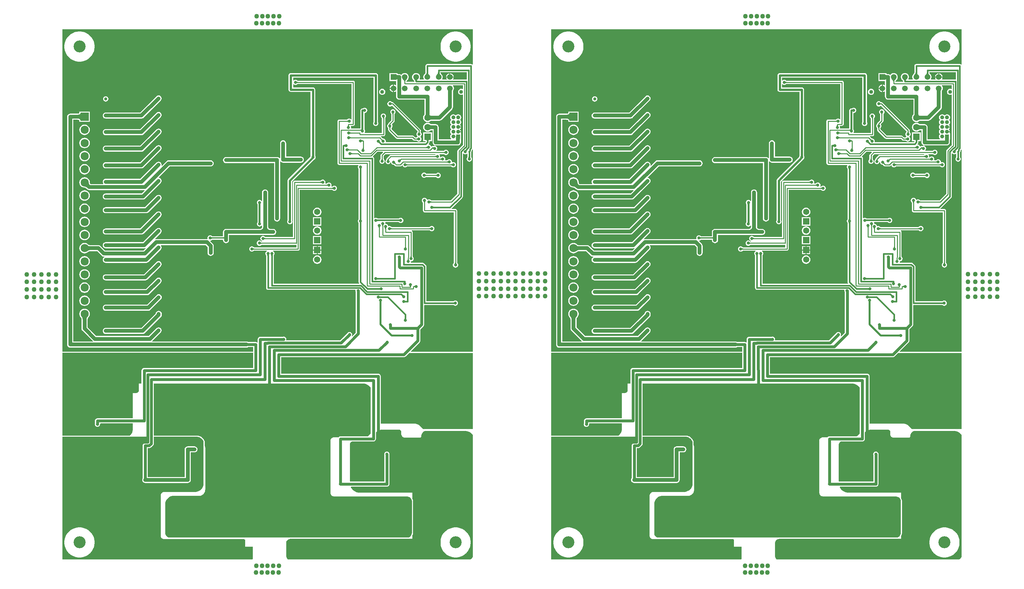
<source format=gbl>
G04*
G04 #@! TF.GenerationSoftware,Altium Limited,Altium Designer,18.0.7 (293)*
G04*
G04 Layer_Physical_Order=2*
G04 Layer_Color=16711680*
%FSLAX25Y25*%
%MOIN*%
G70*
G01*
G75*
%ADD14C,0.05000*%
%ADD53C,0.02953*%
%ADD54C,0.01968*%
%ADD55C,0.03937*%
%ADD56C,0.01181*%
%ADD57C,0.01000*%
%ADD58C,0.01500*%
%ADD60C,0.02362*%
%ADD61C,0.17600*%
%ADD62C,0.06890*%
%ADD63R,0.06890X0.06890*%
G04:AMPARAMS|DCode=64|XSize=650mil|YSize=350mil|CornerRadius=35mil|HoleSize=0mil|Usage=FLASHONLY|Rotation=0.000|XOffset=0mil|YOffset=0mil|HoleType=Round|Shape=RoundedRectangle|*
%AMROUNDEDRECTD64*
21,1,0.65000,0.28000,0,0,0.0*
21,1,0.58000,0.35000,0,0,0.0*
1,1,0.07000,0.29000,-0.14000*
1,1,0.07000,-0.29000,-0.14000*
1,1,0.07000,-0.29000,0.14000*
1,1,0.07000,0.29000,0.14000*
%
%ADD64ROUNDEDRECTD64*%
%ADD65R,0.05984X0.05984*%
%ADD66C,0.05984*%
%ADD67C,0.04016*%
%ADD68C,0.08500*%
%ADD69R,0.08500X0.08500*%
%ADD70R,0.06500X0.06500*%
%ADD71C,0.06500*%
%ADD72C,0.12598*%
%ADD73C,0.04200*%
%ADD74R,0.04200X0.04200*%
%ADD75C,0.02362*%
%ADD76C,0.03150*%
G36*
X982538Y540344D02*
X982103Y540196D01*
X982038Y540184D01*
X981409Y540604D01*
X980656Y540754D01*
X935003D01*
X934250Y540604D01*
X933611Y540177D01*
X933184Y539538D01*
X933034Y538785D01*
Y531617D01*
X933020Y531531D01*
X932983Y531393D01*
X932928Y531243D01*
X932850Y531080D01*
X932748Y530903D01*
X932629Y530728D01*
X932267Y530289D01*
X932100Y530118D01*
X932027Y530061D01*
X931358Y529190D01*
X930937Y528174D01*
X930794Y527085D01*
X930937Y525996D01*
X931340Y525024D01*
X931209Y524658D01*
X931143Y524524D01*
X927053D01*
X926987Y524658D01*
X926856Y525024D01*
X927258Y525996D01*
X927401Y527085D01*
X927258Y528174D01*
X926837Y529190D01*
X926169Y530061D01*
X925297Y530730D01*
X924282Y531151D01*
X923192Y531294D01*
X922103Y531151D01*
X921087Y530730D01*
X920216Y530061D01*
X919547Y529190D01*
X919126Y528174D01*
X918983Y527085D01*
X919126Y525996D01*
X919547Y524980D01*
X920216Y524109D01*
X920525Y523871D01*
X920547Y523839D01*
X920598Y523805D01*
X920636Y523758D01*
X920793Y523630D01*
X920892Y523533D01*
X920974Y523437D01*
X921041Y523338D01*
X921098Y523236D01*
X921145Y523126D01*
X921183Y523006D01*
X921212Y522873D01*
X921223Y522781D01*
Y522555D01*
X921257Y522386D01*
X920940Y521999D01*
X913381D01*
X913127Y522427D01*
X913122Y522499D01*
X913146Y522570D01*
X913211Y522714D01*
X913309Y522888D01*
X913440Y523087D01*
X913599Y523298D01*
X914056Y523821D01*
X914281Y524050D01*
X914357Y524109D01*
X915026Y524980D01*
X915447Y525996D01*
X915590Y527085D01*
X915447Y528174D01*
X915026Y529190D01*
X914357Y530061D01*
X913486Y530730D01*
X912471Y531151D01*
X911381Y531294D01*
X910292Y531151D01*
X909276Y530730D01*
X908405Y530061D01*
X908082Y529641D01*
X907405Y529579D01*
X907069Y529836D01*
X906303Y530154D01*
X905534Y530255D01*
X905525Y530257D01*
X905515Y530257D01*
X905481Y530262D01*
X905392D01*
X904509Y530294D01*
X904150Y530333D01*
X903858Y530384D01*
X903743Y530415D01*
Y531258D01*
X895397D01*
Y522912D01*
X902304D01*
Y518773D01*
X901856Y518552D01*
X901583Y518761D01*
X900612Y519163D01*
X900070Y519235D01*
Y515274D01*
Y511313D01*
X900612Y511385D01*
X901583Y511787D01*
X901856Y511996D01*
X902304Y511775D01*
Y506585D01*
X902413Y505763D01*
X902730Y504997D01*
X903235Y504339D01*
X903893Y503834D01*
X904659Y503516D01*
X905481Y503408D01*
X932104D01*
Y489225D01*
X932092Y488708D01*
X932045Y488174D01*
X932017Y487988D01*
X931985Y487839D01*
X931961Y487757D01*
X931240Y486818D01*
X930774Y485693D01*
X930615Y484485D01*
X930774Y483277D01*
X931240Y482152D01*
X931982Y481186D01*
X932948Y480444D01*
X934074Y479978D01*
X935281Y479819D01*
X936489Y479978D01*
X937614Y480444D01*
X938553Y481165D01*
X938635Y481189D01*
X938785Y481221D01*
X938959Y481248D01*
X939838Y481308D01*
X947581D01*
X948403Y481417D01*
X949170Y481734D01*
X949827Y482239D01*
X960872Y493283D01*
X961376Y493941D01*
X961694Y494707D01*
X961802Y495529D01*
Y511547D01*
X961809Y512108D01*
X961836Y512603D01*
X962271Y513169D01*
X962691Y514185D01*
X962834Y515274D01*
X962691Y516363D01*
X962271Y517379D01*
X961739Y518071D01*
X961970Y518571D01*
X972267D01*
Y514789D01*
X971767Y514474D01*
X971269Y514680D01*
X970436Y514790D01*
X969604Y514680D01*
X968828Y514359D01*
X968162Y513848D01*
X967651Y513181D01*
X967329Y512406D01*
X967220Y511573D01*
X967329Y510741D01*
X967651Y509965D01*
X968162Y509299D01*
X968828Y508788D01*
X969604Y508466D01*
X970436Y508357D01*
X971269Y508466D01*
X971767Y508673D01*
X972267Y508357D01*
Y455795D01*
X972126Y455654D01*
X971982Y455625D01*
X971426Y455254D01*
X966969Y450797D01*
X966598Y450241D01*
X966467Y449585D01*
Y404895D01*
X959471Y397899D01*
X939131D01*
X939106Y397905D01*
X939070Y397916D01*
X939031Y397931D01*
X938989Y397953D01*
X938941Y397982D01*
X938888Y398021D01*
X938830Y398070D01*
X938750Y398147D01*
X938747Y398151D01*
X938741Y398155D01*
X938739Y398157D01*
X938736Y398159D01*
X938171Y398592D01*
X937500Y398870D01*
X936781Y398965D01*
X936062Y398870D01*
X935391Y398592D01*
X935252Y398486D01*
X935199Y398477D01*
X934660Y398661D01*
X934488Y399075D01*
X934047Y399651D01*
X933471Y400092D01*
X932800Y400370D01*
X932081Y400465D01*
X931362Y400370D01*
X930691Y400092D01*
X930116Y399651D01*
X929674Y399075D01*
X929396Y398405D01*
X929301Y397685D01*
X929396Y396966D01*
X929674Y396295D01*
X930107Y395730D01*
X930109Y395727D01*
X930111Y395725D01*
X930116Y395720D01*
X930120Y395716D01*
X930196Y395637D01*
X930245Y395578D01*
X930284Y395525D01*
X930313Y395477D01*
X930335Y395435D01*
X930350Y395396D01*
X930362Y395361D01*
X930367Y395335D01*
Y386985D01*
X930498Y386329D01*
X930869Y385773D01*
X931425Y385402D01*
X932081Y385271D01*
X962767D01*
Y332435D01*
X962762Y332409D01*
X962750Y332374D01*
X962735Y332335D01*
X962713Y332293D01*
X962684Y332245D01*
X962646Y332192D01*
X962596Y332134D01*
X962520Y332054D01*
X962516Y332051D01*
X962511Y332045D01*
X962509Y332043D01*
X962508Y332040D01*
X962074Y331475D01*
X961796Y330804D01*
X961701Y330085D01*
X961796Y329366D01*
X962074Y328695D01*
X962516Y328119D01*
X963091Y327678D01*
X963762Y327400D01*
X964481Y327305D01*
X965201Y327400D01*
X965871Y327678D01*
X966447Y328119D01*
X966888Y328695D01*
X967166Y329366D01*
X967261Y330085D01*
X967166Y330804D01*
X966888Y331475D01*
X966455Y332040D01*
X966453Y332043D01*
X966451Y332045D01*
X966447Y332051D01*
X966443Y332054D01*
X966366Y332134D01*
X966317Y332192D01*
X966278Y332245D01*
X966249Y332293D01*
X966228Y332335D01*
X966212Y332374D01*
X966201Y332409D01*
X966195Y332435D01*
Y386985D01*
X966065Y387641D01*
X965693Y388197D01*
X965137Y388569D01*
X964481Y388699D01*
X960409D01*
X960280Y389199D01*
X971611Y400530D01*
X972038Y401169D01*
X972187Y401922D01*
Y446911D01*
X972687Y447081D01*
X972805Y446927D01*
X973381Y446485D01*
X974051Y446207D01*
X974771Y446113D01*
X975490Y446207D01*
X976161Y446485D01*
X976412Y446678D01*
X976912Y446431D01*
Y443159D01*
X976908Y443125D01*
X976897Y443064D01*
X976887Y443023D01*
X976884Y443016D01*
X976868Y442989D01*
X976474Y442475D01*
X976196Y441805D01*
X976101Y441085D01*
X976196Y440366D01*
X976474Y439695D01*
X976916Y439119D01*
X977491Y438678D01*
X978162Y438400D01*
X978881Y438305D01*
X979601Y438400D01*
X980271Y438678D01*
X980847Y439119D01*
X981288Y439695D01*
X981566Y440366D01*
X981661Y441085D01*
X981566Y441805D01*
X981288Y442475D01*
X980894Y442989D01*
X980878Y443016D01*
X980875Y443023D01*
X980865Y443064D01*
X980857Y443109D01*
X980850Y443184D01*
Y448370D01*
X980973Y448493D01*
X981400Y449132D01*
X981550Y449885D01*
Y450518D01*
X982038Y451006D01*
X982082Y451005D01*
X982538Y450850D01*
Y238989D01*
X917729Y238989D01*
X917538Y239451D01*
X926976Y248890D01*
X927402Y249445D01*
X927670Y250091D01*
X927716Y250438D01*
X927761Y250785D01*
X927761Y250785D01*
Y262575D01*
X930976Y265790D01*
X930976Y265790D01*
X931402Y266345D01*
X931670Y266991D01*
X931761Y267685D01*
Y287842D01*
X932095Y288116D01*
X962208D01*
X962241Y288112D01*
X962302Y288101D01*
X962343Y288091D01*
X962350Y288088D01*
X962377Y288072D01*
X962891Y287678D01*
X963562Y287400D01*
X964281Y287305D01*
X965001Y287400D01*
X965671Y287678D01*
X966247Y288120D01*
X966688Y288695D01*
X966966Y289366D01*
X967061Y290085D01*
X966966Y290805D01*
X966688Y291475D01*
X966247Y292051D01*
X965671Y292492D01*
X965001Y292770D01*
X964281Y292865D01*
X963562Y292770D01*
X962891Y292492D01*
X962377Y292098D01*
X962351Y292082D01*
X962343Y292079D01*
X962302Y292069D01*
X962257Y292061D01*
X962182Y292054D01*
X934064D01*
Y328433D01*
X933914Y329187D01*
X933487Y329826D01*
X931336Y331977D01*
X930697Y332404D01*
X929943Y332554D01*
X917941D01*
X917850Y332690D01*
X917678Y333054D01*
X917761Y333685D01*
X918230Y333951D01*
X918600Y334000D01*
X919271Y334278D01*
X919847Y334719D01*
X920288Y335295D01*
X920566Y335966D01*
X920661Y336685D01*
X920566Y337404D01*
X920288Y338075D01*
X919855Y338640D01*
X919853Y338643D01*
X919851Y338645D01*
X919847Y338651D01*
X919843Y338654D01*
X919766Y338734D01*
X919717Y338792D01*
X919678Y338845D01*
X919649Y338893D01*
X919627Y338935D01*
X919612Y338974D01*
X919601Y339009D01*
X919595Y339035D01*
Y364485D01*
X919465Y365141D01*
X919093Y365697D01*
X918635Y366003D01*
X918719Y366503D01*
X937360D01*
X937392Y366497D01*
X937434Y366484D01*
X937479Y366466D01*
X937529Y366443D01*
X937584Y366411D01*
X937644Y366370D01*
X937711Y366318D01*
X937808Y366232D01*
X937895Y366182D01*
X938291Y365878D01*
X938962Y365600D01*
X939681Y365505D01*
X940401Y365600D01*
X941071Y365878D01*
X941647Y366319D01*
X942088Y366895D01*
X942366Y367566D01*
X942461Y368285D01*
X942366Y369005D01*
X942088Y369675D01*
X941647Y370251D01*
X941071Y370692D01*
X940401Y370970D01*
X939681Y371065D01*
X938962Y370970D01*
X938291Y370692D01*
X937716Y370251D01*
X937672Y370193D01*
X937642Y370173D01*
X937558Y370085D01*
X937506Y370039D01*
X937461Y370003D01*
X937421Y369977D01*
X937386Y369959D01*
X937355Y369945D01*
X937325Y369936D01*
X937306Y369931D01*
X897663D01*
X897638Y369937D01*
X897602Y369948D01*
X897564Y369964D01*
X897521Y369985D01*
X897474Y370015D01*
X897421Y370053D01*
X897362Y370102D01*
X897282Y370179D01*
X897279Y370183D01*
X897273Y370187D01*
X897271Y370189D01*
X897268Y370191D01*
X896703Y370625D01*
X896033Y370902D01*
X895313Y370997D01*
X894594Y370902D01*
X894308Y370784D01*
X893875Y371034D01*
X893866Y371105D01*
X893588Y371775D01*
X893147Y372351D01*
X892571Y372792D01*
X891901Y373070D01*
X891517Y373120D01*
X891061Y373485D01*
X890966Y374204D01*
X890832Y374528D01*
X891166Y375028D01*
X904928D01*
X904958Y375024D01*
X905002Y375015D01*
X905008Y375013D01*
X905015Y375008D01*
X905159Y374819D01*
X905735Y374378D01*
X906405Y374100D01*
X907124Y374005D01*
X907844Y374100D01*
X908514Y374378D01*
X909090Y374819D01*
X909532Y375395D01*
X909809Y376066D01*
X909904Y376785D01*
X909809Y377504D01*
X909532Y378175D01*
X909090Y378751D01*
X908514Y379192D01*
X907844Y379470D01*
X907124Y379565D01*
X906405Y379470D01*
X905735Y379192D01*
X905556Y379055D01*
X905475Y379020D01*
X905457Y379008D01*
X905441Y379002D01*
X905400Y378992D01*
X905340Y378980D01*
X905276Y378971D01*
X905217Y378966D01*
X882989D01*
X882930Y378971D01*
X882865Y378980D01*
X882806Y378992D01*
X882765Y379002D01*
X882748Y379008D01*
X882731Y379020D01*
X882650Y379055D01*
X882471Y379192D01*
X881800Y379470D01*
X881081Y379565D01*
X880362Y379470D01*
X879750Y379217D01*
X879297Y379387D01*
X879250Y379410D01*
Y441885D01*
X879100Y442638D01*
X878673Y443277D01*
X878212Y443585D01*
X878085Y444165D01*
X882691Y448771D01*
X888290D01*
X888481Y448309D01*
X886469Y446297D01*
X886098Y445741D01*
X885967Y445085D01*
Y441235D01*
X885962Y441209D01*
X885950Y441174D01*
X885935Y441135D01*
X885913Y441093D01*
X885884Y441045D01*
X885845Y440992D01*
X885796Y440934D01*
X885720Y440854D01*
X885716Y440851D01*
X885711Y440845D01*
X885709Y440843D01*
X885707Y440840D01*
X885274Y440275D01*
X884996Y439605D01*
X884901Y438885D01*
X884996Y438166D01*
X885274Y437495D01*
X885716Y436919D01*
X886291Y436478D01*
X886962Y436200D01*
X887681Y436105D01*
X888400Y436200D01*
X889071Y436478D01*
X889647Y436919D01*
X890088Y437495D01*
X890366Y438166D01*
X890461Y438885D01*
X890366Y439605D01*
X890088Y440275D01*
X889655Y440840D01*
X889653Y440843D01*
X889651Y440845D01*
X889647Y440851D01*
X889643Y440854D01*
X889566Y440934D01*
X889517Y440992D01*
X889478Y441045D01*
X889449Y441093D01*
X889427Y441135D01*
X889412Y441174D01*
X889401Y441209D01*
X889395Y441235D01*
Y444375D01*
X891291Y446271D01*
X943138D01*
X943410Y445954D01*
X943478Y445771D01*
X943470Y445753D01*
X943262Y445561D01*
X896781D01*
X896125Y445431D01*
X895569Y445059D01*
X892669Y442159D01*
X892298Y441603D01*
X892167Y440947D01*
Y440792D01*
X892161Y440755D01*
X892159Y440748D01*
X892111Y440716D01*
X892090Y440685D01*
X891916Y440551D01*
X891474Y439975D01*
X891196Y439304D01*
X891101Y438585D01*
X891196Y437866D01*
X891474Y437195D01*
X891916Y436620D01*
X892491Y436178D01*
X893162Y435900D01*
X893881Y435805D01*
X894600Y435900D01*
X895271Y436178D01*
X895847Y436620D01*
X896288Y437195D01*
X896506Y437720D01*
X897019Y437652D01*
X897096Y437066D01*
X897374Y436395D01*
X897816Y435819D01*
X898391Y435378D01*
X899062Y435100D01*
X899768Y435007D01*
X899771Y435006D01*
X899774Y435006D01*
X899781Y435005D01*
X899786Y435006D01*
X899897Y435004D01*
X899973Y434997D01*
X900038Y434987D01*
X900092Y434974D01*
X900137Y434959D01*
X900176Y434943D01*
X900209Y434926D01*
X900231Y434911D01*
X901269Y433873D01*
X901825Y433501D01*
X902481Y433371D01*
X906681D01*
X907337Y433501D01*
X907893Y433873D01*
X908534Y434514D01*
X909054Y434327D01*
X909274Y433795D01*
X909716Y433219D01*
X910291Y432778D01*
X910962Y432500D01*
X911681Y432405D01*
X912401Y432500D01*
X913071Y432778D01*
X913636Y433211D01*
X913639Y433213D01*
X913641Y433215D01*
X913647Y433219D01*
X913650Y433224D01*
X913730Y433300D01*
X913788Y433349D01*
X913842Y433388D01*
X913889Y433417D01*
X913931Y433439D01*
X913970Y433454D01*
X914005Y433465D01*
X914031Y433471D01*
X959831D01*
X959857Y433465D01*
X959893Y433454D01*
X959931Y433439D01*
X959973Y433417D01*
X960021Y433388D01*
X960074Y433349D01*
X960133Y433300D01*
X960213Y433224D01*
X960216Y433219D01*
X960221Y433215D01*
X960223Y433213D01*
X960226Y433211D01*
X960791Y432778D01*
X961462Y432500D01*
X962181Y432405D01*
X962901Y432500D01*
X963571Y432778D01*
X964147Y433219D01*
X964588Y433795D01*
X964866Y434466D01*
X964961Y435185D01*
X964866Y435905D01*
X964588Y436575D01*
X964147Y437151D01*
X963571Y437592D01*
X962901Y437870D01*
X962181Y437965D01*
X961462Y437870D01*
X961224Y437772D01*
X960772Y438077D01*
X960756Y438119D01*
X960666Y438804D01*
X960388Y439475D01*
X959947Y440051D01*
X959371Y440492D01*
X958700Y440770D01*
X957981Y440865D01*
X957262Y440770D01*
X956591Y440492D01*
X956026Y440059D01*
X956023Y440057D01*
X956021Y440055D01*
X956016Y440051D01*
X956013Y440047D01*
X955933Y439970D01*
X955874Y439921D01*
X955821Y439882D01*
X955773Y439853D01*
X955731Y439831D01*
X955693Y439816D01*
X955657Y439805D01*
X955631Y439799D01*
X953940D01*
X953662Y440215D01*
X953766Y440466D01*
X953861Y441185D01*
X953766Y441904D01*
X953488Y442575D01*
X953047Y443151D01*
X952471Y443592D01*
X951801Y443870D01*
X951592Y443897D01*
X951081Y443999D01*
X950570Y443897D01*
X950362Y443870D01*
X949691Y443592D01*
X949116Y443151D01*
X949003Y443004D01*
X948778Y442972D01*
X948624Y443098D01*
X948395Y443345D01*
X948461Y443847D01*
X948366Y444567D01*
X948088Y445237D01*
X947679Y445771D01*
X947714Y445950D01*
X947871Y446271D01*
X952176D01*
X952210Y446264D01*
X952255Y446251D01*
X952304Y446232D01*
X952357Y446208D01*
X952415Y446175D01*
X952479Y446133D01*
X952549Y446080D01*
X952650Y445995D01*
X952751Y445939D01*
X953091Y445678D01*
X953762Y445400D01*
X954481Y445305D01*
X955200Y445400D01*
X955871Y445678D01*
X956447Y446119D01*
X956888Y446695D01*
X957166Y447366D01*
X957261Y448085D01*
X957166Y448805D01*
X956888Y449475D01*
X956447Y450051D01*
X955871Y450492D01*
X955200Y450770D01*
X954481Y450865D01*
X953762Y450770D01*
X953091Y450492D01*
X952516Y450051D01*
X952449Y449963D01*
X952404Y449931D01*
X952324Y449844D01*
X952276Y449799D01*
X952234Y449765D01*
X952197Y449741D01*
X952166Y449724D01*
X952138Y449712D01*
X952112Y449703D01*
X952095Y449699D01*
X944559D01*
X944390Y450199D01*
X944547Y450319D01*
X944988Y450895D01*
X945266Y451566D01*
X945361Y452285D01*
X945266Y453005D01*
X944988Y453675D01*
X944547Y454251D01*
X943971Y454692D01*
X943301Y454970D01*
X943402Y455445D01*
X943681Y455408D01*
X967037D01*
X967859Y455516D01*
X968625Y455834D01*
X969283Y456339D01*
X969788Y456997D01*
X970106Y457763D01*
X970214Y458585D01*
Y458891D01*
X970251Y461129D01*
X970270Y461404D01*
X970462D01*
Y462446D01*
X970465Y462454D01*
X970462Y462488D01*
Y462541D01*
X970473Y462597D01*
X970462Y462653D01*
Y467966D01*
X970366D01*
X970032Y468466D01*
X970201Y468876D01*
X970242Y469185D01*
X967181D01*
Y470185D01*
X970242D01*
X970201Y470494D01*
X969889Y471248D01*
X969417Y471863D01*
X969341Y472018D01*
Y472352D01*
X969417Y472507D01*
X969889Y473122D01*
X970201Y473876D01*
X970242Y474185D01*
X967181D01*
Y475185D01*
X970242D01*
X970201Y475494D01*
X969889Y476248D01*
X969392Y476896D01*
Y476933D01*
X969561Y477397D01*
X970047Y478030D01*
X970378Y478828D01*
X970490Y479685D01*
X970378Y480542D01*
X970047Y481340D01*
X969521Y482025D01*
Y482345D01*
X970047Y483030D01*
X970378Y483828D01*
X970490Y484685D01*
X970378Y485542D01*
X970047Y486340D01*
X969521Y487025D01*
X968836Y487551D01*
X968038Y487882D01*
X967181Y487994D01*
X966325Y487882D01*
X965526Y487551D01*
X965036Y487175D01*
X964681Y487072D01*
X964326Y487175D01*
X963836Y487551D01*
X963038Y487882D01*
X962181Y487994D01*
X961325Y487882D01*
X960526Y487551D01*
X959841Y487025D01*
X959315Y486340D01*
X958984Y485542D01*
X958872Y484685D01*
X958984Y483828D01*
X959315Y483030D01*
X959841Y482345D01*
Y482025D01*
X959315Y481340D01*
X958984Y480542D01*
X958872Y479685D01*
X958984Y478828D01*
X959315Y478030D01*
X959841Y477345D01*
Y477025D01*
X959315Y476340D01*
X958984Y475542D01*
X958872Y474685D01*
X958984Y473829D01*
X959315Y473030D01*
X959841Y472345D01*
Y472025D01*
X959315Y471340D01*
X958984Y470542D01*
X958872Y469685D01*
X958984Y468828D01*
X959315Y468030D01*
X959841Y467345D01*
Y467025D01*
X959315Y466340D01*
X958984Y465542D01*
X958872Y464685D01*
X958984Y463829D01*
X959315Y463030D01*
X959841Y462345D01*
X959949Y462262D01*
X959780Y461762D01*
X946858D01*
Y474485D01*
X946750Y475307D01*
X946432Y476073D01*
X945927Y476731D01*
X945269Y477236D01*
X944503Y477554D01*
X943681Y477662D01*
X940022D01*
X939504Y477674D01*
X938970Y477721D01*
X938785Y477749D01*
X938635Y477781D01*
X938553Y477805D01*
X937614Y478526D01*
X936489Y478992D01*
X935281Y479151D01*
X934074Y478992D01*
X932948Y478526D01*
X931982Y477784D01*
X931240Y476818D01*
X930774Y475693D01*
X930615Y474485D01*
X930774Y473277D01*
X931240Y472152D01*
X931982Y471186D01*
X932948Y470444D01*
X934074Y469978D01*
X935281Y469819D01*
X936489Y469978D01*
X937614Y470444D01*
X938553Y471165D01*
X938635Y471189D01*
X938785Y471221D01*
X938959Y471248D01*
X939838Y471308D01*
X940504D01*
Y458585D01*
X940613Y457763D01*
X940930Y456997D01*
X941435Y456339D01*
X942093Y455834D01*
X942859Y455516D01*
X942758Y455041D01*
X942581Y455065D01*
X941862Y454970D01*
X941267Y454724D01*
X940888Y454699D01*
X940481D01*
X939825Y454569D01*
X939467Y454329D01*
X939362Y454324D01*
X938954Y454453D01*
X938879Y454514D01*
X938688Y454975D01*
X938247Y455551D01*
X937671Y455992D01*
X937000Y456270D01*
X936432Y456345D01*
X936202Y456822D01*
X936673Y457293D01*
X937100Y457932D01*
X937250Y458685D01*
Y459859D01*
X939907D01*
Y469111D01*
X930655D01*
Y459859D01*
X932971D01*
X933171Y459359D01*
X932553Y458742D01*
X891741D01*
X891571Y458995D01*
X891476Y459242D01*
X891561Y459885D01*
X891466Y460604D01*
X891188Y461275D01*
X890747Y461851D01*
X890171Y462292D01*
X889501Y462570D01*
X888794Y462663D01*
X888791Y462664D01*
X888788Y462664D01*
X888781Y462665D01*
X888776Y462664D01*
X888665Y462666D01*
X888589Y462673D01*
X888524Y462683D01*
X888470Y462696D01*
X888425Y462711D01*
X888387Y462727D01*
X888354Y462745D01*
X888332Y462758D01*
X886519Y464571D01*
X886696Y465068D01*
X886699Y465071D01*
X889181D01*
X889837Y465202D01*
X890393Y465573D01*
X890765Y466129D01*
X890895Y466785D01*
Y483933D01*
X890903Y483976D01*
X890918Y484030D01*
X890938Y484089D01*
X890966Y484153D01*
X891001Y484222D01*
X891045Y484297D01*
X891099Y484378D01*
X891181Y484488D01*
X891229Y484588D01*
X891388Y484795D01*
X891666Y485466D01*
X891761Y486185D01*
X891666Y486904D01*
X891388Y487575D01*
X890947Y488151D01*
X890371Y488592D01*
X889701Y488870D01*
X888981Y488965D01*
X888262Y488870D01*
X887591Y488592D01*
X887016Y488151D01*
X886574Y487575D01*
X886296Y486904D01*
X886201Y486185D01*
X886296Y485466D01*
X886574Y484795D01*
X887016Y484220D01*
X887205Y484074D01*
X887269Y483997D01*
X887355Y483926D01*
X887394Y483889D01*
X887422Y483858D01*
X887440Y483833D01*
X887451Y483813D01*
X887459Y483796D01*
X887465Y483779D01*
X887467Y483771D01*
Y468499D01*
X869656D01*
X869435Y468948D01*
X869488Y469017D01*
X869766Y469688D01*
X869861Y470407D01*
X869766Y471127D01*
X869488Y471797D01*
X869296Y472048D01*
X869289Y472158D01*
Y489224D01*
X869381Y489305D01*
X870100Y489400D01*
X870771Y489678D01*
X871347Y490120D01*
X871788Y490695D01*
X872066Y491366D01*
X872161Y492085D01*
X872066Y492804D01*
X871788Y493475D01*
X871347Y494051D01*
X870771Y494492D01*
X870100Y494770D01*
X869381Y494865D01*
X868662Y494770D01*
X867991Y494492D01*
X867731Y494293D01*
X867081D01*
X866236Y494125D01*
X865520Y493646D01*
X865041Y492930D01*
X864873Y492085D01*
Y473147D01*
X864717Y473137D01*
X855338D01*
X855154Y473413D01*
X855075Y473637D01*
X855161Y474285D01*
X855066Y475004D01*
X854914Y475371D01*
X855246Y475871D01*
X857281D01*
X857937Y476002D01*
X858493Y476373D01*
X858865Y476929D01*
X858995Y477585D01*
Y521485D01*
X858865Y522141D01*
X858493Y522697D01*
X857937Y523069D01*
X857281Y523199D01*
X799231D01*
X799205Y523205D01*
X799170Y523216D01*
X799131Y523231D01*
X799089Y523253D01*
X799041Y523282D01*
X798988Y523321D01*
X798930Y523370D01*
X798850Y523447D01*
X798847Y523451D01*
X798841Y523455D01*
X798839Y523457D01*
X798836Y523459D01*
X798271Y523892D01*
X797601Y524170D01*
X796881Y524265D01*
X796162Y524170D01*
X795491Y523892D01*
X794990Y523507D01*
X794490Y523637D01*
Y526377D01*
X878573D01*
Y479872D01*
X878296Y479205D01*
X878201Y478485D01*
X878296Y477766D01*
X878574Y477095D01*
X879016Y476519D01*
X879591Y476078D01*
X880262Y475800D01*
X880981Y475705D01*
X881701Y475800D01*
X882371Y476078D01*
X882947Y476519D01*
X883388Y477095D01*
X883666Y477766D01*
X883761Y478485D01*
X883666Y479205D01*
X883390Y479872D01*
Y528785D01*
X883206Y529707D01*
X882684Y530488D01*
X881903Y531010D01*
X880981Y531193D01*
X792081D01*
X791159Y531010D01*
X790378Y530488D01*
X789856Y529707D01*
X789673Y528785D01*
Y513885D01*
X789856Y512963D01*
X790378Y512182D01*
X791159Y511660D01*
X792081Y511477D01*
X812773D01*
Y444372D01*
X812496Y443705D01*
X812451Y443361D01*
X789378Y420288D01*
X788856Y419507D01*
X788673Y418585D01*
Y376972D01*
X788396Y376305D01*
X788301Y375585D01*
X788396Y374866D01*
X788674Y374195D01*
X789116Y373620D01*
X789691Y373178D01*
X790362Y372900D01*
X791081Y372805D01*
X791801Y372900D01*
X792471Y373178D01*
X793047Y373620D01*
X793488Y374195D01*
X793766Y374866D01*
X793861Y375585D01*
X793766Y376305D01*
X793490Y376972D01*
Y417587D01*
X816416Y440513D01*
X816571Y440578D01*
X817147Y441019D01*
X817588Y441595D01*
X817866Y442266D01*
X817961Y442985D01*
X817866Y443705D01*
X817590Y444372D01*
Y513885D01*
X817406Y514807D01*
X816884Y515588D01*
X816103Y516110D01*
X815181Y516293D01*
X794490D01*
Y519334D01*
X794990Y519463D01*
X795491Y519078D01*
X796162Y518800D01*
X796881Y518705D01*
X797601Y518800D01*
X798271Y519078D01*
X798836Y519511D01*
X798839Y519513D01*
X798841Y519515D01*
X798847Y519520D01*
X798850Y519524D01*
X798930Y519600D01*
X798988Y519649D01*
X799042Y519688D01*
X799089Y519717D01*
X799131Y519739D01*
X799170Y519754D01*
X799205Y519766D01*
X799231Y519771D01*
X855567D01*
Y482946D01*
X855067Y482812D01*
X854571Y483192D01*
X853901Y483470D01*
X853181Y483565D01*
X852462Y483470D01*
X851791Y483192D01*
X851226Y482759D01*
X851223Y482757D01*
X851221Y482755D01*
X851216Y482751D01*
X851213Y482747D01*
X851133Y482670D01*
X851074Y482621D01*
X851021Y482582D01*
X850973Y482553D01*
X850931Y482531D01*
X850893Y482516D01*
X850857Y482505D01*
X850831Y482499D01*
X842681D01*
X842025Y482369D01*
X841469Y481997D01*
X841098Y481441D01*
X840967Y480785D01*
Y436685D01*
X841098Y436029D01*
X841469Y435473D01*
X842025Y435102D01*
X842681Y434971D01*
X862654D01*
X862901Y434471D01*
X862674Y434175D01*
X862396Y433504D01*
X862301Y432785D01*
X862396Y432066D01*
X862674Y431395D01*
X863068Y430881D01*
X863084Y430855D01*
X863087Y430847D01*
X863097Y430806D01*
X863105Y430761D01*
X863112Y430686D01*
Y378115D01*
X863108Y378081D01*
X863097Y378020D01*
X863087Y377979D01*
X863084Y377972D01*
X863068Y377945D01*
X862674Y377431D01*
X862396Y376760D01*
X862301Y376041D01*
X862396Y375322D01*
X862674Y374651D01*
X863068Y374137D01*
X863084Y374110D01*
X863087Y374103D01*
X863097Y374061D01*
X863105Y374017D01*
X863112Y373942D01*
Y312228D01*
X863262Y311474D01*
X863677Y310854D01*
X863633Y310634D01*
X863517Y310354D01*
X774150D01*
Y340111D01*
X774154Y340145D01*
X774165Y340206D01*
X774176Y340247D01*
X774178Y340254D01*
X774194Y340281D01*
X774588Y340795D01*
X774866Y341466D01*
X774961Y342185D01*
X774866Y342904D01*
X774588Y343575D01*
X774147Y344151D01*
X773571Y344592D01*
X773381Y344671D01*
X773480Y345171D01*
X799681D01*
X800337Y345302D01*
X800893Y345673D01*
X801265Y346229D01*
X801395Y346885D01*
Y408771D01*
X835231D01*
X835257Y408766D01*
X835293Y408754D01*
X835331Y408739D01*
X835373Y408717D01*
X835421Y408688D01*
X835474Y408649D01*
X835533Y408600D01*
X835612Y408524D01*
X835616Y408520D01*
X835621Y408515D01*
X835623Y408513D01*
X835626Y408511D01*
X836191Y408078D01*
X836862Y407800D01*
X837581Y407705D01*
X838301Y407800D01*
X838971Y408078D01*
X839547Y408520D01*
X839988Y409095D01*
X840266Y409766D01*
X840361Y410485D01*
X840266Y411204D01*
X839988Y411875D01*
X839547Y412451D01*
X838971Y412892D01*
X838301Y413170D01*
X837581Y413265D01*
X836862Y413170D01*
X836191Y412892D01*
X835626Y412459D01*
X835623Y412457D01*
X835621Y412455D01*
X835616Y412451D01*
X835612Y412446D01*
X835533Y412370D01*
X835474Y412321D01*
X835421Y412282D01*
X835373Y412253D01*
X835331Y412231D01*
X835293Y412216D01*
X835257Y412205D01*
X835231Y412199D01*
X834846D01*
X834514Y412699D01*
X834666Y413066D01*
X834761Y413785D01*
X834666Y414504D01*
X834388Y415175D01*
X833947Y415751D01*
X833371Y416192D01*
X832701Y416470D01*
X831981Y416565D01*
X831262Y416470D01*
X830591Y416192D01*
X830026Y415759D01*
X830023Y415757D01*
X830021Y415755D01*
X830016Y415751D01*
X830013Y415746D01*
X829933Y415670D01*
X829874Y415621D01*
X829821Y415582D01*
X829773Y415553D01*
X829731Y415531D01*
X829693Y415516D01*
X829657Y415505D01*
X829631Y415499D01*
X828340D01*
X828062Y415915D01*
X828166Y416166D01*
X828261Y416885D01*
X828166Y417604D01*
X827888Y418275D01*
X827447Y418851D01*
X826871Y419292D01*
X826200Y419570D01*
X825481Y419665D01*
X824762Y419570D01*
X824091Y419292D01*
X823526Y418859D01*
X823523Y418857D01*
X823521Y418855D01*
X823516Y418851D01*
X823512Y418847D01*
X823433Y418770D01*
X823374Y418721D01*
X823321Y418682D01*
X823273Y418653D01*
X823231Y418631D01*
X823193Y418616D01*
X823157Y418605D01*
X823131Y418599D01*
X796106D01*
X795450Y418469D01*
X794894Y418097D01*
X794523Y417541D01*
X794392Y416885D01*
Y359599D01*
X765231D01*
X765205Y359605D01*
X765170Y359616D01*
X765131Y359631D01*
X765089Y359653D01*
X765041Y359682D01*
X764988Y359721D01*
X764930Y359770D01*
X764850Y359846D01*
X764847Y359851D01*
X764841Y359855D01*
X764839Y359857D01*
X764836Y359859D01*
X764271Y360292D01*
X763601Y360570D01*
X762881Y360665D01*
X762162Y360570D01*
X761491Y360292D01*
X760916Y359851D01*
X760474Y359275D01*
X760196Y358605D01*
X760101Y357885D01*
X760196Y357166D01*
X760474Y356495D01*
X760916Y355920D01*
X761491Y355478D01*
X762162Y355200D01*
X762169Y355199D01*
X762137Y354699D01*
X761531D01*
X761506Y354705D01*
X761470Y354716D01*
X761431Y354731D01*
X761389Y354753D01*
X761341Y354782D01*
X761288Y354821D01*
X761230Y354870D01*
X761150Y354946D01*
X761147Y354951D01*
X761141Y354955D01*
X761139Y354957D01*
X761136Y354959D01*
X760571Y355392D01*
X759901Y355670D01*
X759181Y355765D01*
X758462Y355670D01*
X757791Y355392D01*
X757216Y354951D01*
X756774Y354375D01*
X756496Y353705D01*
X756401Y352985D01*
X756496Y352266D01*
X756774Y351595D01*
X757216Y351020D01*
X757791Y350578D01*
X758462Y350300D01*
X759181Y350205D01*
X759901Y350300D01*
X760571Y350578D01*
X761136Y351011D01*
X761139Y351013D01*
X761141Y351015D01*
X761147Y351020D01*
X761150Y351024D01*
X761230Y351100D01*
X761288Y351149D01*
X761341Y351188D01*
X761389Y351217D01*
X761431Y351239D01*
X761470Y351254D01*
X761506Y351266D01*
X761531Y351271D01*
X797391D01*
X797894Y351171D01*
X797967Y351111D01*
Y348599D01*
X753631D01*
X753606Y348605D01*
X753570Y348616D01*
X753531Y348631D01*
X753489Y348653D01*
X753441Y348682D01*
X753388Y348721D01*
X753330Y348770D01*
X753250Y348847D01*
X753247Y348851D01*
X753241Y348855D01*
X753239Y348857D01*
X753236Y348859D01*
X752671Y349292D01*
X752001Y349570D01*
X751281Y349665D01*
X750562Y349570D01*
X749891Y349292D01*
X749316Y348851D01*
X748874Y348275D01*
X748596Y347604D01*
X748501Y346885D01*
X748596Y346166D01*
X748874Y345495D01*
X749316Y344919D01*
X749891Y344478D01*
X750562Y344200D01*
X751281Y344105D01*
X752001Y344200D01*
X752671Y344478D01*
X753236Y344911D01*
X753239Y344913D01*
X753241Y344915D01*
X753247Y344919D01*
X753250Y344924D01*
X753330Y345000D01*
X753388Y345049D01*
X753441Y345088D01*
X753489Y345117D01*
X753531Y345139D01*
X753570Y345154D01*
X753606Y345165D01*
X753631Y345171D01*
X766882D01*
X766981Y344671D01*
X766791Y344592D01*
X766216Y344151D01*
X765774Y343575D01*
X765496Y342904D01*
X765401Y342185D01*
X765496Y341466D01*
X765774Y340795D01*
X766168Y340281D01*
X766184Y340254D01*
X766187Y340247D01*
X766197Y340206D01*
X766205Y340161D01*
X766212Y340086D01*
Y306097D01*
X766362Y305344D01*
X766789Y304705D01*
X767428Y304278D01*
X768181Y304128D01*
X859622D01*
X859791Y303875D01*
X859886Y303628D01*
X859801Y302985D01*
X859896Y302266D01*
X860001Y302013D01*
Y259195D01*
X856379Y255574D01*
X855956Y255857D01*
X856166Y256366D01*
X856261Y257085D01*
X856166Y257804D01*
X855888Y258475D01*
X855447Y259051D01*
X854871Y259492D01*
X854200Y259770D01*
X853481Y259865D01*
X852762Y259770D01*
X852091Y259492D01*
X851516Y259051D01*
X851074Y258475D01*
X851069Y258464D01*
X843611Y251006D01*
X787384D01*
X787106Y251421D01*
X787166Y251566D01*
X787261Y252285D01*
X787166Y253005D01*
X786888Y253675D01*
X786447Y254251D01*
X785871Y254692D01*
X785201Y254970D01*
X784481Y255065D01*
X783762Y254970D01*
X783751Y254965D01*
X760081D01*
X759387Y254874D01*
X758741Y254606D01*
X758186Y254180D01*
X757760Y253625D01*
X757492Y252979D01*
X757401Y252285D01*
Y249115D01*
X756901Y248869D01*
X756721Y249006D01*
X756075Y249274D01*
X755381Y249365D01*
X747362D01*
X747269Y249436D01*
X746503Y249754D01*
X745681Y249862D01*
X647149D01*
X647025Y250228D01*
X647016Y250362D01*
X655927Y259273D01*
X656432Y259931D01*
X656750Y260697D01*
X656858Y261519D01*
X656750Y262341D01*
X656432Y263108D01*
X655927Y263766D01*
X655269Y264270D01*
X654503Y264588D01*
X653681Y264696D01*
X652859Y264588D01*
X652093Y264270D01*
X651435Y263766D01*
X643431Y255762D01*
X588397D01*
X579358Y264801D01*
Y272679D01*
X579363Y272903D01*
X579389Y273260D01*
X579430Y273583D01*
X579485Y273872D01*
X579553Y274127D01*
X579631Y274348D01*
X579716Y274536D01*
X579807Y274694D01*
X579901Y274825D01*
X579945Y274873D01*
X580055Y274957D01*
X580925Y276092D01*
X581472Y277413D01*
X581659Y278831D01*
X581472Y280248D01*
X580925Y281570D01*
X580055Y282704D01*
X578920Y283575D01*
X577599Y284122D01*
X576181Y284309D01*
X574763Y284122D01*
X573442Y283575D01*
X572308Y282704D01*
X571437Y281570D01*
X570890Y280248D01*
X570703Y278831D01*
X570890Y277413D01*
X571437Y276092D01*
X572308Y274957D01*
X572417Y274873D01*
X572461Y274825D01*
X572556Y274694D01*
X572646Y274536D01*
X572732Y274348D01*
X572809Y274127D01*
X572877Y273872D01*
X572929Y273600D01*
X573000Y272887D01*
X573004Y272679D01*
Y263485D01*
X573113Y262663D01*
X573430Y261897D01*
X573935Y261239D01*
X584812Y250362D01*
X584803Y250228D01*
X584679Y249862D01*
X564358D01*
Y482347D01*
X568144D01*
X568688Y482333D01*
X569276Y482281D01*
X569765Y482200D01*
X570149Y482097D01*
X570424Y481984D01*
X570594Y481881D01*
X570678Y481803D01*
X570712Y481751D01*
X570733Y481693D01*
X570750Y481531D01*
Y480092D01*
X581612D01*
Y490955D01*
X570750D01*
Y489516D01*
X570733Y489355D01*
X570712Y489296D01*
X570678Y489244D01*
X570594Y489166D01*
X570424Y489063D01*
X570149Y488951D01*
X569765Y488848D01*
X569276Y488766D01*
X568688Y488715D01*
X568144Y488700D01*
X561181D01*
X560359Y488592D01*
X559593Y488275D01*
X558935Y487770D01*
X558430Y487112D01*
X558113Y486346D01*
X558004Y485524D01*
Y246685D01*
X558113Y245863D01*
X558430Y245097D01*
X558935Y244439D01*
X559593Y243934D01*
X560359Y243617D01*
X561181Y243508D01*
X745681D01*
X746503Y243617D01*
X747269Y243934D01*
X747362Y244005D01*
X752701D01*
Y239239D01*
X552895D01*
X552895Y577026D01*
X982538D01*
Y540344D01*
D02*
G37*
G36*
X470727D02*
X470292Y540196D01*
X470227Y540184D01*
X469598Y540604D01*
X468845Y540754D01*
X423192D01*
X422439Y540604D01*
X421800Y540177D01*
X421373Y539538D01*
X421223Y538785D01*
Y531617D01*
X421209Y531531D01*
X421173Y531393D01*
X421117Y531243D01*
X421039Y531080D01*
X420937Y530903D01*
X420819Y530728D01*
X420456Y530289D01*
X420289Y530118D01*
X420216Y530061D01*
X419547Y529190D01*
X419126Y528174D01*
X418983Y527085D01*
X419126Y525996D01*
X419529Y525024D01*
X419397Y524658D01*
X419332Y524524D01*
X415242D01*
X415176Y524658D01*
X415045Y525024D01*
X415447Y525996D01*
X415590Y527085D01*
X415447Y528174D01*
X415026Y529190D01*
X414358Y530061D01*
X413486Y530730D01*
X412471Y531151D01*
X411381Y531294D01*
X410292Y531151D01*
X409276Y530730D01*
X408405Y530061D01*
X407736Y529190D01*
X407315Y528174D01*
X407172Y527085D01*
X407315Y525996D01*
X407736Y524980D01*
X408405Y524109D01*
X408714Y523871D01*
X408736Y523839D01*
X408787Y523805D01*
X408825Y523758D01*
X408982Y523630D01*
X409081Y523533D01*
X409163Y523437D01*
X409231Y523338D01*
X409287Y523236D01*
X409334Y523126D01*
X409372Y523006D01*
X409401Y522873D01*
X409412Y522781D01*
Y522555D01*
X409446Y522386D01*
X409129Y521999D01*
X401570D01*
X401316Y522427D01*
X401311Y522499D01*
X401335Y522570D01*
X401400Y522714D01*
X401498Y522888D01*
X401629Y523087D01*
X401788Y523298D01*
X402245Y523821D01*
X402470Y524050D01*
X402547Y524109D01*
X403215Y524980D01*
X403636Y525996D01*
X403779Y527085D01*
X403636Y528174D01*
X403215Y529190D01*
X402547Y530061D01*
X401675Y530730D01*
X400660Y531151D01*
X399570Y531294D01*
X398481Y531151D01*
X397465Y530730D01*
X396594Y530061D01*
X396271Y529641D01*
X395593Y529579D01*
X395258Y529836D01*
X394492Y530154D01*
X393723Y530255D01*
X393714Y530257D01*
X393704Y530257D01*
X393670Y530262D01*
X393581D01*
X392698Y530294D01*
X392339Y530333D01*
X392047Y530384D01*
X391932Y530415D01*
Y531258D01*
X383586D01*
Y522912D01*
X390493D01*
Y518773D01*
X390045Y518552D01*
X389772Y518761D01*
X388801Y519163D01*
X388259Y519235D01*
Y515274D01*
Y511313D01*
X388801Y511385D01*
X389772Y511787D01*
X390045Y511996D01*
X390493Y511775D01*
Y506585D01*
X390602Y505763D01*
X390919Y504997D01*
X391424Y504339D01*
X392082Y503834D01*
X392848Y503516D01*
X393670Y503408D01*
X420293D01*
Y489225D01*
X420281Y488708D01*
X420234Y488174D01*
X420206Y487988D01*
X420174Y487839D01*
X420150Y487757D01*
X419429Y486818D01*
X418963Y485693D01*
X418804Y484485D01*
X418963Y483277D01*
X419429Y482152D01*
X420171Y481186D01*
X421137Y480444D01*
X422262Y479978D01*
X423470Y479819D01*
X424678Y479978D01*
X425803Y480444D01*
X426742Y481165D01*
X426824Y481189D01*
X426973Y481221D01*
X427148Y481248D01*
X428027Y481308D01*
X435770D01*
X436592Y481417D01*
X437359Y481734D01*
X438016Y482239D01*
X449060Y493283D01*
X449565Y493941D01*
X449883Y494707D01*
X449991Y495529D01*
Y511547D01*
X449998Y512108D01*
X450025Y512603D01*
X450459Y513169D01*
X450880Y514185D01*
X451023Y515274D01*
X450880Y516363D01*
X450459Y517379D01*
X449928Y518071D01*
X450159Y518571D01*
X460456D01*
Y514789D01*
X459956Y514474D01*
X459458Y514680D01*
X458625Y514790D01*
X457793Y514680D01*
X457017Y514359D01*
X456351Y513848D01*
X455840Y513181D01*
X455518Y512406D01*
X455409Y511573D01*
X455518Y510741D01*
X455840Y509965D01*
X456351Y509299D01*
X457017Y508788D01*
X457793Y508466D01*
X458625Y508357D01*
X459458Y508466D01*
X459956Y508673D01*
X460456Y508357D01*
Y455795D01*
X460315Y455654D01*
X460171Y455625D01*
X459615Y455254D01*
X455158Y450797D01*
X454786Y450241D01*
X454656Y449585D01*
Y404895D01*
X447660Y397899D01*
X427320D01*
X427294Y397905D01*
X427259Y397916D01*
X427220Y397931D01*
X427178Y397953D01*
X427130Y397982D01*
X427077Y398021D01*
X427019Y398070D01*
X426939Y398147D01*
X426936Y398151D01*
X426930Y398155D01*
X426928Y398157D01*
X426925Y398159D01*
X426360Y398592D01*
X425690Y398870D01*
X424970Y398965D01*
X424251Y398870D01*
X423580Y398592D01*
X423442Y398486D01*
X423388Y398477D01*
X422849Y398661D01*
X422677Y399075D01*
X422236Y399651D01*
X421660Y400092D01*
X420990Y400370D01*
X420270Y400465D01*
X419551Y400370D01*
X418880Y400092D01*
X418305Y399651D01*
X417863Y399075D01*
X417585Y398405D01*
X417490Y397685D01*
X417585Y396966D01*
X417863Y396295D01*
X418296Y395730D01*
X418298Y395727D01*
X418300Y395725D01*
X418305Y395720D01*
X418309Y395716D01*
X418385Y395637D01*
X418434Y395578D01*
X418473Y395525D01*
X418502Y395477D01*
X418524Y395435D01*
X418539Y395396D01*
X418550Y395361D01*
X418556Y395335D01*
Y386985D01*
X418686Y386329D01*
X419058Y385773D01*
X419614Y385402D01*
X420270Y385271D01*
X450956D01*
Y332435D01*
X450950Y332409D01*
X450939Y332374D01*
X450924Y332335D01*
X450902Y332293D01*
X450873Y332245D01*
X450835Y332192D01*
X450785Y332134D01*
X450709Y332054D01*
X450705Y332051D01*
X450700Y332045D01*
X450698Y332043D01*
X450697Y332040D01*
X450263Y331475D01*
X449985Y330804D01*
X449890Y330085D01*
X449985Y329366D01*
X450263Y328695D01*
X450705Y328119D01*
X451280Y327678D01*
X451951Y327400D01*
X452670Y327305D01*
X453390Y327400D01*
X454060Y327678D01*
X454636Y328119D01*
X455077Y328695D01*
X455355Y329366D01*
X455450Y330085D01*
X455355Y330804D01*
X455077Y331475D01*
X454644Y332040D01*
X454642Y332043D01*
X454640Y332045D01*
X454636Y332051D01*
X454632Y332054D01*
X454555Y332134D01*
X454506Y332192D01*
X454467Y332245D01*
X454438Y332293D01*
X454417Y332335D01*
X454401Y332374D01*
X454390Y332409D01*
X454384Y332435D01*
Y386985D01*
X454254Y387641D01*
X453882Y388197D01*
X453326Y388569D01*
X452670Y388699D01*
X448598D01*
X448469Y389199D01*
X459800Y400530D01*
X460227Y401169D01*
X460376Y401922D01*
Y446911D01*
X460876Y447081D01*
X460994Y446927D01*
X461570Y446485D01*
X462241Y446207D01*
X462960Y446113D01*
X463679Y446207D01*
X464350Y446485D01*
X464601Y446678D01*
X465101Y446431D01*
Y443159D01*
X465097Y443125D01*
X465086Y443064D01*
X465076Y443023D01*
X465073Y443016D01*
X465057Y442989D01*
X464663Y442475D01*
X464385Y441805D01*
X464290Y441085D01*
X464385Y440366D01*
X464663Y439695D01*
X465105Y439119D01*
X465680Y438678D01*
X466351Y438400D01*
X467070Y438305D01*
X467790Y438400D01*
X468460Y438678D01*
X469036Y439119D01*
X469477Y439695D01*
X469755Y440366D01*
X469850Y441085D01*
X469755Y441805D01*
X469477Y442475D01*
X469083Y442989D01*
X469067Y443016D01*
X469065Y443023D01*
X469054Y443064D01*
X469046Y443109D01*
X469039Y443184D01*
Y448370D01*
X469162Y448493D01*
X469589Y449132D01*
X469739Y449885D01*
Y450518D01*
X470227Y451006D01*
X470271Y451005D01*
X470727Y450850D01*
Y238989D01*
X405918Y238989D01*
X405727Y239451D01*
X415165Y248890D01*
X415591Y249445D01*
X415859Y250091D01*
X415905Y250438D01*
X415950Y250785D01*
X415950Y250785D01*
Y262575D01*
X419165Y265790D01*
X419165Y265790D01*
X419591Y266345D01*
X419859Y266991D01*
X419950Y267685D01*
Y287842D01*
X420284Y288116D01*
X450396D01*
X450430Y288112D01*
X450491Y288101D01*
X450532Y288091D01*
X450539Y288088D01*
X450566Y288072D01*
X451080Y287678D01*
X451751Y287400D01*
X452470Y287305D01*
X453190Y287400D01*
X453860Y287678D01*
X454436Y288120D01*
X454877Y288695D01*
X455155Y289366D01*
X455250Y290085D01*
X455155Y290805D01*
X454877Y291475D01*
X454436Y292051D01*
X453860Y292492D01*
X453190Y292770D01*
X452470Y292865D01*
X451751Y292770D01*
X451080Y292492D01*
X450566Y292098D01*
X450539Y292082D01*
X450532Y292079D01*
X450491Y292069D01*
X450446Y292061D01*
X450371Y292054D01*
X422253D01*
Y328433D01*
X422103Y329187D01*
X421676Y329826D01*
X419524Y331977D01*
X418886Y332404D01*
X418132Y332554D01*
X406130D01*
X406039Y332690D01*
X405867Y333054D01*
X405950Y333685D01*
X406419Y333951D01*
X406789Y334000D01*
X407460Y334278D01*
X408036Y334719D01*
X408477Y335295D01*
X408755Y335966D01*
X408850Y336685D01*
X408755Y337404D01*
X408477Y338075D01*
X408044Y338640D01*
X408042Y338643D01*
X408040Y338645D01*
X408036Y338651D01*
X408032Y338654D01*
X407955Y338734D01*
X407906Y338792D01*
X407867Y338845D01*
X407838Y338893D01*
X407817Y338935D01*
X407801Y338974D01*
X407790Y339009D01*
X407784Y339035D01*
Y364485D01*
X407654Y365141D01*
X407282Y365697D01*
X406824Y366003D01*
X406909Y366503D01*
X425550D01*
X425581Y366497D01*
X425623Y366484D01*
X425668Y366466D01*
X425718Y366443D01*
X425773Y366411D01*
X425834Y366370D01*
X425900Y366318D01*
X425997Y366232D01*
X426084Y366182D01*
X426480Y365878D01*
X427151Y365600D01*
X427870Y365505D01*
X428589Y365600D01*
X429260Y365878D01*
X429836Y366319D01*
X430277Y366895D01*
X430555Y367566D01*
X430650Y368285D01*
X430555Y369005D01*
X430277Y369675D01*
X429836Y370251D01*
X429260Y370692D01*
X428589Y370970D01*
X427870Y371065D01*
X427151Y370970D01*
X426480Y370692D01*
X425905Y370251D01*
X425861Y370193D01*
X425831Y370173D01*
X425747Y370085D01*
X425696Y370039D01*
X425650Y370003D01*
X425610Y369977D01*
X425575Y369959D01*
X425544Y369945D01*
X425514Y369936D01*
X425495Y369931D01*
X385852D01*
X385827Y369937D01*
X385791Y369948D01*
X385753Y369964D01*
X385710Y369985D01*
X385663Y370015D01*
X385610Y370053D01*
X385551Y370102D01*
X385471Y370179D01*
X385468Y370183D01*
X385462Y370187D01*
X385460Y370189D01*
X385457Y370191D01*
X384892Y370625D01*
X384222Y370902D01*
X383502Y370997D01*
X382783Y370902D01*
X382497Y370784D01*
X382064Y371034D01*
X382055Y371105D01*
X381777Y371775D01*
X381336Y372351D01*
X380760Y372792D01*
X380089Y373070D01*
X379706Y373120D01*
X379250Y373485D01*
X379155Y374204D01*
X379021Y374528D01*
X379355Y375028D01*
X393117D01*
X393147Y375024D01*
X393191Y375015D01*
X393197Y375013D01*
X393204Y375008D01*
X393348Y374819D01*
X393924Y374378D01*
X394594Y374100D01*
X395313Y374005D01*
X396033Y374100D01*
X396703Y374378D01*
X397279Y374819D01*
X397721Y375395D01*
X397998Y376066D01*
X398093Y376785D01*
X397998Y377504D01*
X397721Y378175D01*
X397279Y378751D01*
X396703Y379192D01*
X396033Y379470D01*
X395313Y379565D01*
X394594Y379470D01*
X393924Y379192D01*
X393745Y379055D01*
X393664Y379020D01*
X393646Y379008D01*
X393630Y379002D01*
X393589Y378992D01*
X393529Y378980D01*
X393465Y378971D01*
X393406Y378966D01*
X371178D01*
X371119Y378971D01*
X371054Y378980D01*
X370995Y378992D01*
X370954Y379002D01*
X370937Y379008D01*
X370920Y379020D01*
X370839Y379055D01*
X370660Y379192D01*
X369989Y379470D01*
X369270Y379565D01*
X368551Y379470D01*
X367939Y379217D01*
X367486Y379387D01*
X367439Y379410D01*
Y441885D01*
X367289Y442638D01*
X366862Y443277D01*
X366401Y443585D01*
X366274Y444165D01*
X370880Y448771D01*
X376479D01*
X376670Y448309D01*
X374658Y446297D01*
X374287Y445741D01*
X374156Y445085D01*
Y441235D01*
X374150Y441209D01*
X374139Y441174D01*
X374124Y441135D01*
X374102Y441093D01*
X374073Y441045D01*
X374035Y440992D01*
X373985Y440934D01*
X373909Y440854D01*
X373905Y440851D01*
X373900Y440845D01*
X373898Y440843D01*
X373897Y440840D01*
X373463Y440275D01*
X373185Y439605D01*
X373090Y438885D01*
X373185Y438166D01*
X373463Y437495D01*
X373905Y436919D01*
X374480Y436478D01*
X375151Y436200D01*
X375870Y436105D01*
X376589Y436200D01*
X377260Y436478D01*
X377836Y436919D01*
X378277Y437495D01*
X378555Y438166D01*
X378650Y438885D01*
X378555Y439605D01*
X378277Y440275D01*
X377844Y440840D01*
X377842Y440843D01*
X377840Y440845D01*
X377836Y440851D01*
X377832Y440854D01*
X377755Y440934D01*
X377706Y440992D01*
X377667Y441045D01*
X377638Y441093D01*
X377617Y441135D01*
X377601Y441174D01*
X377590Y441209D01*
X377584Y441235D01*
Y444375D01*
X379480Y446271D01*
X431327D01*
X431599Y445954D01*
X431667Y445771D01*
X431659Y445753D01*
X431451Y445561D01*
X384970D01*
X384314Y445431D01*
X383758Y445059D01*
X380858Y442159D01*
X380486Y441603D01*
X380356Y440947D01*
Y440792D01*
X380350Y440755D01*
X380348Y440748D01*
X380300Y440716D01*
X380279Y440685D01*
X380105Y440551D01*
X379663Y439975D01*
X379385Y439304D01*
X379290Y438585D01*
X379385Y437866D01*
X379663Y437195D01*
X380105Y436620D01*
X380680Y436178D01*
X381351Y435900D01*
X382070Y435805D01*
X382789Y435900D01*
X383460Y436178D01*
X384036Y436620D01*
X384477Y437195D01*
X384695Y437720D01*
X385208Y437652D01*
X385285Y437066D01*
X385563Y436395D01*
X386005Y435819D01*
X386580Y435378D01*
X387251Y435100D01*
X387957Y435007D01*
X387960Y435006D01*
X387963Y435006D01*
X387970Y435005D01*
X387975Y435006D01*
X388086Y435004D01*
X388162Y434997D01*
X388227Y434987D01*
X388281Y434974D01*
X388326Y434959D01*
X388365Y434943D01*
X388398Y434926D01*
X388420Y434911D01*
X389458Y433873D01*
X390014Y433501D01*
X390670Y433371D01*
X394870D01*
X395526Y433501D01*
X396082Y433873D01*
X396723Y434514D01*
X397243Y434327D01*
X397463Y433795D01*
X397905Y433219D01*
X398480Y432778D01*
X399151Y432500D01*
X399870Y432405D01*
X400590Y432500D01*
X401260Y432778D01*
X401825Y433211D01*
X401828Y433213D01*
X401830Y433215D01*
X401836Y433219D01*
X401839Y433224D01*
X401919Y433300D01*
X401977Y433349D01*
X402031Y433388D01*
X402078Y433417D01*
X402120Y433439D01*
X402159Y433454D01*
X402194Y433465D01*
X402220Y433471D01*
X448020D01*
X448046Y433465D01*
X448082Y433454D01*
X448120Y433439D01*
X448162Y433417D01*
X448210Y433388D01*
X448263Y433349D01*
X448322Y433300D01*
X448401Y433224D01*
X448405Y433219D01*
X448410Y433215D01*
X448412Y433213D01*
X448415Y433211D01*
X448980Y432778D01*
X449651Y432500D01*
X450370Y432405D01*
X451089Y432500D01*
X451760Y432778D01*
X452336Y433219D01*
X452777Y433795D01*
X453055Y434466D01*
X453150Y435185D01*
X453055Y435905D01*
X452777Y436575D01*
X452336Y437151D01*
X451760Y437592D01*
X451089Y437870D01*
X450370Y437965D01*
X449651Y437870D01*
X449413Y437772D01*
X448961Y438077D01*
X448945Y438119D01*
X448855Y438804D01*
X448577Y439475D01*
X448136Y440051D01*
X447560Y440492D01*
X446889Y440770D01*
X446170Y440865D01*
X445451Y440770D01*
X444780Y440492D01*
X444215Y440059D01*
X444212Y440057D01*
X444210Y440055D01*
X444205Y440051D01*
X444202Y440047D01*
X444122Y439970D01*
X444063Y439921D01*
X444010Y439882D01*
X443962Y439853D01*
X443920Y439831D01*
X443882Y439816D01*
X443846Y439805D01*
X443820Y439799D01*
X442129D01*
X441851Y440215D01*
X441955Y440466D01*
X442050Y441185D01*
X441955Y441904D01*
X441677Y442575D01*
X441236Y443151D01*
X440660Y443592D01*
X439990Y443870D01*
X439781Y443897D01*
X439270Y443999D01*
X438759Y443897D01*
X438551Y443870D01*
X437880Y443592D01*
X437305Y443151D01*
X437192Y443004D01*
X436967Y442972D01*
X436813Y443098D01*
X436584Y443345D01*
X436650Y443847D01*
X436555Y444567D01*
X436277Y445237D01*
X435868Y445771D01*
X435903Y445950D01*
X436060Y446271D01*
X440365D01*
X440399Y446264D01*
X440444Y446251D01*
X440493Y446232D01*
X440546Y446208D01*
X440604Y446175D01*
X440668Y446133D01*
X440738Y446080D01*
X440839Y445995D01*
X440940Y445939D01*
X441280Y445678D01*
X441951Y445400D01*
X442670Y445305D01*
X443390Y445400D01*
X444060Y445678D01*
X444636Y446119D01*
X445077Y446695D01*
X445355Y447366D01*
X445450Y448085D01*
X445355Y448805D01*
X445077Y449475D01*
X444636Y450051D01*
X444060Y450492D01*
X443390Y450770D01*
X442670Y450865D01*
X441951Y450770D01*
X441280Y450492D01*
X440705Y450051D01*
X440638Y449963D01*
X440593Y449931D01*
X440513Y449844D01*
X440465Y449799D01*
X440423Y449765D01*
X440386Y449741D01*
X440355Y449724D01*
X440327Y449712D01*
X440301Y449703D01*
X440284Y449699D01*
X432748D01*
X432579Y450199D01*
X432736Y450319D01*
X433177Y450895D01*
X433455Y451566D01*
X433550Y452285D01*
X433455Y453005D01*
X433177Y453675D01*
X432736Y454251D01*
X432160Y454692D01*
X431490Y454970D01*
X431591Y455445D01*
X431870Y455408D01*
X455226D01*
X456048Y455516D01*
X456814Y455834D01*
X457472Y456339D01*
X457977Y456997D01*
X458294Y457763D01*
X458403Y458585D01*
Y458891D01*
X458440Y461129D01*
X458459Y461404D01*
X458651D01*
Y462446D01*
X458654Y462454D01*
X458651Y462488D01*
Y462541D01*
X458662Y462597D01*
X458651Y462653D01*
Y467966D01*
X458555D01*
X458221Y468466D01*
X458390Y468876D01*
X458431Y469185D01*
X455370D01*
Y470185D01*
X458431D01*
X458390Y470494D01*
X458078Y471248D01*
X457606Y471863D01*
X457530Y472018D01*
Y472352D01*
X457606Y472507D01*
X458078Y473122D01*
X458390Y473876D01*
X458431Y474185D01*
X455370D01*
Y475185D01*
X458431D01*
X458390Y475494D01*
X458078Y476248D01*
X457581Y476896D01*
Y476933D01*
X457750Y477397D01*
X458236Y478030D01*
X458567Y478828D01*
X458679Y479685D01*
X458567Y480542D01*
X458236Y481340D01*
X457710Y482025D01*
Y482345D01*
X458236Y483030D01*
X458567Y483828D01*
X458679Y484685D01*
X458567Y485542D01*
X458236Y486340D01*
X457710Y487025D01*
X457025Y487551D01*
X456227Y487882D01*
X455370Y487994D01*
X454514Y487882D01*
X453715Y487551D01*
X453225Y487175D01*
X452870Y487072D01*
X452515Y487175D01*
X452025Y487551D01*
X451227Y487882D01*
X450370Y487994D01*
X449514Y487882D01*
X448715Y487551D01*
X448030Y487025D01*
X447504Y486340D01*
X447174Y485542D01*
X447061Y484685D01*
X447174Y483828D01*
X447504Y483030D01*
X448030Y482345D01*
Y482025D01*
X447504Y481340D01*
X447174Y480542D01*
X447061Y479685D01*
X447174Y478828D01*
X447504Y478030D01*
X448030Y477345D01*
Y477025D01*
X447504Y476340D01*
X447174Y475542D01*
X447061Y474685D01*
X447174Y473829D01*
X447504Y473030D01*
X448030Y472345D01*
Y472025D01*
X447504Y471340D01*
X447174Y470542D01*
X447061Y469685D01*
X447174Y468828D01*
X447504Y468030D01*
X448030Y467345D01*
Y467025D01*
X447504Y466340D01*
X447174Y465542D01*
X447061Y464685D01*
X447174Y463829D01*
X447504Y463030D01*
X448030Y462345D01*
X448138Y462262D01*
X447969Y461762D01*
X435047D01*
Y474485D01*
X434939Y475307D01*
X434621Y476073D01*
X434116Y476731D01*
X433459Y477236D01*
X432692Y477554D01*
X431870Y477662D01*
X428211D01*
X427693Y477674D01*
X427159Y477721D01*
X426973Y477749D01*
X426824Y477781D01*
X426742Y477805D01*
X425803Y478526D01*
X424678Y478992D01*
X423470Y479151D01*
X422262Y478992D01*
X421137Y478526D01*
X420171Y477784D01*
X419429Y476818D01*
X418963Y475693D01*
X418804Y474485D01*
X418963Y473277D01*
X419429Y472152D01*
X420171Y471186D01*
X421137Y470444D01*
X422262Y469978D01*
X423470Y469819D01*
X424678Y469978D01*
X425803Y470444D01*
X426742Y471165D01*
X426824Y471189D01*
X426973Y471221D01*
X427148Y471248D01*
X428027Y471308D01*
X428693D01*
Y458585D01*
X428802Y457763D01*
X429119Y456997D01*
X429624Y456339D01*
X430282Y455834D01*
X431048Y455516D01*
X430947Y455041D01*
X430770Y455065D01*
X430051Y454970D01*
X429456Y454724D01*
X429076Y454699D01*
X428670D01*
X428014Y454569D01*
X427656Y454329D01*
X427551Y454324D01*
X427143Y454453D01*
X427068Y454514D01*
X426877Y454975D01*
X426436Y455551D01*
X425860Y455992D01*
X425189Y456270D01*
X424621Y456345D01*
X424391Y456822D01*
X424862Y457293D01*
X425289Y457932D01*
X425439Y458685D01*
Y459859D01*
X428096D01*
Y469111D01*
X418844D01*
Y459859D01*
X421160D01*
X421360Y459359D01*
X420742Y458742D01*
X379929D01*
X379760Y458995D01*
X379665Y459242D01*
X379750Y459885D01*
X379655Y460604D01*
X379377Y461275D01*
X378936Y461851D01*
X378360Y462292D01*
X377690Y462570D01*
X376983Y462663D01*
X376980Y462664D01*
X376977Y462664D01*
X376970Y462665D01*
X376965Y462664D01*
X376854Y462666D01*
X376778Y462673D01*
X376713Y462683D01*
X376659Y462696D01*
X376614Y462711D01*
X376576Y462727D01*
X376542Y462745D01*
X376521Y462758D01*
X374708Y464571D01*
X374885Y465068D01*
X374888Y465071D01*
X377370D01*
X378026Y465202D01*
X378582Y465573D01*
X378954Y466129D01*
X379084Y466785D01*
Y483933D01*
X379092Y483976D01*
X379107Y484030D01*
X379128Y484089D01*
X379155Y484153D01*
X379190Y484222D01*
X379234Y484297D01*
X379288Y484378D01*
X379370Y484488D01*
X379418Y484588D01*
X379577Y484795D01*
X379855Y485466D01*
X379950Y486185D01*
X379855Y486904D01*
X379577Y487575D01*
X379136Y488151D01*
X378560Y488592D01*
X377889Y488870D01*
X377170Y488965D01*
X376451Y488870D01*
X375780Y488592D01*
X375205Y488151D01*
X374763Y487575D01*
X374485Y486904D01*
X374390Y486185D01*
X374485Y485466D01*
X374763Y484795D01*
X375205Y484220D01*
X375394Y484074D01*
X375458Y483997D01*
X375544Y483926D01*
X375583Y483889D01*
X375610Y483858D01*
X375629Y483833D01*
X375641Y483813D01*
X375648Y483796D01*
X375654Y483779D01*
X375656Y483771D01*
Y468499D01*
X357845D01*
X357624Y468948D01*
X357677Y469017D01*
X357955Y469688D01*
X358050Y470407D01*
X357955Y471127D01*
X357677Y471797D01*
X357485Y472048D01*
X357478Y472158D01*
Y489224D01*
X357570Y489305D01*
X358290Y489400D01*
X358960Y489678D01*
X359536Y490120D01*
X359977Y490695D01*
X360255Y491366D01*
X360350Y492085D01*
X360255Y492804D01*
X359977Y493475D01*
X359536Y494051D01*
X358960Y494492D01*
X358290Y494770D01*
X357570Y494865D01*
X356851Y494770D01*
X356180Y494492D01*
X355920Y494293D01*
X355270D01*
X354425Y494125D01*
X353709Y493646D01*
X353230Y492930D01*
X353062Y492085D01*
Y473147D01*
X352906Y473137D01*
X343528D01*
X343343Y473413D01*
X343264Y473637D01*
X343350Y474285D01*
X343255Y475004D01*
X343103Y475371D01*
X343435Y475871D01*
X345470D01*
X346126Y476002D01*
X346682Y476373D01*
X347054Y476929D01*
X347184Y477585D01*
Y521485D01*
X347054Y522141D01*
X346682Y522697D01*
X346126Y523069D01*
X345470Y523199D01*
X287420D01*
X287394Y523205D01*
X287359Y523216D01*
X287320Y523231D01*
X287278Y523253D01*
X287230Y523282D01*
X287177Y523321D01*
X287119Y523370D01*
X287039Y523447D01*
X287036Y523451D01*
X287030Y523455D01*
X287028Y523457D01*
X287025Y523459D01*
X286460Y523892D01*
X285789Y524170D01*
X285070Y524265D01*
X284351Y524170D01*
X283680Y523892D01*
X283179Y523507D01*
X282679Y523637D01*
Y526377D01*
X366762D01*
Y479872D01*
X366485Y479205D01*
X366390Y478485D01*
X366485Y477766D01*
X366763Y477095D01*
X367205Y476519D01*
X367780Y476078D01*
X368451Y475800D01*
X369170Y475705D01*
X369889Y475800D01*
X370560Y476078D01*
X371136Y476519D01*
X371577Y477095D01*
X371855Y477766D01*
X371950Y478485D01*
X371855Y479205D01*
X371579Y479872D01*
Y528785D01*
X371395Y529707D01*
X370873Y530488D01*
X370092Y531010D01*
X369170Y531193D01*
X280270D01*
X279348Y531010D01*
X278567Y530488D01*
X278045Y529707D01*
X277862Y528785D01*
Y513885D01*
X278045Y512963D01*
X278567Y512182D01*
X279348Y511660D01*
X280270Y511477D01*
X300962D01*
Y444372D01*
X300685Y443705D01*
X300640Y443361D01*
X277567Y420288D01*
X277045Y419507D01*
X276862Y418585D01*
Y376972D01*
X276585Y376305D01*
X276490Y375585D01*
X276585Y374866D01*
X276863Y374195D01*
X277305Y373620D01*
X277880Y373178D01*
X278551Y372900D01*
X279270Y372805D01*
X279990Y372900D01*
X280660Y373178D01*
X281236Y373620D01*
X281677Y374195D01*
X281955Y374866D01*
X282050Y375585D01*
X281955Y376305D01*
X281679Y376972D01*
Y417587D01*
X304605Y440513D01*
X304760Y440578D01*
X305336Y441019D01*
X305777Y441595D01*
X306055Y442266D01*
X306150Y442985D01*
X306055Y443705D01*
X305779Y444372D01*
Y513885D01*
X305595Y514807D01*
X305073Y515588D01*
X304292Y516110D01*
X303370Y516293D01*
X282679D01*
Y519334D01*
X283179Y519463D01*
X283680Y519078D01*
X284351Y518800D01*
X285070Y518705D01*
X285789Y518800D01*
X286460Y519078D01*
X287025Y519511D01*
X287028Y519513D01*
X287030Y519515D01*
X287036Y519520D01*
X287039Y519524D01*
X287119Y519600D01*
X287177Y519649D01*
X287230Y519688D01*
X287278Y519717D01*
X287320Y519739D01*
X287359Y519754D01*
X287394Y519766D01*
X287420Y519771D01*
X343756D01*
Y482946D01*
X343256Y482812D01*
X342760Y483192D01*
X342090Y483470D01*
X341370Y483565D01*
X340651Y483470D01*
X339980Y483192D01*
X339415Y482759D01*
X339412Y482757D01*
X339410Y482755D01*
X339405Y482751D01*
X339402Y482747D01*
X339321Y482670D01*
X339263Y482621D01*
X339210Y482582D01*
X339162Y482553D01*
X339120Y482531D01*
X339082Y482516D01*
X339046Y482505D01*
X339020Y482499D01*
X330870D01*
X330214Y482369D01*
X329658Y481997D01*
X329287Y481441D01*
X329156Y480785D01*
Y436685D01*
X329287Y436029D01*
X329658Y435473D01*
X330214Y435102D01*
X330870Y434971D01*
X350844D01*
X351090Y434471D01*
X350863Y434175D01*
X350585Y433504D01*
X350490Y432785D01*
X350585Y432066D01*
X350863Y431395D01*
X351257Y430881D01*
X351273Y430855D01*
X351276Y430847D01*
X351286Y430806D01*
X351294Y430761D01*
X351301Y430686D01*
Y378115D01*
X351297Y378081D01*
X351286Y378020D01*
X351276Y377979D01*
X351273Y377972D01*
X351257Y377945D01*
X350863Y377431D01*
X350585Y376760D01*
X350490Y376041D01*
X350585Y375322D01*
X350863Y374651D01*
X351257Y374137D01*
X351273Y374110D01*
X351276Y374103D01*
X351286Y374061D01*
X351294Y374017D01*
X351301Y373942D01*
Y312228D01*
X351451Y311474D01*
X351866Y310854D01*
X351822Y310634D01*
X351706Y310354D01*
X262339D01*
Y340111D01*
X262343Y340145D01*
X262354Y340206D01*
X262365Y340247D01*
X262367Y340254D01*
X262383Y340281D01*
X262777Y340795D01*
X263055Y341466D01*
X263150Y342185D01*
X263055Y342904D01*
X262777Y343575D01*
X262336Y344151D01*
X261760Y344592D01*
X261570Y344671D01*
X261669Y345171D01*
X287870D01*
X288526Y345302D01*
X289082Y345673D01*
X289454Y346229D01*
X289584Y346885D01*
Y408771D01*
X323420D01*
X323446Y408766D01*
X323482Y408754D01*
X323520Y408739D01*
X323562Y408717D01*
X323610Y408688D01*
X323663Y408649D01*
X323722Y408600D01*
X323801Y408524D01*
X323805Y408520D01*
X323810Y408515D01*
X323812Y408513D01*
X323815Y408511D01*
X324380Y408078D01*
X325051Y407800D01*
X325770Y407705D01*
X326489Y407800D01*
X327160Y408078D01*
X327736Y408520D01*
X328177Y409095D01*
X328455Y409766D01*
X328550Y410485D01*
X328455Y411204D01*
X328177Y411875D01*
X327736Y412451D01*
X327160Y412892D01*
X326489Y413170D01*
X325770Y413265D01*
X325051Y413170D01*
X324380Y412892D01*
X323815Y412459D01*
X323812Y412457D01*
X323810Y412455D01*
X323805Y412451D01*
X323801Y412446D01*
X323722Y412370D01*
X323663Y412321D01*
X323610Y412282D01*
X323562Y412253D01*
X323520Y412231D01*
X323482Y412216D01*
X323446Y412205D01*
X323420Y412199D01*
X323035D01*
X322703Y412699D01*
X322855Y413066D01*
X322950Y413785D01*
X322855Y414504D01*
X322577Y415175D01*
X322136Y415751D01*
X321560Y416192D01*
X320889Y416470D01*
X320170Y416565D01*
X319451Y416470D01*
X318780Y416192D01*
X318215Y415759D01*
X318212Y415757D01*
X318210Y415755D01*
X318205Y415751D01*
X318201Y415746D01*
X318122Y415670D01*
X318063Y415621D01*
X318010Y415582D01*
X317962Y415553D01*
X317920Y415531D01*
X317882Y415516D01*
X317846Y415505D01*
X317820Y415499D01*
X316529D01*
X316251Y415915D01*
X316355Y416166D01*
X316450Y416885D01*
X316355Y417604D01*
X316077Y418275D01*
X315636Y418851D01*
X315060Y419292D01*
X314389Y419570D01*
X313670Y419665D01*
X312951Y419570D01*
X312280Y419292D01*
X311715Y418859D01*
X311712Y418857D01*
X311710Y418855D01*
X311705Y418851D01*
X311701Y418847D01*
X311621Y418770D01*
X311563Y418721D01*
X311510Y418682D01*
X311462Y418653D01*
X311420Y418631D01*
X311382Y418616D01*
X311346Y418605D01*
X311320Y418599D01*
X284295D01*
X283639Y418469D01*
X283083Y418097D01*
X282712Y417541D01*
X282581Y416885D01*
Y359599D01*
X253420D01*
X253395Y359605D01*
X253359Y359616D01*
X253320Y359631D01*
X253278Y359653D01*
X253230Y359682D01*
X253177Y359721D01*
X253119Y359770D01*
X253039Y359846D01*
X253036Y359851D01*
X253030Y359855D01*
X253028Y359857D01*
X253025Y359859D01*
X252460Y360292D01*
X251789Y360570D01*
X251070Y360665D01*
X250351Y360570D01*
X249680Y360292D01*
X249105Y359851D01*
X248663Y359275D01*
X248385Y358605D01*
X248290Y357885D01*
X248385Y357166D01*
X248663Y356495D01*
X249105Y355920D01*
X249680Y355478D01*
X250351Y355200D01*
X250358Y355199D01*
X250326Y354699D01*
X249720D01*
X249694Y354705D01*
X249659Y354716D01*
X249620Y354731D01*
X249578Y354753D01*
X249530Y354782D01*
X249477Y354821D01*
X249419Y354870D01*
X249339Y354946D01*
X249336Y354951D01*
X249330Y354955D01*
X249328Y354957D01*
X249325Y354959D01*
X248760Y355392D01*
X248090Y355670D01*
X247370Y355765D01*
X246651Y355670D01*
X245980Y355392D01*
X245405Y354951D01*
X244963Y354375D01*
X244685Y353705D01*
X244590Y352985D01*
X244685Y352266D01*
X244963Y351595D01*
X245405Y351020D01*
X245980Y350578D01*
X246651Y350300D01*
X247370Y350205D01*
X248090Y350300D01*
X248760Y350578D01*
X249325Y351011D01*
X249328Y351013D01*
X249330Y351015D01*
X249336Y351020D01*
X249339Y351024D01*
X249419Y351100D01*
X249477Y351149D01*
X249531Y351188D01*
X249578Y351217D01*
X249620Y351239D01*
X249659Y351254D01*
X249694Y351266D01*
X249720Y351271D01*
X285580D01*
X286083Y351171D01*
X286156Y351111D01*
Y348599D01*
X241820D01*
X241794Y348605D01*
X241759Y348616D01*
X241720Y348631D01*
X241678Y348653D01*
X241630Y348682D01*
X241577Y348721D01*
X241519Y348770D01*
X241439Y348847D01*
X241436Y348851D01*
X241430Y348855D01*
X241428Y348857D01*
X241425Y348859D01*
X240860Y349292D01*
X240190Y349570D01*
X239470Y349665D01*
X238751Y349570D01*
X238080Y349292D01*
X237505Y348851D01*
X237063Y348275D01*
X236785Y347604D01*
X236690Y346885D01*
X236785Y346166D01*
X237063Y345495D01*
X237505Y344919D01*
X238080Y344478D01*
X238751Y344200D01*
X239470Y344105D01*
X240190Y344200D01*
X240860Y344478D01*
X241425Y344911D01*
X241428Y344913D01*
X241430Y344915D01*
X241436Y344919D01*
X241439Y344924D01*
X241519Y345000D01*
X241577Y345049D01*
X241631Y345088D01*
X241678Y345117D01*
X241720Y345139D01*
X241759Y345154D01*
X241794Y345165D01*
X241820Y345171D01*
X255071D01*
X255170Y344671D01*
X254980Y344592D01*
X254405Y344151D01*
X253963Y343575D01*
X253685Y342904D01*
X253590Y342185D01*
X253685Y341466D01*
X253963Y340795D01*
X254357Y340281D01*
X254373Y340254D01*
X254376Y340247D01*
X254386Y340206D01*
X254394Y340161D01*
X254401Y340086D01*
Y306097D01*
X254551Y305344D01*
X254978Y304705D01*
X255617Y304278D01*
X256370Y304128D01*
X347811D01*
X347980Y303875D01*
X348075Y303628D01*
X347990Y302985D01*
X348085Y302266D01*
X348190Y302013D01*
Y259195D01*
X344568Y255574D01*
X344145Y255857D01*
X344355Y256366D01*
X344450Y257085D01*
X344355Y257804D01*
X344077Y258475D01*
X343636Y259051D01*
X343060Y259492D01*
X342389Y259770D01*
X341670Y259865D01*
X340951Y259770D01*
X340280Y259492D01*
X339705Y259051D01*
X339263Y258475D01*
X339258Y258464D01*
X331800Y251006D01*
X275573D01*
X275295Y251421D01*
X275355Y251566D01*
X275450Y252285D01*
X275355Y253005D01*
X275077Y253675D01*
X274636Y254251D01*
X274060Y254692D01*
X273390Y254970D01*
X272670Y255065D01*
X271951Y254970D01*
X271940Y254965D01*
X248270D01*
X247576Y254874D01*
X246930Y254606D01*
X246375Y254180D01*
X245949Y253625D01*
X245681Y252979D01*
X245590Y252285D01*
Y249115D01*
X245090Y248869D01*
X244910Y249006D01*
X244264Y249274D01*
X243570Y249365D01*
X235551D01*
X235458Y249436D01*
X234692Y249754D01*
X233870Y249862D01*
X135338D01*
X135214Y250228D01*
X135205Y250362D01*
X144116Y259273D01*
X144621Y259931D01*
X144939Y260697D01*
X145047Y261519D01*
X144939Y262341D01*
X144621Y263108D01*
X144116Y263766D01*
X143458Y264270D01*
X142692Y264588D01*
X141870Y264696D01*
X141048Y264588D01*
X140282Y264270D01*
X139624Y263766D01*
X131620Y255762D01*
X76586D01*
X67547Y264801D01*
Y272679D01*
X67552Y272903D01*
X67578Y273260D01*
X67619Y273583D01*
X67674Y273872D01*
X67742Y274127D01*
X67820Y274348D01*
X67905Y274536D01*
X67996Y274694D01*
X68090Y274825D01*
X68134Y274873D01*
X68244Y274957D01*
X69114Y276092D01*
X69661Y277413D01*
X69848Y278831D01*
X69661Y280248D01*
X69114Y281570D01*
X68244Y282704D01*
X67109Y283575D01*
X65788Y284122D01*
X64370Y284309D01*
X62952Y284122D01*
X61631Y283575D01*
X60497Y282704D01*
X59626Y281570D01*
X59079Y280248D01*
X58892Y278831D01*
X59079Y277413D01*
X59626Y276092D01*
X60497Y274957D01*
X60606Y274873D01*
X60650Y274825D01*
X60745Y274694D01*
X60835Y274536D01*
X60921Y274348D01*
X60998Y274127D01*
X61066Y273872D01*
X61118Y273600D01*
X61189Y272887D01*
X61193Y272679D01*
Y263485D01*
X61302Y262663D01*
X61619Y261897D01*
X62124Y261239D01*
X73001Y250362D01*
X72992Y250228D01*
X72868Y249862D01*
X52547D01*
Y482347D01*
X56333D01*
X56877Y482333D01*
X57465Y482281D01*
X57954Y482200D01*
X58337Y482097D01*
X58613Y481984D01*
X58783Y481881D01*
X58867Y481803D01*
X58901Y481751D01*
X58922Y481693D01*
X58939Y481531D01*
Y480092D01*
X69801D01*
Y490955D01*
X58939D01*
Y489516D01*
X58922Y489355D01*
X58901Y489296D01*
X58867Y489244D01*
X58783Y489166D01*
X58613Y489063D01*
X58337Y488951D01*
X57954Y488848D01*
X57465Y488766D01*
X56877Y488715D01*
X56333Y488700D01*
X49370D01*
X48548Y488592D01*
X47782Y488275D01*
X47124Y487770D01*
X46619Y487112D01*
X46302Y486346D01*
X46193Y485524D01*
Y246685D01*
X46302Y245863D01*
X46619Y245097D01*
X47124Y244439D01*
X47782Y243934D01*
X48548Y243617D01*
X49370Y243508D01*
X233870D01*
X234692Y243617D01*
X235458Y243934D01*
X235551Y244005D01*
X240890D01*
Y239239D01*
X41084D01*
X41084Y577026D01*
X470727D01*
Y540344D01*
D02*
G37*
G36*
X947578Y531529D02*
X947618Y531279D01*
X947685Y531027D01*
X947779Y530774D01*
X947900Y530519D01*
X948048Y530263D01*
X948223Y530005D01*
X948425Y529746D01*
X948653Y529485D01*
X948909Y529222D01*
X944720D01*
X944975Y529485D01*
X945405Y530005D01*
X945580Y530263D01*
X945728Y530519D01*
X945849Y530774D01*
X945943Y531027D01*
X946010Y531279D01*
X946051Y531529D01*
X946064Y531777D01*
X947564D01*
X947578Y531529D01*
D02*
G37*
G36*
X935767D02*
X935807Y531279D01*
X935874Y531027D01*
X935968Y530774D01*
X936089Y530519D01*
X936237Y530263D01*
X936412Y530005D01*
X936614Y529746D01*
X936842Y529485D01*
X937098Y529222D01*
X932909D01*
X933164Y529485D01*
X933594Y530005D01*
X933769Y530263D01*
X933917Y530519D01*
X934038Y530774D01*
X934132Y531027D01*
X934199Y531279D01*
X934240Y531529D01*
X934253Y531777D01*
X935753D01*
X935767Y531529D01*
D02*
G37*
G36*
X435767D02*
X435807Y531279D01*
X435874Y531027D01*
X435968Y530774D01*
X436089Y530519D01*
X436237Y530263D01*
X436412Y530005D01*
X436614Y529746D01*
X436842Y529485D01*
X437098Y529222D01*
X432909D01*
X433164Y529485D01*
X433594Y530005D01*
X433769Y530263D01*
X433917Y530519D01*
X434038Y530774D01*
X434132Y531027D01*
X434199Y531279D01*
X434240Y531529D01*
X434253Y531777D01*
X435753D01*
X435767Y531529D01*
D02*
G37*
G36*
X423956D02*
X423996Y531279D01*
X424063Y531027D01*
X424157Y530774D01*
X424278Y530519D01*
X424426Y530263D01*
X424601Y530005D01*
X424803Y529746D01*
X425031Y529485D01*
X425287Y529222D01*
X421098D01*
X421353Y529485D01*
X421783Y530005D01*
X421958Y530263D01*
X422106Y530519D01*
X422227Y530774D01*
X422321Y531027D01*
X422388Y531279D01*
X422429Y531529D01*
X422442Y531777D01*
X423942D01*
X423956Y531529D01*
D02*
G37*
G36*
X976400Y524786D02*
X976081Y524524D01*
X962258D01*
X962037Y524973D01*
X962112Y525072D01*
X962515Y526043D01*
X962586Y526585D01*
X958625D01*
X954665D01*
X954736Y526043D01*
X955138Y525072D01*
X955214Y524973D01*
X954993Y524524D01*
X950675D01*
X950609Y524658D01*
X950478Y525024D01*
X950880Y525996D01*
X951023Y527085D01*
X950880Y528174D01*
X950459Y529190D01*
X949791Y530061D01*
X949717Y530118D01*
X949539Y530301D01*
X949354Y530512D01*
X949198Y530713D01*
X949069Y530903D01*
X948967Y531080D01*
X948890Y531243D01*
X948834Y531393D01*
X948797Y531531D01*
X948783Y531617D01*
Y532216D01*
X976400D01*
Y524786D01*
D02*
G37*
G36*
X464589D02*
X464270Y524524D01*
X450447D01*
X450225Y524973D01*
X450301Y525072D01*
X450704Y526043D01*
X450775Y526585D01*
X446814D01*
X442853D01*
X442925Y526043D01*
X443327Y525072D01*
X443403Y524973D01*
X443182Y524524D01*
X438864D01*
X438798Y524658D01*
X438667Y525024D01*
X439069Y525996D01*
X439212Y527085D01*
X439069Y528174D01*
X438649Y529190D01*
X437980Y530061D01*
X437906Y530118D01*
X437728Y530301D01*
X437543Y530512D01*
X437387Y530713D01*
X437258Y530903D01*
X437156Y531080D01*
X437079Y531243D01*
X437023Y531393D01*
X436986Y531531D01*
X436972Y531617D01*
Y532216D01*
X464589D01*
Y524786D01*
D02*
G37*
G36*
X902568Y529833D02*
X902656Y529670D01*
X902803Y529525D01*
X903009Y529400D01*
X903274Y529294D01*
X903598Y529208D01*
X903980Y529140D01*
X904422Y529092D01*
X905481Y529053D01*
Y525116D01*
X904922Y525107D01*
X903980Y525030D01*
X903598Y524963D01*
X903274Y524876D01*
X903009Y524770D01*
X902803Y524645D01*
X902656Y524501D01*
X902568Y524337D01*
X902538Y524154D01*
Y530016D01*
X902568Y529833D01*
D02*
G37*
G36*
X390757D02*
X390845Y529670D01*
X390992Y529525D01*
X391198Y529400D01*
X391463Y529294D01*
X391787Y529208D01*
X392169Y529140D01*
X392611Y529092D01*
X393670Y529053D01*
Y525116D01*
X393111Y525107D01*
X392169Y525030D01*
X391787Y524963D01*
X391463Y524876D01*
X391198Y524770D01*
X390992Y524645D01*
X390845Y524501D01*
X390757Y524337D01*
X390727Y524154D01*
Y530016D01*
X390757Y529833D01*
D02*
G37*
G36*
X924788Y524528D02*
X924610Y524355D01*
X924454Y524170D01*
X924318Y523973D01*
X924203Y523766D01*
X924109Y523547D01*
X924036Y523316D01*
X923984Y523074D01*
X923953Y522820D01*
X923942Y522555D01*
X922442D01*
X922432Y522820D01*
X922400Y523074D01*
X922348Y523316D01*
X922275Y523547D01*
X922181Y523766D01*
X922066Y523973D01*
X921931Y524170D01*
X921774Y524355D01*
X921597Y524528D01*
X921399Y524690D01*
X924986D01*
X924788Y524528D01*
D02*
G37*
G36*
X412977D02*
X412799Y524355D01*
X412642Y524170D01*
X412507Y523973D01*
X412392Y523766D01*
X412298Y523547D01*
X412225Y523316D01*
X412173Y523074D01*
X412142Y522820D01*
X412131Y522555D01*
X410631D01*
X410621Y522820D01*
X410589Y523074D01*
X410537Y523316D01*
X410464Y523547D01*
X410370Y523766D01*
X410255Y523973D01*
X410120Y524170D01*
X409963Y524355D01*
X409786Y524528D01*
X409587Y524690D01*
X413175D01*
X412977Y524528D01*
D02*
G37*
G36*
X913173Y524641D02*
X912662Y524057D01*
X912455Y523781D01*
X912280Y523515D01*
X912136Y523259D01*
X912025Y523014D01*
X911945Y522779D01*
X911897Y522554D01*
X911881Y522340D01*
X910881D01*
X910865Y522554D01*
X910817Y522779D01*
X910738Y523014D01*
X910626Y523259D01*
X910483Y523515D01*
X910307Y523781D01*
X910100Y524057D01*
X909590Y524641D01*
X909287Y524948D01*
X913476D01*
X913173Y524641D01*
D02*
G37*
G36*
X401362D02*
X400851Y524057D01*
X400644Y523781D01*
X400469Y523515D01*
X400325Y523259D01*
X400214Y523014D01*
X400134Y522779D01*
X400086Y522554D01*
X400070Y522340D01*
X399070D01*
X399054Y522554D01*
X399006Y522779D01*
X398927Y523014D01*
X398815Y523259D01*
X398672Y523515D01*
X398496Y523781D01*
X398289Y524057D01*
X397779Y524641D01*
X397476Y524948D01*
X401665D01*
X401362Y524641D01*
D02*
G37*
G36*
X798125Y522473D02*
X798247Y522371D01*
X798372Y522280D01*
X798499Y522202D01*
X798629Y522136D01*
X798762Y522081D01*
X798897Y522039D01*
X799035Y522009D01*
X799176Y521991D01*
X799319Y521985D01*
Y520985D01*
X799176Y520979D01*
X799035Y520961D01*
X798897Y520931D01*
X798762Y520889D01*
X798629Y520834D01*
X798499Y520768D01*
X798372Y520690D01*
X798247Y520600D01*
X798125Y520497D01*
X798006Y520383D01*
Y522587D01*
X798125Y522473D01*
D02*
G37*
G36*
X286314D02*
X286436Y522371D01*
X286561Y522280D01*
X286688Y522202D01*
X286818Y522136D01*
X286951Y522081D01*
X287086Y522039D01*
X287224Y522009D01*
X287365Y521991D01*
X287508Y521985D01*
Y520985D01*
X287365Y520979D01*
X287224Y520961D01*
X287086Y520931D01*
X286951Y520889D01*
X286818Y520834D01*
X286688Y520768D01*
X286561Y520690D01*
X286436Y520600D01*
X286314Y520497D01*
X286195Y520383D01*
Y522587D01*
X286314Y522473D01*
D02*
G37*
G36*
X960696Y513096D02*
X960674Y513021D01*
X960655Y512913D01*
X960639Y512772D01*
X960605Y512149D01*
X960594Y511225D01*
X956657D01*
X956656Y511566D01*
X956555Y513096D01*
X956531Y513137D01*
X960720D01*
X960696Y513096D01*
D02*
G37*
G36*
X448885D02*
X448863Y513021D01*
X448844Y512913D01*
X448828Y512772D01*
X448794Y512149D01*
X448783Y511225D01*
X444846D01*
X444844Y511566D01*
X444744Y513096D01*
X444720Y513137D01*
X448909D01*
X448885Y513096D01*
D02*
G37*
G36*
X937254Y488995D02*
X937321Y488030D01*
X937360Y487771D01*
X937409Y487543D01*
X937467Y487347D01*
X937533Y487182D01*
X937608Y487048D01*
X937693Y486945D01*
X932870D01*
X932954Y487048D01*
X933029Y487182D01*
X933096Y487347D01*
X933153Y487543D01*
X933202Y487771D01*
X933242Y488030D01*
X933295Y488642D01*
X933313Y489379D01*
X937250D01*
X937254Y488995D01*
D02*
G37*
G36*
X425443D02*
X425510Y488030D01*
X425549Y487771D01*
X425598Y487543D01*
X425656Y487347D01*
X425722Y487182D01*
X425797Y487048D01*
X425881Y486945D01*
X421059D01*
X421143Y487048D01*
X421218Y487182D01*
X421285Y487347D01*
X421342Y487543D01*
X421391Y487771D01*
X421431Y488030D01*
X421484Y488642D01*
X421502Y489379D01*
X425439D01*
X425443Y488995D01*
D02*
G37*
G36*
X890116Y485073D02*
X890024Y484937D01*
X889944Y484800D01*
X889874Y484662D01*
X889815Y484525D01*
X889767Y484386D01*
X889729Y484248D01*
X889703Y484109D01*
X889686Y483969D01*
X889681Y483829D01*
X888681Y483694D01*
X888675Y483840D01*
X888655Y483981D01*
X888623Y484117D01*
X888577Y484248D01*
X888519Y484374D01*
X888447Y484495D01*
X888362Y484611D01*
X888265Y484723D01*
X888154Y484829D01*
X888031Y484930D01*
X890217Y485210D01*
X890116Y485073D01*
D02*
G37*
G36*
X378305D02*
X378213Y484937D01*
X378133Y484800D01*
X378063Y484662D01*
X378004Y484525D01*
X377956Y484386D01*
X377918Y484248D01*
X377892Y484109D01*
X377875Y483969D01*
X377870Y483829D01*
X376870Y483694D01*
X376864Y483840D01*
X376844Y483981D01*
X376812Y484117D01*
X376766Y484248D01*
X376708Y484374D01*
X376636Y484495D01*
X376551Y484611D01*
X376454Y484723D01*
X376343Y484829D01*
X376220Y484930D01*
X378406Y485210D01*
X378305Y485073D01*
D02*
G37*
G36*
X937844Y486812D02*
X937978Y486737D01*
X938143Y486671D01*
X938339Y486613D01*
X938567Y486564D01*
X938826Y486524D01*
X939438Y486471D01*
X940175Y486453D01*
Y482516D01*
X939791Y482512D01*
X938826Y482446D01*
X938567Y482406D01*
X938339Y482357D01*
X938143Y482300D01*
X937978Y482233D01*
X937844Y482158D01*
X937741Y482074D01*
Y486897D01*
X937844Y486812D01*
D02*
G37*
G36*
X426033D02*
X426166Y486737D01*
X426332Y486671D01*
X426528Y486613D01*
X426756Y486564D01*
X427015Y486524D01*
X427627Y486471D01*
X428364Y486453D01*
Y482516D01*
X427980Y482512D01*
X427015Y482446D01*
X426756Y482406D01*
X426528Y482357D01*
X426332Y482300D01*
X426166Y482233D01*
X426033Y482158D01*
X425930Y482074D01*
Y486897D01*
X426033Y486812D01*
D02*
G37*
G36*
X571955Y481587D02*
X571916Y481961D01*
X571797Y482295D01*
X571600Y482590D01*
X571323Y482846D01*
X570968Y483063D01*
X570534Y483240D01*
X570020Y483378D01*
X569428Y483476D01*
X568756Y483535D01*
X568006Y483555D01*
Y487492D01*
X568756Y487512D01*
X569428Y487571D01*
X570020Y487669D01*
X570534Y487807D01*
X570968Y487984D01*
X571323Y488201D01*
X571600Y488457D01*
X571797Y488752D01*
X571916Y489087D01*
X571955Y489461D01*
Y481587D01*
D02*
G37*
G36*
X60144D02*
X60105Y481961D01*
X59986Y482295D01*
X59789Y482590D01*
X59512Y482846D01*
X59157Y483063D01*
X58723Y483240D01*
X58209Y483378D01*
X57617Y483476D01*
X56945Y483535D01*
X56195Y483555D01*
Y487492D01*
X56945Y487512D01*
X57617Y487571D01*
X58209Y487669D01*
X58723Y487807D01*
X59157Y487984D01*
X59512Y488201D01*
X59789Y488457D01*
X59986Y488752D01*
X60105Y489087D01*
X60144Y489461D01*
Y481587D01*
D02*
G37*
G36*
X852057Y479683D02*
X851937Y479797D01*
X851815Y479900D01*
X851690Y479990D01*
X851563Y480068D01*
X851433Y480134D01*
X851300Y480189D01*
X851165Y480231D01*
X851027Y480261D01*
X850886Y480279D01*
X850743Y480285D01*
Y481285D01*
X850886Y481291D01*
X851027Y481309D01*
X851165Y481339D01*
X851300Y481381D01*
X851433Y481436D01*
X851563Y481502D01*
X851690Y481580D01*
X851815Y481671D01*
X851937Y481773D01*
X852057Y481887D01*
Y479683D01*
D02*
G37*
G36*
X340246D02*
X340126Y479797D01*
X340004Y479900D01*
X339879Y479990D01*
X339752Y480068D01*
X339622Y480134D01*
X339489Y480189D01*
X339354Y480231D01*
X339216Y480261D01*
X339075Y480279D01*
X338932Y480285D01*
Y481285D01*
X339075Y481291D01*
X339216Y481309D01*
X339354Y481339D01*
X339489Y481381D01*
X339622Y481436D01*
X339752Y481502D01*
X339879Y481580D01*
X340004Y481671D01*
X340126Y481773D01*
X340246Y481887D01*
Y479683D01*
D02*
G37*
G36*
X852887Y476580D02*
X852905Y476439D01*
X852935Y476301D01*
X852977Y476166D01*
X853032Y476033D01*
X853098Y475903D01*
X853176Y475776D01*
X853267Y475651D01*
X853369Y475529D01*
X853483Y475410D01*
X851279D01*
X851393Y475529D01*
X851496Y475651D01*
X851586Y475776D01*
X851664Y475903D01*
X851731Y476033D01*
X851785Y476166D01*
X851827Y476301D01*
X851857Y476439D01*
X851875Y476580D01*
X851881Y476723D01*
X852881D01*
X852887Y476580D01*
D02*
G37*
G36*
X341076D02*
X341094Y476439D01*
X341124Y476301D01*
X341166Y476166D01*
X341221Y476033D01*
X341287Y475903D01*
X341365Y475776D01*
X341456Y475651D01*
X341558Y475529D01*
X341672Y475410D01*
X339468D01*
X339582Y475529D01*
X339685Y475651D01*
X339775Y475776D01*
X339853Y475903D01*
X339919Y476033D01*
X339974Y476166D01*
X340016Y476301D01*
X340046Y476439D01*
X340064Y476580D01*
X340070Y476723D01*
X341070D01*
X341076Y476580D01*
D02*
G37*
G36*
X937844Y476812D02*
X937978Y476737D01*
X938143Y476671D01*
X938339Y476613D01*
X938567Y476564D01*
X938826Y476524D01*
X939438Y476471D01*
X940175Y476453D01*
Y472516D01*
X939791Y472512D01*
X938826Y472446D01*
X938567Y472406D01*
X938339Y472357D01*
X938143Y472299D01*
X937978Y472233D01*
X937844Y472158D01*
X937741Y472074D01*
Y476896D01*
X937844Y476812D01*
D02*
G37*
G36*
X426033D02*
X426166Y476737D01*
X426332Y476671D01*
X426528Y476613D01*
X426756Y476564D01*
X427015Y476524D01*
X427627Y476471D01*
X428364Y476453D01*
Y472516D01*
X427980Y472512D01*
X427015Y472446D01*
X426756Y472406D01*
X426528Y472357D01*
X426332Y472299D01*
X426166Y472233D01*
X426033Y472158D01*
X425930Y472074D01*
Y476896D01*
X426033Y476812D01*
D02*
G37*
G36*
X868067Y472403D02*
X868108Y471755D01*
X868123Y471675D01*
X868141Y471611D01*
X868161Y471563D01*
X868184Y471532D01*
X866446D01*
X866386Y471452D01*
Y470763D01*
X867812D01*
X867768Y470714D01*
X867639Y470547D01*
X867618Y470512D01*
X867602Y470481D01*
X867590Y470454D01*
X867583Y470429D01*
X867581Y470407D01*
X866581D01*
X866579Y470429D01*
X866572Y470454D01*
X866560Y470481D01*
X866544Y470512D01*
X866523Y470547D01*
X866468Y470624D01*
X866434Y470667D01*
X866378Y470731D01*
X866329Y470764D01*
X866238Y470797D01*
X866112Y470827D01*
X865952Y470852D01*
X865935Y470854D01*
X865511Y470290D01*
X865494Y470410D01*
X865461Y470518D01*
X865413Y470613D01*
X865350Y470695D01*
X865271Y470765D01*
X865178Y470822D01*
X865068Y470866D01*
X864944Y470897D01*
X864816Y470915D01*
X864632Y470921D01*
X864265Y470923D01*
Y471923D01*
X864632Y471925D01*
X866080Y472017D01*
X866086Y472095D01*
X866097Y472581D01*
X868065D01*
X868067Y472403D01*
D02*
G37*
G36*
X356256D02*
X356297Y471755D01*
X356312Y471675D01*
X356330Y471611D01*
X356350Y471563D01*
X356372Y471532D01*
X354635D01*
X354575Y471452D01*
Y470763D01*
X356000D01*
X355957Y470714D01*
X355828Y470547D01*
X355807Y470512D01*
X355791Y470481D01*
X355779Y470454D01*
X355772Y470429D01*
X355770Y470407D01*
X354770D01*
X354768Y470429D01*
X354761Y470454D01*
X354749Y470481D01*
X354733Y470512D01*
X354713Y470547D01*
X354657Y470624D01*
X354623Y470667D01*
X354567Y470731D01*
X354518Y470764D01*
X354427Y470797D01*
X354301Y470827D01*
X354141Y470852D01*
X354124Y470854D01*
X353700Y470290D01*
X353682Y470410D01*
X353650Y470518D01*
X353602Y470613D01*
X353539Y470695D01*
X353461Y470765D01*
X353367Y470822D01*
X353257Y470866D01*
X353133Y470897D01*
X353005Y470915D01*
X352821Y470921D01*
X352454Y470923D01*
Y471923D01*
X352821Y471925D01*
X354269Y472017D01*
X354275Y472095D01*
X354286Y472581D01*
X356254D01*
X356256Y472403D01*
D02*
G37*
G36*
X853925Y469426D02*
X854047Y469324D01*
X854172Y469234D01*
X854299Y469155D01*
X854429Y469089D01*
X854562Y469035D01*
X854697Y468993D01*
X854835Y468963D01*
X854976Y468945D01*
X855119Y468939D01*
Y467939D01*
X854976Y467933D01*
X854835Y467914D01*
X854697Y467884D01*
X854562Y467842D01*
X854429Y467788D01*
X854299Y467722D01*
X854172Y467643D01*
X854047Y467553D01*
X853925Y467451D01*
X853806Y467336D01*
Y469541D01*
X853925Y469426D01*
D02*
G37*
G36*
X342114D02*
X342236Y469324D01*
X342361Y469234D01*
X342488Y469155D01*
X342618Y469089D01*
X342751Y469035D01*
X342886Y468993D01*
X343024Y468963D01*
X343165Y468945D01*
X343308Y468939D01*
Y467939D01*
X343165Y467933D01*
X343024Y467914D01*
X342886Y467884D01*
X342751Y467842D01*
X342618Y467788D01*
X342488Y467722D01*
X342361Y467643D01*
X342236Y467553D01*
X342114Y467451D01*
X341995Y467336D01*
Y469541D01*
X342114Y469426D01*
D02*
G37*
G36*
X853725Y464473D02*
X853847Y464371D01*
X853972Y464280D01*
X854099Y464202D01*
X854229Y464136D01*
X854362Y464081D01*
X854497Y464039D01*
X854635Y464009D01*
X854776Y463991D01*
X854919Y463985D01*
Y462985D01*
X854776Y462979D01*
X854635Y462961D01*
X854497Y462931D01*
X854362Y462889D01*
X854229Y462835D01*
X854099Y462768D01*
X853972Y462690D01*
X853847Y462600D01*
X853725Y462497D01*
X853606Y462383D01*
Y464587D01*
X853725Y464473D01*
D02*
G37*
G36*
X341914D02*
X342036Y464371D01*
X342161Y464280D01*
X342288Y464202D01*
X342418Y464136D01*
X342551Y464081D01*
X342686Y464039D01*
X342824Y464009D01*
X342965Y463991D01*
X343108Y463985D01*
Y462985D01*
X342965Y462979D01*
X342824Y462961D01*
X342686Y462931D01*
X342551Y462889D01*
X342418Y462835D01*
X342288Y462768D01*
X342161Y462690D01*
X342036Y462600D01*
X341914Y462497D01*
X341795Y462383D01*
Y464587D01*
X341914Y464473D01*
D02*
G37*
G36*
X887516Y461866D02*
X887628Y461779D01*
X887747Y461703D01*
X887873Y461637D01*
X888005Y461581D01*
X888144Y461536D01*
X888289Y461502D01*
X888441Y461477D01*
X888600Y461463D01*
X888765Y461460D01*
X887206Y459901D01*
X887203Y460066D01*
X887189Y460225D01*
X887165Y460377D01*
X887130Y460522D01*
X887085Y460661D01*
X887029Y460793D01*
X886963Y460919D01*
X886887Y461038D01*
X886801Y461150D01*
X886703Y461256D01*
X887411Y461963D01*
X887516Y461866D01*
D02*
G37*
G36*
X375705D02*
X375817Y461779D01*
X375936Y461703D01*
X376062Y461637D01*
X376194Y461581D01*
X376333Y461536D01*
X376478Y461502D01*
X376630Y461477D01*
X376789Y461463D01*
X376954Y461460D01*
X375395Y459901D01*
X375392Y460066D01*
X375378Y460225D01*
X375354Y460377D01*
X375319Y460522D01*
X375274Y460661D01*
X375218Y460793D01*
X375152Y460919D01*
X375076Y461038D01*
X374990Y461150D01*
X374892Y461256D01*
X375600Y461963D01*
X375705Y461866D01*
D02*
G37*
G36*
X936639Y461037D02*
X936511Y460992D01*
X936399Y460917D01*
X936301Y460812D01*
X936219Y460677D01*
X936151Y460512D01*
X936099Y460317D01*
X936061Y460092D01*
X936039Y459837D01*
X936031Y459552D01*
X934531D01*
X934524Y459837D01*
X934501Y460092D01*
X934464Y460317D01*
X934411Y460512D01*
X934344Y460677D01*
X934261Y460812D01*
X934164Y460917D01*
X934051Y460992D01*
X933924Y461037D01*
X933781Y461052D01*
X936781D01*
X936639Y461037D01*
D02*
G37*
G36*
X424828D02*
X424700Y460992D01*
X424588Y460917D01*
X424490Y460812D01*
X424408Y460677D01*
X424340Y460512D01*
X424288Y460317D01*
X424250Y460092D01*
X424228Y459837D01*
X424220Y459552D01*
X422720D01*
X422713Y459837D01*
X422690Y460092D01*
X422653Y460317D01*
X422600Y460512D01*
X422533Y460677D01*
X422450Y460812D01*
X422353Y460917D01*
X422240Y460992D01*
X422113Y461037D01*
X421970Y461052D01*
X424970D01*
X424828Y461037D01*
D02*
G37*
G36*
X866325Y461273D02*
X866447Y461171D01*
X866572Y461080D01*
X866699Y461002D01*
X866829Y460936D01*
X866962Y460881D01*
X867097Y460839D01*
X867235Y460809D01*
X867376Y460791D01*
X867519Y460785D01*
Y459785D01*
X867376Y459779D01*
X867235Y459761D01*
X867097Y459731D01*
X866962Y459689D01*
X866829Y459634D01*
X866699Y459568D01*
X866572Y459490D01*
X866447Y459400D01*
X866325Y459297D01*
X866206Y459183D01*
Y461387D01*
X866325Y461273D01*
D02*
G37*
G36*
X354514D02*
X354636Y461171D01*
X354761Y461080D01*
X354888Y461002D01*
X355018Y460936D01*
X355151Y460881D01*
X355286Y460839D01*
X355424Y460809D01*
X355565Y460791D01*
X355708Y460785D01*
Y459785D01*
X355565Y459779D01*
X355424Y459761D01*
X355286Y459731D01*
X355151Y459689D01*
X355018Y459634D01*
X354888Y459568D01*
X354761Y459490D01*
X354636Y459400D01*
X354514Y459297D01*
X354395Y459183D01*
Y461387D01*
X354514Y461273D01*
D02*
G37*
G36*
X969219Y462558D02*
X969174Y462440D01*
X969135Y462243D01*
X969100Y461967D01*
X969048Y461180D01*
X969005Y458660D01*
X965069D01*
X965093Y462597D01*
X969269D01*
X969219Y462558D01*
D02*
G37*
G36*
X457408D02*
X457363Y462440D01*
X457324Y462243D01*
X457289Y461967D01*
X457237Y461180D01*
X457195Y458660D01*
X453258D01*
X453282Y462597D01*
X457458D01*
X457408Y462558D01*
D02*
G37*
G36*
X885361Y459669D02*
X885378Y459567D01*
X885408Y459463D01*
X885450Y459356D01*
X885504Y459247D01*
X885571Y459136D01*
X885649Y459023D01*
X885740Y458907D01*
X885843Y458788D01*
X885959Y458668D01*
X884898Y457607D01*
X884778Y457723D01*
X884544Y457917D01*
X884430Y457996D01*
X884319Y458062D01*
X884210Y458116D01*
X884103Y458158D01*
X883999Y458188D01*
X883897Y458205D01*
X883797Y458210D01*
X885356Y459769D01*
X885361Y459669D01*
D02*
G37*
G36*
X373550D02*
X373567Y459567D01*
X373597Y459463D01*
X373639Y459356D01*
X373693Y459247D01*
X373760Y459136D01*
X373838Y459023D01*
X373929Y458907D01*
X374032Y458788D01*
X374148Y458668D01*
X373087Y457607D01*
X372967Y457723D01*
X372733Y457917D01*
X372619Y457996D01*
X372508Y458062D01*
X372399Y458116D01*
X372292Y458158D01*
X372188Y458188D01*
X372086Y458205D01*
X371986Y458210D01*
X373545Y459769D01*
X373550Y459669D01*
D02*
G37*
G36*
X848757Y454183D02*
X848682Y454250D01*
X848598Y454310D01*
X848503Y454362D01*
X848398Y454408D01*
X848283Y454447D01*
X848157Y454479D01*
X848021Y454503D01*
X847875Y454521D01*
X847718Y454531D01*
X847552Y454535D01*
Y456035D01*
X847718Y456039D01*
X848021Y456067D01*
X848157Y456091D01*
X848283Y456123D01*
X848398Y456162D01*
X848503Y456208D01*
X848598Y456260D01*
X848682Y456320D01*
X848757Y456387D01*
Y454183D01*
D02*
G37*
G36*
X336946D02*
X336871Y454250D01*
X336787Y454310D01*
X336692Y454362D01*
X336587Y454408D01*
X336472Y454447D01*
X336346Y454479D01*
X336210Y454503D01*
X336064Y454521D01*
X335907Y454531D01*
X335740Y454535D01*
Y456035D01*
X335907Y456039D01*
X336210Y456067D01*
X336346Y456091D01*
X336472Y456123D01*
X336587Y456162D01*
X336692Y456208D01*
X336787Y456260D01*
X336871Y456320D01*
X336946Y456387D01*
Y454183D01*
D02*
G37*
G36*
X935473Y452233D02*
X935323Y452319D01*
X935027Y452464D01*
X934882Y452522D01*
X934596Y452613D01*
X934455Y452644D01*
X934317Y452667D01*
X934179Y452680D01*
X934044Y452685D01*
X933765Y453685D01*
X933913Y453692D01*
X934054Y453712D01*
X934187Y453746D01*
X934313Y453794D01*
X934432Y453855D01*
X934543Y453930D01*
X934647Y454018D01*
X934743Y454121D01*
X934832Y454236D01*
X934913Y454366D01*
X935473Y452233D01*
D02*
G37*
G36*
X423662D02*
X423512Y452319D01*
X423216Y452464D01*
X423071Y452522D01*
X422785Y452613D01*
X422644Y452644D01*
X422506Y452667D01*
X422368Y452680D01*
X422233Y452685D01*
X421954Y453685D01*
X422102Y453692D01*
X422243Y453712D01*
X422376Y453746D01*
X422502Y453794D01*
X422621Y453855D01*
X422732Y453930D01*
X422836Y454018D01*
X422932Y454121D01*
X423021Y454236D01*
X423102Y454366D01*
X423662Y452233D01*
D02*
G37*
G36*
X941011Y452167D02*
X941001Y452227D01*
X940982Y452281D01*
X940953Y452329D01*
X940915Y452370D01*
X940866Y452405D01*
X940809Y452434D01*
X940741Y452456D01*
X940664Y452472D01*
X940577Y452482D01*
X940481Y452485D01*
X940616Y453485D01*
X940793Y453486D01*
X941457Y453529D01*
X941547Y453545D01*
X941621Y453563D01*
X941681Y453584D01*
X941726Y453607D01*
X941011Y452167D01*
D02*
G37*
G36*
X429200D02*
X429190Y452227D01*
X429171Y452281D01*
X429142Y452329D01*
X429104Y452370D01*
X429055Y452405D01*
X428998Y452434D01*
X428930Y452456D01*
X428853Y452472D01*
X428766Y452482D01*
X428670Y452485D01*
X428805Y453485D01*
X428982Y453486D01*
X429646Y453529D01*
X429736Y453545D01*
X429810Y453563D01*
X429870Y453584D01*
X429915Y453607D01*
X429200Y452167D01*
D02*
G37*
G36*
X868381Y452586D02*
X868386Y452449D01*
X868401Y452310D01*
X868426Y452171D01*
X868460Y452031D01*
X868505Y451891D01*
X868560Y451750D01*
X868624Y451608D01*
X868699Y451466D01*
X868878Y451179D01*
X866713Y451599D01*
X866840Y451690D01*
X866954Y451788D01*
X867054Y451892D01*
X867141Y452002D01*
X867214Y452118D01*
X867274Y452240D01*
X867321Y452369D01*
X867354Y452504D01*
X867374Y452645D01*
X867381Y452792D01*
X868381Y452586D01*
D02*
G37*
G36*
X356570D02*
X356575Y452449D01*
X356590Y452310D01*
X356615Y452171D01*
X356649Y452031D01*
X356694Y451891D01*
X356749Y451750D01*
X356813Y451608D01*
X356888Y451466D01*
X357066Y451179D01*
X354902Y451599D01*
X355029Y451690D01*
X355143Y451788D01*
X355243Y451892D01*
X355330Y452002D01*
X355403Y452118D01*
X355463Y452240D01*
X355510Y452369D01*
X355543Y452504D01*
X355563Y452645D01*
X355570Y452792D01*
X356570Y452586D01*
D02*
G37*
G36*
X852225Y451873D02*
X852347Y451771D01*
X852472Y451680D01*
X852599Y451602D01*
X852729Y451536D01*
X852862Y451481D01*
X852997Y451439D01*
X853135Y451409D01*
X853276Y451391D01*
X853419Y451385D01*
Y450385D01*
X853276Y450379D01*
X853135Y450361D01*
X852997Y450331D01*
X852862Y450289D01*
X852729Y450235D01*
X852599Y450168D01*
X852472Y450090D01*
X852347Y450000D01*
X852225Y449897D01*
X852106Y449783D01*
Y451987D01*
X852225Y451873D01*
D02*
G37*
G36*
X340414D02*
X340536Y451771D01*
X340661Y451680D01*
X340788Y451602D01*
X340918Y451536D01*
X341051Y451481D01*
X341186Y451439D01*
X341324Y451409D01*
X341465Y451391D01*
X341608Y451385D01*
Y450385D01*
X341465Y450379D01*
X341324Y450361D01*
X341186Y450331D01*
X341051Y450289D01*
X340918Y450235D01*
X340788Y450168D01*
X340661Y450090D01*
X340536Y450000D01*
X340414Y449897D01*
X340295Y449783D01*
Y451987D01*
X340414Y451873D01*
D02*
G37*
G36*
X953429Y446913D02*
X953301Y447022D01*
X953171Y447119D01*
X953040Y447205D01*
X952908Y447279D01*
X952773Y447342D01*
X952638Y447394D01*
X952501Y447434D01*
X952362Y447462D01*
X952222Y447479D01*
X952080Y447485D01*
X952013Y448485D01*
X952158Y448491D01*
X952299Y448510D01*
X952436Y448542D01*
X952569Y448586D01*
X952699Y448642D01*
X952824Y448711D01*
X952946Y448793D01*
X953064Y448887D01*
X953178Y448994D01*
X953289Y449114D01*
X953429Y446913D01*
D02*
G37*
G36*
X441618D02*
X441490Y447022D01*
X441360Y447119D01*
X441229Y447205D01*
X441097Y447279D01*
X440963Y447342D01*
X440827Y447394D01*
X440690Y447434D01*
X440551Y447462D01*
X440411Y447479D01*
X440269Y447485D01*
X440202Y448485D01*
X440347Y448491D01*
X440488Y448510D01*
X440625Y448542D01*
X440758Y448586D01*
X440888Y448642D01*
X441013Y448711D01*
X441135Y448793D01*
X441253Y448887D01*
X441367Y448994D01*
X441478Y449114D01*
X441618Y446913D01*
D02*
G37*
G36*
X855125Y447873D02*
X855247Y447771D01*
X855372Y447680D01*
X855499Y447602D01*
X855629Y447536D01*
X855762Y447481D01*
X855897Y447439D01*
X856035Y447409D01*
X856176Y447391D01*
X856319Y447385D01*
Y446385D01*
X856176Y446379D01*
X856035Y446361D01*
X855897Y446331D01*
X855762Y446289D01*
X855629Y446235D01*
X855499Y446168D01*
X855372Y446090D01*
X855247Y445999D01*
X855125Y445897D01*
X855006Y445783D01*
Y447987D01*
X855125Y447873D01*
D02*
G37*
G36*
X343314D02*
X343436Y447771D01*
X343561Y447680D01*
X343688Y447602D01*
X343818Y447536D01*
X343951Y447481D01*
X344086Y447439D01*
X344224Y447409D01*
X344365Y447391D01*
X344508Y447385D01*
Y446385D01*
X344365Y446379D01*
X344224Y446361D01*
X344086Y446331D01*
X343951Y446289D01*
X343818Y446235D01*
X343688Y446168D01*
X343561Y446090D01*
X343436Y445999D01*
X343314Y445897D01*
X343195Y445783D01*
Y447987D01*
X343314Y447873D01*
D02*
G37*
G36*
X944557Y442745D02*
X944437Y442859D01*
X944315Y442962D01*
X944190Y443052D01*
X944063Y443130D01*
X943933Y443197D01*
X943800Y443251D01*
X943665Y443293D01*
X943527Y443323D01*
X943386Y443341D01*
X943243Y443347D01*
Y444347D01*
X943386Y444353D01*
X943527Y444371D01*
X943665Y444402D01*
X943800Y444444D01*
X943933Y444498D01*
X944063Y444564D01*
X944190Y444642D01*
X944315Y444733D01*
X944437Y444835D01*
X944557Y444950D01*
Y442745D01*
D02*
G37*
G36*
X432746D02*
X432626Y442859D01*
X432504Y442962D01*
X432379Y443052D01*
X432252Y443130D01*
X432122Y443197D01*
X431989Y443251D01*
X431854Y443293D01*
X431716Y443323D01*
X431575Y443341D01*
X431432Y443347D01*
Y444347D01*
X431575Y444353D01*
X431716Y444371D01*
X431854Y444402D01*
X431989Y444444D01*
X432122Y444498D01*
X432252Y444564D01*
X432379Y444642D01*
X432504Y444733D01*
X432626Y444835D01*
X432746Y444950D01*
Y442745D01*
D02*
G37*
G36*
X979635Y443248D02*
X979663Y442945D01*
X979688Y442809D01*
X979719Y442684D01*
X979758Y442568D01*
X979804Y442463D01*
X979857Y442368D01*
X979916Y442284D01*
X979984Y442210D01*
X977779D01*
X977846Y442284D01*
X977906Y442368D01*
X977958Y442463D01*
X978004Y442568D01*
X978043Y442684D01*
X978075Y442809D01*
X978099Y442945D01*
X978117Y443091D01*
X978128Y443248D01*
X978131Y443415D01*
X979631D01*
X979635Y443248D01*
D02*
G37*
G36*
X467824D02*
X467852Y442945D01*
X467876Y442809D01*
X467908Y442684D01*
X467947Y442568D01*
X467993Y442463D01*
X468046Y442368D01*
X468106Y442284D01*
X468173Y442210D01*
X465968D01*
X466035Y442284D01*
X466095Y442368D01*
X466147Y442463D01*
X466193Y442568D01*
X466232Y442684D01*
X466264Y442809D01*
X466288Y442945D01*
X466306Y443091D01*
X466317Y443248D01*
X466320Y443415D01*
X467820D01*
X467824Y443248D01*
D02*
G37*
G36*
X888187Y441180D02*
X888205Y441039D01*
X888235Y440901D01*
X888278Y440766D01*
X888332Y440633D01*
X888398Y440503D01*
X888476Y440376D01*
X888567Y440251D01*
X888669Y440129D01*
X888783Y440010D01*
X886579D01*
X886693Y440129D01*
X886796Y440251D01*
X886886Y440376D01*
X886964Y440503D01*
X887031Y440633D01*
X887085Y440766D01*
X887127Y440901D01*
X887157Y441039D01*
X887175Y441180D01*
X887181Y441323D01*
X888181D01*
X888187Y441180D01*
D02*
G37*
G36*
X376376D02*
X376394Y441039D01*
X376424Y440901D01*
X376466Y440766D01*
X376521Y440633D01*
X376587Y440503D01*
X376665Y440376D01*
X376756Y440251D01*
X376858Y440129D01*
X376973Y440010D01*
X374768D01*
X374882Y440129D01*
X374985Y440251D01*
X375075Y440376D01*
X375153Y440503D01*
X375219Y440633D01*
X375274Y440766D01*
X375316Y440901D01*
X375346Y441039D01*
X375364Y441180D01*
X375370Y441323D01*
X376370D01*
X376376Y441180D01*
D02*
G37*
G36*
X950106Y439949D02*
X949969Y440051D01*
X949833Y440142D01*
X949696Y440222D01*
X949559Y440292D01*
X949421Y440351D01*
X949283Y440399D01*
X949144Y440437D01*
X949005Y440464D01*
X948865Y440480D01*
X948726Y440485D01*
X948590Y441485D01*
X948736Y441492D01*
X948877Y441511D01*
X949013Y441544D01*
X949144Y441589D01*
X949271Y441648D01*
X949391Y441719D01*
X949508Y441804D01*
X949619Y441901D01*
X949725Y442012D01*
X949826Y442136D01*
X950106Y439949D01*
D02*
G37*
G36*
X438295D02*
X438158Y440051D01*
X438022Y440142D01*
X437885Y440222D01*
X437748Y440292D01*
X437610Y440351D01*
X437472Y440399D01*
X437333Y440437D01*
X437194Y440464D01*
X437054Y440480D01*
X436914Y440485D01*
X436779Y441485D01*
X436925Y441492D01*
X437066Y441511D01*
X437202Y441544D01*
X437333Y441589D01*
X437459Y441648D01*
X437580Y441719D01*
X437697Y441804D01*
X437808Y441901D01*
X437914Y442012D01*
X438015Y442136D01*
X438295Y439949D01*
D02*
G37*
G36*
X894385Y440796D02*
X894398Y440654D01*
X894419Y440521D01*
X894448Y440398D01*
X894486Y440285D01*
X894532Y440182D01*
X894586Y440088D01*
X894649Y440004D01*
X894720Y439929D01*
X894800Y439864D01*
X892962D01*
X893042Y439929D01*
X893113Y440004D01*
X893176Y440088D01*
X893230Y440182D01*
X893277Y440285D01*
X893314Y440398D01*
X893343Y440521D01*
X893364Y440654D01*
X893377Y440796D01*
X893381Y440947D01*
X894381D01*
X894385Y440796D01*
D02*
G37*
G36*
X382574D02*
X382587Y440654D01*
X382608Y440521D01*
X382637Y440398D01*
X382675Y440285D01*
X382721Y440182D01*
X382775Y440088D01*
X382838Y440004D01*
X382909Y439929D01*
X382989Y439864D01*
X381152D01*
X381231Y439929D01*
X381302Y440004D01*
X381365Y440088D01*
X381419Y440182D01*
X381465Y440285D01*
X381503Y440398D01*
X381532Y440521D01*
X381553Y440654D01*
X381566Y440796D01*
X381570Y440947D01*
X382570D01*
X382574Y440796D01*
D02*
G37*
G36*
X907659Y440356D02*
X907562Y440250D01*
X907475Y440138D01*
X907399Y440019D01*
X907333Y439893D01*
X907277Y439761D01*
X907232Y439622D01*
X907198Y439477D01*
X907173Y439325D01*
X907159Y439166D01*
X907156Y439001D01*
X905597Y440560D01*
X905762Y440563D01*
X905921Y440577D01*
X906073Y440601D01*
X906219Y440636D01*
X906357Y440681D01*
X906489Y440737D01*
X906615Y440803D01*
X906734Y440879D01*
X906846Y440966D01*
X906952Y441063D01*
X907659Y440356D01*
D02*
G37*
G36*
X395848D02*
X395751Y440250D01*
X395664Y440138D01*
X395588Y440019D01*
X395522Y439893D01*
X395466Y439761D01*
X395421Y439622D01*
X395387Y439477D01*
X395362Y439325D01*
X395348Y439166D01*
X395345Y439001D01*
X393786Y440560D01*
X393951Y440563D01*
X394110Y440577D01*
X394262Y440601D01*
X394408Y440636D01*
X394546Y440681D01*
X394678Y440737D01*
X394804Y440803D01*
X394923Y440879D01*
X395035Y440966D01*
X395141Y441063D01*
X395848Y440356D01*
D02*
G37*
G36*
X956857Y436983D02*
X956737Y437097D01*
X956615Y437199D01*
X956490Y437290D01*
X956363Y437368D01*
X956233Y437434D01*
X956100Y437489D01*
X955965Y437531D01*
X955827Y437561D01*
X955686Y437579D01*
X955543Y437585D01*
Y438585D01*
X955686Y438591D01*
X955827Y438609D01*
X955965Y438639D01*
X956100Y438681D01*
X956233Y438736D01*
X956363Y438802D01*
X956490Y438880D01*
X956615Y438971D01*
X956737Y439073D01*
X956857Y439187D01*
Y436983D01*
D02*
G37*
G36*
X445046D02*
X444926Y437097D01*
X444804Y437199D01*
X444679Y437290D01*
X444552Y437368D01*
X444422Y437434D01*
X444289Y437489D01*
X444154Y437531D01*
X444016Y437561D01*
X443875Y437579D01*
X443732Y437585D01*
Y438585D01*
X443875Y438591D01*
X444016Y438609D01*
X444154Y438639D01*
X444289Y438681D01*
X444422Y438736D01*
X444552Y438802D01*
X444679Y438880D01*
X444804Y438971D01*
X444926Y439073D01*
X445046Y439187D01*
Y436983D01*
D02*
G37*
G36*
X901359Y437604D02*
X901373Y437445D01*
X901398Y437293D01*
X901432Y437148D01*
X901477Y437009D01*
X901533Y436877D01*
X901599Y436751D01*
X901675Y436632D01*
X901762Y436520D01*
X901859Y436414D01*
X901152Y435707D01*
X901046Y435805D01*
X900934Y435891D01*
X900815Y435967D01*
X900689Y436033D01*
X900557Y436089D01*
X900418Y436134D01*
X900273Y436169D01*
X900121Y436193D01*
X899962Y436207D01*
X899797Y436210D01*
X901356Y437769D01*
X901359Y437604D01*
D02*
G37*
G36*
X389548D02*
X389562Y437445D01*
X389586Y437293D01*
X389621Y437148D01*
X389666Y437009D01*
X389722Y436877D01*
X389788Y436751D01*
X389864Y436632D01*
X389951Y436520D01*
X390048Y436414D01*
X389341Y435707D01*
X389235Y435805D01*
X389123Y435891D01*
X389004Y435967D01*
X388878Y436033D01*
X388746Y436089D01*
X388608Y436134D01*
X388462Y436169D01*
X388310Y436193D01*
X388151Y436207D01*
X387986Y436210D01*
X389545Y437769D01*
X389548Y437604D01*
D02*
G37*
G36*
X961057Y434083D02*
X960937Y434197D01*
X960815Y434300D01*
X960690Y434390D01*
X960563Y434468D01*
X960433Y434535D01*
X960300Y434589D01*
X960165Y434631D01*
X960027Y434661D01*
X959886Y434679D01*
X959743Y434685D01*
Y435685D01*
X959886Y435691D01*
X960027Y435709D01*
X960165Y435739D01*
X960300Y435781D01*
X960433Y435836D01*
X960563Y435902D01*
X960690Y435980D01*
X960815Y436071D01*
X960937Y436173D01*
X961057Y436287D01*
Y434083D01*
D02*
G37*
G36*
X912925Y436173D02*
X913047Y436071D01*
X913172Y435980D01*
X913299Y435902D01*
X913429Y435836D01*
X913562Y435781D01*
X913697Y435739D01*
X913835Y435709D01*
X913976Y435691D01*
X914119Y435685D01*
Y434685D01*
X913976Y434679D01*
X913835Y434661D01*
X913697Y434631D01*
X913562Y434589D01*
X913429Y434535D01*
X913299Y434468D01*
X913172Y434390D01*
X913047Y434300D01*
X912925Y434197D01*
X912806Y434083D01*
Y436287D01*
X912925Y436173D01*
D02*
G37*
G36*
X449246Y434083D02*
X449126Y434197D01*
X449004Y434300D01*
X448879Y434390D01*
X448752Y434468D01*
X448622Y434535D01*
X448489Y434589D01*
X448354Y434631D01*
X448216Y434661D01*
X448075Y434679D01*
X447932Y434685D01*
Y435685D01*
X448075Y435691D01*
X448216Y435709D01*
X448354Y435739D01*
X448489Y435781D01*
X448622Y435836D01*
X448752Y435902D01*
X448879Y435980D01*
X449004Y436071D01*
X449126Y436173D01*
X449246Y436287D01*
Y434083D01*
D02*
G37*
G36*
X401114Y436173D02*
X401236Y436071D01*
X401361Y435980D01*
X401488Y435902D01*
X401618Y435836D01*
X401751Y435781D01*
X401886Y435739D01*
X402024Y435709D01*
X402165Y435691D01*
X402308Y435685D01*
Y434685D01*
X402165Y434679D01*
X402024Y434661D01*
X401886Y434631D01*
X401751Y434589D01*
X401618Y434535D01*
X401488Y434468D01*
X401361Y434390D01*
X401236Y434300D01*
X401114Y434197D01*
X400995Y434083D01*
Y436287D01*
X401114Y436173D01*
D02*
G37*
G36*
X866117Y431586D02*
X866057Y431502D01*
X866004Y431407D01*
X865958Y431302D01*
X865919Y431186D01*
X865888Y431061D01*
X865863Y430925D01*
X865845Y430779D01*
X865835Y430622D01*
X865831Y430455D01*
X864331D01*
X864328Y430622D01*
X864299Y430925D01*
X864275Y431061D01*
X864243Y431186D01*
X864204Y431302D01*
X864159Y431407D01*
X864106Y431502D01*
X864046Y431586D01*
X863979Y431660D01*
X866183D01*
X866117Y431586D01*
D02*
G37*
G36*
X354306D02*
X354246Y431502D01*
X354193Y431407D01*
X354147Y431302D01*
X354108Y431186D01*
X354077Y431061D01*
X354052Y430925D01*
X354034Y430779D01*
X354024Y430622D01*
X354020Y430455D01*
X352520D01*
X352517Y430622D01*
X352488Y430925D01*
X352464Y431061D01*
X352432Y431186D01*
X352393Y431302D01*
X352347Y431407D01*
X352295Y431502D01*
X352235Y431586D01*
X352168Y431660D01*
X354373D01*
X354306Y431586D01*
D02*
G37*
G36*
X824356Y415783D02*
X824237Y415897D01*
X824115Y416000D01*
X823990Y416090D01*
X823863Y416168D01*
X823733Y416234D01*
X823600Y416289D01*
X823465Y416331D01*
X823327Y416361D01*
X823186Y416379D01*
X823043Y416385D01*
Y417385D01*
X823186Y417391D01*
X823327Y417409D01*
X823465Y417439D01*
X823600Y417481D01*
X823733Y417536D01*
X823863Y417602D01*
X823990Y417680D01*
X824115Y417771D01*
X824237Y417873D01*
X824356Y417987D01*
Y415783D01*
D02*
G37*
G36*
X312545D02*
X312426Y415897D01*
X312304Y416000D01*
X312179Y416090D01*
X312052Y416168D01*
X311922Y416234D01*
X311789Y416289D01*
X311654Y416331D01*
X311516Y416361D01*
X311375Y416379D01*
X311232Y416385D01*
Y417385D01*
X311375Y417391D01*
X311516Y417409D01*
X311654Y417439D01*
X311789Y417481D01*
X311922Y417536D01*
X312052Y417602D01*
X312179Y417680D01*
X312304Y417771D01*
X312426Y417873D01*
X312545Y417987D01*
Y415783D01*
D02*
G37*
G36*
X830857Y412683D02*
X830737Y412797D01*
X830615Y412899D01*
X830490Y412990D01*
X830363Y413068D01*
X830233Y413134D01*
X830100Y413189D01*
X829965Y413231D01*
X829827Y413261D01*
X829686Y413279D01*
X829543Y413285D01*
Y414285D01*
X829686Y414291D01*
X829827Y414309D01*
X829965Y414339D01*
X830100Y414381D01*
X830233Y414436D01*
X830363Y414502D01*
X830490Y414580D01*
X830615Y414671D01*
X830737Y414773D01*
X830857Y414887D01*
Y412683D01*
D02*
G37*
G36*
X319045D02*
X318926Y412797D01*
X318804Y412899D01*
X318679Y412990D01*
X318552Y413068D01*
X318422Y413134D01*
X318289Y413189D01*
X318154Y413231D01*
X318016Y413261D01*
X317875Y413279D01*
X317732Y413285D01*
Y414285D01*
X317875Y414291D01*
X318016Y414309D01*
X318154Y414339D01*
X318289Y414381D01*
X318422Y414436D01*
X318552Y414502D01*
X318679Y414580D01*
X318804Y414671D01*
X318926Y414773D01*
X319045Y414887D01*
Y412683D01*
D02*
G37*
G36*
X836456Y409383D02*
X836337Y409497D01*
X836215Y409599D01*
X836090Y409690D01*
X835963Y409768D01*
X835833Y409834D01*
X835700Y409889D01*
X835565Y409931D01*
X835427Y409961D01*
X835286Y409979D01*
X835143Y409985D01*
Y410985D01*
X835286Y410991D01*
X835427Y411009D01*
X835565Y411039D01*
X835700Y411081D01*
X835833Y411136D01*
X835963Y411202D01*
X836090Y411280D01*
X836215Y411371D01*
X836337Y411473D01*
X836456Y411587D01*
Y409383D01*
D02*
G37*
G36*
X324645D02*
X324526Y409497D01*
X324404Y409599D01*
X324279Y409690D01*
X324152Y409768D01*
X324022Y409834D01*
X323889Y409889D01*
X323754Y409931D01*
X323616Y409961D01*
X323475Y409979D01*
X323332Y409985D01*
Y410985D01*
X323475Y410991D01*
X323616Y411009D01*
X323754Y411039D01*
X323889Y411081D01*
X324022Y411136D01*
X324152Y411202D01*
X324279Y411280D01*
X324404Y411371D01*
X324526Y411473D01*
X324645Y411587D01*
Y409383D01*
D02*
G37*
G36*
X933069Y396441D02*
X932967Y396319D01*
X932876Y396194D01*
X932798Y396067D01*
X932732Y395937D01*
X932677Y395804D01*
X932635Y395669D01*
X932605Y395531D01*
X932587Y395390D01*
X932581Y395247D01*
X931581D01*
X931575Y395390D01*
X931557Y395531D01*
X931527Y395669D01*
X931485Y395804D01*
X931431Y395937D01*
X931364Y396067D01*
X931286Y396194D01*
X931196Y396319D01*
X931093Y396441D01*
X930979Y396560D01*
X933183D01*
X933069Y396441D01*
D02*
G37*
G36*
X421258D02*
X421156Y396319D01*
X421065Y396194D01*
X420987Y396067D01*
X420921Y395937D01*
X420866Y395804D01*
X420824Y395669D01*
X420794Y395531D01*
X420776Y395390D01*
X420770Y395247D01*
X419770D01*
X419764Y395390D01*
X419746Y395531D01*
X419716Y395669D01*
X419674Y395804D01*
X419620Y395937D01*
X419553Y396067D01*
X419475Y396194D01*
X419385Y396319D01*
X419282Y396441D01*
X419168Y396560D01*
X421373D01*
X421258Y396441D01*
D02*
G37*
G36*
X938025Y397173D02*
X938147Y397071D01*
X938272Y396980D01*
X938399Y396902D01*
X938529Y396836D01*
X938662Y396781D01*
X938797Y396739D01*
X938935Y396709D01*
X939076Y396691D01*
X939219Y396685D01*
Y395685D01*
X939076Y395679D01*
X938935Y395661D01*
X938797Y395631D01*
X938662Y395589D01*
X938529Y395534D01*
X938399Y395468D01*
X938272Y395390D01*
X938147Y395300D01*
X938025Y395197D01*
X937906Y395083D01*
Y397287D01*
X938025Y397173D01*
D02*
G37*
G36*
X426214D02*
X426336Y397071D01*
X426461Y396980D01*
X426588Y396902D01*
X426718Y396836D01*
X426851Y396781D01*
X426986Y396739D01*
X427124Y396709D01*
X427265Y396691D01*
X427408Y396685D01*
Y395685D01*
X427265Y395679D01*
X427124Y395661D01*
X426986Y395631D01*
X426851Y395589D01*
X426718Y395534D01*
X426588Y395468D01*
X426461Y395390D01*
X426336Y395300D01*
X426214Y395197D01*
X426095Y395083D01*
Y397287D01*
X426214Y397173D01*
D02*
G37*
G36*
X940980Y391535D02*
X941064Y391476D01*
X941159Y391423D01*
X941264Y391377D01*
X941380Y391338D01*
X941505Y391306D01*
X941641Y391282D01*
X941788Y391264D01*
X941944Y391253D01*
X942111Y391250D01*
Y389750D01*
X941944Y389746D01*
X941641Y389718D01*
X941505Y389694D01*
X941380Y389662D01*
X941264Y389623D01*
X941159Y389577D01*
X941064Y389525D01*
X940980Y389465D01*
X940906Y389398D01*
Y391602D01*
X940980Y391535D01*
D02*
G37*
G36*
X429169D02*
X429253Y391476D01*
X429348Y391423D01*
X429453Y391377D01*
X429569Y391338D01*
X429694Y391306D01*
X429830Y391282D01*
X429977Y391264D01*
X430133Y391253D01*
X430300Y391250D01*
Y389750D01*
X430133Y389746D01*
X429830Y389718D01*
X429694Y389694D01*
X429569Y389662D01*
X429453Y389623D01*
X429348Y389577D01*
X429253Y389525D01*
X429169Y389465D01*
X429095Y389398D01*
Y391602D01*
X429169Y391535D01*
D02*
G37*
G36*
X865835Y378204D02*
X865863Y377901D01*
X865888Y377765D01*
X865919Y377640D01*
X865958Y377524D01*
X866004Y377419D01*
X866057Y377324D01*
X866117Y377240D01*
X866183Y377166D01*
X863979D01*
X864046Y377240D01*
X864106Y377324D01*
X864159Y377419D01*
X864204Y377524D01*
X864243Y377640D01*
X864275Y377765D01*
X864299Y377901D01*
X864317Y378047D01*
X864328Y378204D01*
X864331Y378371D01*
X865831D01*
X865835Y378204D01*
D02*
G37*
G36*
X354024D02*
X354052Y377901D01*
X354077Y377765D01*
X354108Y377640D01*
X354147Y377524D01*
X354193Y377419D01*
X354246Y377324D01*
X354306Y377240D01*
X354373Y377166D01*
X352168D01*
X352235Y377240D01*
X352295Y377324D01*
X352347Y377419D01*
X352393Y377524D01*
X352432Y377640D01*
X352464Y377765D01*
X352488Y377901D01*
X352506Y378047D01*
X352517Y378204D01*
X352520Y378371D01*
X354020D01*
X354024Y378204D01*
D02*
G37*
G36*
X905861Y375844D02*
X905796Y375921D01*
X905719Y375989D01*
X905631Y376050D01*
X905532Y376102D01*
X905421Y376147D01*
X905299Y376183D01*
X905166Y376211D01*
X905022Y376231D01*
X904866Y376243D01*
X904699Y376247D01*
X904933Y377747D01*
X905101Y377750D01*
X905406Y377773D01*
X905543Y377792D01*
X905671Y377818D01*
X905788Y377849D01*
X905896Y377885D01*
X905993Y377927D01*
X906081Y377975D01*
X906159Y378029D01*
X905861Y375844D01*
D02*
G37*
G36*
X882125Y377975D02*
X882212Y377927D01*
X882310Y377885D01*
X882417Y377849D01*
X882535Y377818D01*
X882662Y377792D01*
X882800Y377773D01*
X883105Y377750D01*
X883273Y377747D01*
X883506Y376247D01*
X883339Y376243D01*
X883184Y376231D01*
X883039Y376211D01*
X882907Y376183D01*
X882785Y376147D01*
X882674Y376102D01*
X882575Y376050D01*
X882487Y375989D01*
X882410Y375921D01*
X882344Y375844D01*
X882047Y378029D01*
X882125Y377975D01*
D02*
G37*
G36*
X394051Y375844D02*
X393985Y375921D01*
X393908Y375989D01*
X393820Y376050D01*
X393721Y376102D01*
X393610Y376147D01*
X393488Y376183D01*
X393355Y376211D01*
X393211Y376231D01*
X393055Y376243D01*
X392888Y376247D01*
X393122Y377747D01*
X393289Y377750D01*
X393595Y377773D01*
X393732Y377792D01*
X393860Y377818D01*
X393977Y377849D01*
X394085Y377885D01*
X394182Y377927D01*
X394270Y377975D01*
X394348Y378029D01*
X394051Y375844D01*
D02*
G37*
G36*
X370314Y377975D02*
X370401Y377927D01*
X370499Y377885D01*
X370606Y377849D01*
X370724Y377818D01*
X370851Y377792D01*
X370989Y377773D01*
X371294Y377750D01*
X371462Y377747D01*
X371695Y376247D01*
X371528Y376243D01*
X371373Y376231D01*
X371229Y376211D01*
X371095Y376183D01*
X370974Y376147D01*
X370863Y376102D01*
X370764Y376050D01*
X370676Y375989D01*
X370599Y375921D01*
X370533Y375844D01*
X370236Y378029D01*
X370314Y377975D01*
D02*
G37*
G36*
X866117Y374842D02*
X866057Y374758D01*
X866004Y374663D01*
X865958Y374558D01*
X865919Y374442D01*
X865888Y374317D01*
X865863Y374181D01*
X865845Y374035D01*
X865835Y373878D01*
X865831Y373711D01*
X864331D01*
X864328Y373878D01*
X864299Y374181D01*
X864275Y374317D01*
X864243Y374442D01*
X864204Y374558D01*
X864159Y374663D01*
X864106Y374758D01*
X864046Y374842D01*
X863979Y374916D01*
X866183D01*
X866117Y374842D01*
D02*
G37*
G36*
X354306D02*
X354246Y374758D01*
X354193Y374663D01*
X354147Y374558D01*
X354108Y374442D01*
X354077Y374317D01*
X354052Y374181D01*
X354034Y374035D01*
X354024Y373878D01*
X354020Y373711D01*
X352520D01*
X352517Y373878D01*
X352488Y374181D01*
X352464Y374317D01*
X352432Y374442D01*
X352393Y374558D01*
X352347Y374663D01*
X352295Y374758D01*
X352235Y374842D01*
X352168Y374916D01*
X354373D01*
X354306Y374842D01*
D02*
G37*
G36*
X889269Y372241D02*
X889167Y372119D01*
X889076Y371994D01*
X888998Y371867D01*
X888932Y371737D01*
X888877Y371604D01*
X888835Y371469D01*
X888805Y371331D01*
X888787Y371190D01*
X888781Y371047D01*
X887781D01*
X887775Y371190D01*
X887757Y371331D01*
X887727Y371469D01*
X887685Y371604D01*
X887630Y371737D01*
X887564Y371867D01*
X887486Y371994D01*
X887396Y372119D01*
X887293Y372241D01*
X887179Y372360D01*
X889384D01*
X889269Y372241D01*
D02*
G37*
G36*
X377458D02*
X377356Y372119D01*
X377265Y371994D01*
X377187Y371867D01*
X377121Y371737D01*
X377066Y371604D01*
X377024Y371469D01*
X376994Y371331D01*
X376976Y371190D01*
X376970Y371047D01*
X375970D01*
X375964Y371190D01*
X375946Y371331D01*
X375916Y371469D01*
X375874Y371604D01*
X375819Y371737D01*
X375753Y371867D01*
X375675Y371994D01*
X375585Y372119D01*
X375482Y372241D01*
X375368Y372360D01*
X377572D01*
X377458Y372241D01*
D02*
G37*
G36*
X885569Y370341D02*
X885467Y370219D01*
X885376Y370094D01*
X885298Y369967D01*
X885232Y369837D01*
X885178Y369704D01*
X885135Y369569D01*
X885105Y369431D01*
X885087Y369290D01*
X885081Y369147D01*
X884081D01*
X884075Y369290D01*
X884057Y369431D01*
X884027Y369569D01*
X883985Y369704D01*
X883930Y369837D01*
X883864Y369967D01*
X883786Y370094D01*
X883696Y370219D01*
X883593Y370341D01*
X883479Y370460D01*
X885684D01*
X885569Y370341D01*
D02*
G37*
G36*
X373758D02*
X373656Y370219D01*
X373565Y370094D01*
X373487Y369967D01*
X373421Y369837D01*
X373366Y369704D01*
X373324Y369569D01*
X373294Y369431D01*
X373276Y369290D01*
X373270Y369147D01*
X372270D01*
X372264Y369290D01*
X372246Y369431D01*
X372216Y369569D01*
X372174Y369704D01*
X372119Y369837D01*
X372053Y369967D01*
X371975Y370094D01*
X371885Y370219D01*
X371782Y370341D01*
X371668Y370460D01*
X373872D01*
X373758Y370341D01*
D02*
G37*
G36*
X892169Y369141D02*
X892067Y369019D01*
X891976Y368894D01*
X891898Y368767D01*
X891832Y368637D01*
X891778Y368504D01*
X891735Y368369D01*
X891705Y368231D01*
X891687Y368090D01*
X891681Y367947D01*
X890681D01*
X890675Y368090D01*
X890657Y368231D01*
X890627Y368369D01*
X890585Y368504D01*
X890530Y368637D01*
X890464Y368767D01*
X890386Y368894D01*
X890296Y369019D01*
X890193Y369141D01*
X890079Y369260D01*
X892284D01*
X892169Y369141D01*
D02*
G37*
G36*
X380358D02*
X380256Y369019D01*
X380165Y368894D01*
X380087Y368767D01*
X380021Y368637D01*
X379966Y368504D01*
X379924Y368369D01*
X379894Y368231D01*
X379876Y368090D01*
X379870Y367947D01*
X378870D01*
X378864Y368090D01*
X378846Y368231D01*
X378816Y368369D01*
X378774Y368504D01*
X378719Y368637D01*
X378653Y368767D01*
X378575Y368894D01*
X378485Y369019D01*
X378382Y369141D01*
X378268Y369260D01*
X380472D01*
X380358Y369141D01*
D02*
G37*
G36*
X938605Y367135D02*
X938480Y367246D01*
X938352Y367345D01*
X938223Y367432D01*
X938093Y367508D01*
X937960Y367572D01*
X937825Y367624D01*
X937688Y367665D01*
X937550Y367694D01*
X937410Y367711D01*
X937267Y367717D01*
X937222Y368717D01*
X937366Y368724D01*
X937507Y368742D01*
X937644Y368773D01*
X937778Y368817D01*
X937909Y368872D01*
X938036Y368941D01*
X938160Y369022D01*
X938280Y369115D01*
X938397Y369220D01*
X938510Y369338D01*
X938605Y367135D01*
D02*
G37*
G36*
X426794D02*
X426669Y367246D01*
X426541Y367345D01*
X426412Y367432D01*
X426281Y367508D01*
X426149Y367572D01*
X426014Y367624D01*
X425877Y367665D01*
X425739Y367694D01*
X425598Y367711D01*
X425456Y367717D01*
X425411Y368717D01*
X425555Y368724D01*
X425696Y368742D01*
X425834Y368773D01*
X425967Y368817D01*
X426098Y368872D01*
X426225Y368941D01*
X426349Y369022D01*
X426469Y369115D01*
X426586Y369220D01*
X426699Y369338D01*
X426794Y367135D01*
D02*
G37*
G36*
X896558Y369205D02*
X896679Y369103D01*
X896804Y369012D01*
X896932Y368934D01*
X897062Y368868D01*
X897194Y368814D01*
X897330Y368772D01*
X897468Y368741D01*
X897608Y368723D01*
X897752Y368717D01*
Y367717D01*
X897608Y367711D01*
X897468Y367693D01*
X897330Y367663D01*
X897194Y367621D01*
X897062Y367567D01*
X896932Y367500D01*
X896804Y367422D01*
X896679Y367332D01*
X896558Y367229D01*
X896438Y367115D01*
Y369320D01*
X896558Y369205D01*
D02*
G37*
G36*
X384746D02*
X384869Y369103D01*
X384993Y369012D01*
X385121Y368934D01*
X385251Y368868D01*
X385383Y368814D01*
X385519Y368772D01*
X385657Y368741D01*
X385797Y368723D01*
X385941Y368717D01*
Y367717D01*
X385797Y367711D01*
X385657Y367693D01*
X385519Y367663D01*
X385383Y367621D01*
X385251Y367567D01*
X385121Y367500D01*
X384993Y367422D01*
X384869Y367332D01*
X384746Y367229D01*
X384627Y367115D01*
Y369320D01*
X384746Y369205D01*
D02*
G37*
G36*
X764125Y358873D02*
X764247Y358771D01*
X764372Y358680D01*
X764499Y358602D01*
X764629Y358536D01*
X764762Y358481D01*
X764897Y358439D01*
X765035Y358409D01*
X765176Y358391D01*
X765319Y358385D01*
Y357385D01*
X765176Y357379D01*
X765035Y357361D01*
X764897Y357331D01*
X764762Y357289D01*
X764629Y357235D01*
X764499Y357168D01*
X764372Y357090D01*
X764247Y356999D01*
X764125Y356897D01*
X764006Y356783D01*
Y358987D01*
X764125Y358873D01*
D02*
G37*
G36*
X252314D02*
X252436Y358771D01*
X252561Y358680D01*
X252688Y358602D01*
X252818Y358536D01*
X252951Y358481D01*
X253086Y358439D01*
X253224Y358409D01*
X253365Y358391D01*
X253508Y358385D01*
Y357385D01*
X253365Y357379D01*
X253224Y357361D01*
X253086Y357331D01*
X252951Y357289D01*
X252818Y357235D01*
X252688Y357168D01*
X252561Y357090D01*
X252436Y356999D01*
X252314Y356897D01*
X252195Y356783D01*
Y358987D01*
X252314Y358873D01*
D02*
G37*
G36*
X760425Y353973D02*
X760547Y353871D01*
X760672Y353780D01*
X760799Y353702D01*
X760929Y353636D01*
X761062Y353581D01*
X761197Y353539D01*
X761335Y353509D01*
X761476Y353491D01*
X761619Y353485D01*
Y352485D01*
X761476Y352479D01*
X761335Y352461D01*
X761197Y352431D01*
X761062Y352389D01*
X760929Y352334D01*
X760799Y352268D01*
X760672Y352190D01*
X760547Y352099D01*
X760425Y351997D01*
X760306Y351883D01*
Y354087D01*
X760425Y353973D01*
D02*
G37*
G36*
X248614D02*
X248736Y353871D01*
X248861Y353780D01*
X248988Y353702D01*
X249118Y353636D01*
X249251Y353581D01*
X249386Y353539D01*
X249524Y353509D01*
X249665Y353491D01*
X249808Y353485D01*
Y352485D01*
X249665Y352479D01*
X249524Y352461D01*
X249386Y352431D01*
X249251Y352389D01*
X249118Y352334D01*
X248988Y352268D01*
X248861Y352190D01*
X248736Y352099D01*
X248614Y351997D01*
X248495Y351883D01*
Y354087D01*
X248614Y353973D01*
D02*
G37*
G36*
X912625Y349018D02*
X912643Y348877D01*
X912673Y348739D01*
X912715Y348604D01*
X912770Y348471D01*
X912836Y348341D01*
X912914Y348214D01*
X913004Y348089D01*
X913107Y347967D01*
X913221Y347848D01*
X911016D01*
X911131Y347967D01*
X911233Y348089D01*
X911324Y348214D01*
X911402Y348341D01*
X911468Y348471D01*
X911522Y348604D01*
X911565Y348739D01*
X911595Y348877D01*
X911613Y349018D01*
X911619Y349161D01*
X912619D01*
X912625Y349018D01*
D02*
G37*
G36*
X400814D02*
X400832Y348877D01*
X400862Y348739D01*
X400904Y348604D01*
X400958Y348471D01*
X401025Y348341D01*
X401103Y348214D01*
X401193Y348089D01*
X401296Y347967D01*
X401410Y347848D01*
X399205D01*
X399320Y347967D01*
X399422Y348089D01*
X399513Y348214D01*
X399591Y348341D01*
X399657Y348471D01*
X399711Y348604D01*
X399754Y348739D01*
X399784Y348877D01*
X399802Y349018D01*
X399808Y349161D01*
X400808D01*
X400814Y349018D01*
D02*
G37*
G36*
X752525Y347873D02*
X752647Y347771D01*
X752772Y347680D01*
X752899Y347602D01*
X753029Y347536D01*
X753162Y347481D01*
X753297Y347439D01*
X753435Y347409D01*
X753576Y347391D01*
X753719Y347385D01*
Y346385D01*
X753576Y346379D01*
X753435Y346361D01*
X753297Y346331D01*
X753162Y346289D01*
X753029Y346234D01*
X752899Y346168D01*
X752772Y346090D01*
X752647Y346000D01*
X752525Y345897D01*
X752406Y345783D01*
Y347987D01*
X752525Y347873D01*
D02*
G37*
G36*
X240714D02*
X240836Y347771D01*
X240961Y347680D01*
X241088Y347602D01*
X241218Y347536D01*
X241351Y347481D01*
X241486Y347439D01*
X241624Y347409D01*
X241765Y347391D01*
X241908Y347385D01*
Y346385D01*
X241765Y346379D01*
X241624Y346361D01*
X241486Y346331D01*
X241351Y346289D01*
X241218Y346234D01*
X241088Y346168D01*
X240961Y346090D01*
X240836Y346000D01*
X240714Y345897D01*
X240595Y345783D01*
Y347987D01*
X240714Y347873D01*
D02*
G37*
G36*
X773216Y340986D02*
X773157Y340902D01*
X773104Y340807D01*
X773058Y340702D01*
X773019Y340586D01*
X772988Y340461D01*
X772963Y340325D01*
X772945Y340179D01*
X772935Y340022D01*
X772931Y339855D01*
X771431D01*
X771428Y340022D01*
X771399Y340325D01*
X771375Y340461D01*
X771343Y340586D01*
X771304Y340702D01*
X771258Y340807D01*
X771206Y340902D01*
X771146Y340986D01*
X771079Y341060D01*
X773283D01*
X773216Y340986D01*
D02*
G37*
G36*
X769216D02*
X769157Y340902D01*
X769104Y340807D01*
X769058Y340702D01*
X769019Y340586D01*
X768988Y340461D01*
X768963Y340325D01*
X768945Y340179D01*
X768935Y340022D01*
X768931Y339855D01*
X767431D01*
X767428Y340022D01*
X767399Y340325D01*
X767375Y340461D01*
X767343Y340586D01*
X767304Y340702D01*
X767259Y340807D01*
X767206Y340902D01*
X767146Y340986D01*
X767079Y341060D01*
X769283D01*
X769216Y340986D01*
D02*
G37*
G36*
X261405D02*
X261346Y340902D01*
X261293Y340807D01*
X261247Y340702D01*
X261208Y340586D01*
X261176Y340461D01*
X261152Y340325D01*
X261134Y340179D01*
X261124Y340022D01*
X261120Y339855D01*
X259620D01*
X259617Y340022D01*
X259588Y340325D01*
X259564Y340461D01*
X259532Y340586D01*
X259493Y340702D01*
X259447Y340807D01*
X259395Y340902D01*
X259335Y340986D01*
X259268Y341060D01*
X261473D01*
X261405Y340986D01*
D02*
G37*
G36*
X257405D02*
X257346Y340902D01*
X257293Y340807D01*
X257247Y340702D01*
X257208Y340586D01*
X257176Y340461D01*
X257152Y340325D01*
X257134Y340179D01*
X257124Y340022D01*
X257120Y339855D01*
X255620D01*
X255617Y340022D01*
X255588Y340325D01*
X255564Y340461D01*
X255532Y340586D01*
X255493Y340702D01*
X255447Y340807D01*
X255395Y340902D01*
X255335Y340986D01*
X255268Y341060D01*
X257472D01*
X257405Y340986D01*
D02*
G37*
G36*
X918387Y338980D02*
X918405Y338839D01*
X918435Y338701D01*
X918478Y338566D01*
X918532Y338433D01*
X918598Y338303D01*
X918676Y338176D01*
X918767Y338051D01*
X918869Y337929D01*
X918983Y337810D01*
X916779D01*
X916893Y337929D01*
X916996Y338051D01*
X917086Y338176D01*
X917164Y338303D01*
X917231Y338433D01*
X917285Y338566D01*
X917327Y338701D01*
X917357Y338839D01*
X917375Y338980D01*
X917381Y339123D01*
X918381D01*
X918387Y338980D01*
D02*
G37*
G36*
X406576D02*
X406594Y338839D01*
X406624Y338701D01*
X406667Y338566D01*
X406721Y338433D01*
X406787Y338303D01*
X406865Y338176D01*
X406956Y338051D01*
X407058Y337929D01*
X407172Y337810D01*
X404968D01*
X405082Y337929D01*
X405185Y338051D01*
X405275Y338176D01*
X405353Y338303D01*
X405419Y338433D01*
X405474Y338566D01*
X405516Y338701D01*
X405546Y338839D01*
X405564Y338980D01*
X405570Y339123D01*
X406570D01*
X406576Y338980D01*
D02*
G37*
G36*
X915487Y335980D02*
X915505Y335839D01*
X915535Y335701D01*
X915578Y335566D01*
X915632Y335433D01*
X915698Y335303D01*
X915776Y335176D01*
X915867Y335051D01*
X915969Y334929D01*
X916084Y334810D01*
X913879D01*
X913993Y334929D01*
X914096Y335051D01*
X914186Y335176D01*
X914264Y335303D01*
X914330Y335433D01*
X914385Y335566D01*
X914427Y335701D01*
X914457Y335839D01*
X914475Y335980D01*
X914481Y336123D01*
X915481D01*
X915487Y335980D01*
D02*
G37*
G36*
X403676D02*
X403694Y335839D01*
X403724Y335701D01*
X403766Y335566D01*
X403821Y335433D01*
X403887Y335303D01*
X403965Y335176D01*
X404056Y335051D01*
X404158Y334929D01*
X404273Y334810D01*
X402068D01*
X402182Y334929D01*
X402285Y335051D01*
X402375Y335176D01*
X402453Y335303D01*
X402520Y335433D01*
X402574Y335566D01*
X402616Y335701D01*
X402646Y335839D01*
X402664Y335980D01*
X402670Y336123D01*
X403670D01*
X403676Y335980D01*
D02*
G37*
G36*
X964987Y332380D02*
X965005Y332239D01*
X965035Y332101D01*
X965077Y331966D01*
X965132Y331833D01*
X965198Y331703D01*
X965276Y331576D01*
X965367Y331451D01*
X965469Y331329D01*
X965584Y331210D01*
X963379D01*
X963493Y331329D01*
X963596Y331451D01*
X963686Y331576D01*
X963764Y331703D01*
X963830Y331833D01*
X963885Y331966D01*
X963927Y332101D01*
X963957Y332239D01*
X963975Y332380D01*
X963981Y332523D01*
X964981D01*
X964987Y332380D01*
D02*
G37*
G36*
X453176D02*
X453194Y332239D01*
X453224Y332101D01*
X453266Y331966D01*
X453321Y331833D01*
X453387Y331703D01*
X453465Y331576D01*
X453556Y331451D01*
X453658Y331329D01*
X453772Y331210D01*
X451568D01*
X451682Y331329D01*
X451785Y331451D01*
X451875Y331576D01*
X451953Y331703D01*
X452020Y331833D01*
X452074Y331966D01*
X452116Y332101D01*
X452146Y332239D01*
X452164Y332380D01*
X452170Y332523D01*
X453170D01*
X453176Y332380D01*
D02*
G37*
G36*
X882080Y316820D02*
X882164Y316761D01*
X882259Y316708D01*
X882364Y316662D01*
X882480Y316623D01*
X882605Y316591D01*
X882741Y316567D01*
X882887Y316549D01*
X883044Y316539D01*
X883211Y316535D01*
Y315035D01*
X883044Y315032D01*
X882741Y315003D01*
X882605Y314979D01*
X882480Y314947D01*
X882364Y314908D01*
X882259Y314862D01*
X882164Y314809D01*
X882080Y314750D01*
X882006Y314683D01*
Y316887D01*
X882080Y316820D01*
D02*
G37*
G36*
X370269D02*
X370354Y316761D01*
X370448Y316708D01*
X370553Y316662D01*
X370669Y316623D01*
X370794Y316591D01*
X370930Y316567D01*
X371076Y316549D01*
X371233Y316539D01*
X371400Y316535D01*
Y315035D01*
X371233Y315032D01*
X370930Y315003D01*
X370794Y314979D01*
X370669Y314947D01*
X370553Y314908D01*
X370448Y314862D01*
X370354Y314809D01*
X370269Y314750D01*
X370195Y314683D01*
Y316887D01*
X370269Y316820D01*
D02*
G37*
G36*
X918269Y308341D02*
X918167Y308219D01*
X918076Y308094D01*
X917998Y307967D01*
X917932Y307837D01*
X917877Y307704D01*
X917835Y307569D01*
X917805Y307431D01*
X917787Y307290D01*
X917781Y307147D01*
X916781D01*
X916775Y307290D01*
X916757Y307431D01*
X916727Y307569D01*
X916685Y307704D01*
X916630Y307837D01*
X916564Y307967D01*
X916486Y308094D01*
X916396Y308219D01*
X916293Y308341D01*
X916179Y308460D01*
X918384D01*
X918269Y308341D01*
D02*
G37*
G36*
X406458D02*
X406356Y308219D01*
X406265Y308094D01*
X406187Y307967D01*
X406121Y307837D01*
X406067Y307704D01*
X406024Y307569D01*
X405994Y307431D01*
X405976Y307290D01*
X405970Y307147D01*
X404970D01*
X404964Y307290D01*
X404946Y307431D01*
X404916Y307569D01*
X404874Y307704D01*
X404819Y307837D01*
X404753Y307967D01*
X404675Y308094D01*
X404585Y308219D01*
X404482Y308341D01*
X404368Y308460D01*
X406572D01*
X406458Y308341D01*
D02*
G37*
G36*
X922256Y306483D02*
X922137Y306597D01*
X922015Y306699D01*
X921890Y306790D01*
X921763Y306868D01*
X921633Y306934D01*
X921500Y306989D01*
X921365Y307031D01*
X921227Y307061D01*
X921086Y307079D01*
X920943Y307085D01*
Y308085D01*
X921086Y308091D01*
X921227Y308109D01*
X921365Y308139D01*
X921500Y308181D01*
X921633Y308236D01*
X921763Y308302D01*
X921890Y308380D01*
X922015Y308471D01*
X922137Y308573D01*
X922256Y308687D01*
Y306483D01*
D02*
G37*
G36*
X410445D02*
X410326Y306597D01*
X410204Y306699D01*
X410079Y306790D01*
X409952Y306868D01*
X409822Y306934D01*
X409689Y306989D01*
X409554Y307031D01*
X409416Y307061D01*
X409275Y307079D01*
X409132Y307085D01*
Y308085D01*
X409275Y308091D01*
X409416Y308109D01*
X409554Y308139D01*
X409689Y308181D01*
X409822Y308236D01*
X409952Y308302D01*
X410079Y308380D01*
X410204Y308471D01*
X410326Y308573D01*
X410445Y308687D01*
Y306483D01*
D02*
G37*
G36*
X885357Y303883D02*
X885282Y303950D01*
X885198Y304010D01*
X885103Y304062D01*
X884998Y304108D01*
X884883Y304147D01*
X884757Y304179D01*
X884621Y304203D01*
X884475Y304221D01*
X884318Y304232D01*
X884151Y304235D01*
Y305735D01*
X884318Y305739D01*
X884621Y305767D01*
X884757Y305791D01*
X884883Y305823D01*
X884998Y305862D01*
X885103Y305908D01*
X885198Y305961D01*
X885282Y306020D01*
X885357Y306087D01*
Y303883D01*
D02*
G37*
G36*
X373546D02*
X373471Y303950D01*
X373387Y304010D01*
X373292Y304062D01*
X373187Y304108D01*
X373072Y304147D01*
X372946Y304179D01*
X372810Y304203D01*
X372664Y304221D01*
X372507Y304232D01*
X372340Y304235D01*
Y305735D01*
X372507Y305739D01*
X372810Y305767D01*
X372946Y305791D01*
X373072Y305823D01*
X373187Y305862D01*
X373292Y305908D01*
X373387Y305961D01*
X373471Y306020D01*
X373546Y306087D01*
Y303883D01*
D02*
G37*
G36*
X909385Y298947D02*
X909619Y298753D01*
X909732Y298674D01*
X909843Y298608D01*
X909952Y298554D01*
X910059Y298512D01*
X910163Y298482D01*
X910266Y298465D01*
X910365Y298460D01*
X908806Y296901D01*
X908801Y297001D01*
X908784Y297103D01*
X908754Y297207D01*
X908712Y297314D01*
X908658Y297423D01*
X908592Y297534D01*
X908513Y297648D01*
X908422Y297763D01*
X908319Y297882D01*
X908204Y298002D01*
X909264Y299063D01*
X909385Y298947D01*
D02*
G37*
G36*
X397574D02*
X397808Y298753D01*
X397921Y298674D01*
X398032Y298608D01*
X398141Y298554D01*
X398248Y298512D01*
X398352Y298482D01*
X398454Y298465D01*
X398554Y298460D01*
X396995Y296901D01*
X396990Y297001D01*
X396973Y297103D01*
X396943Y297207D01*
X396901Y297314D01*
X396847Y297423D01*
X396781Y297534D01*
X396702Y297648D01*
X396611Y297763D01*
X396508Y297882D01*
X396392Y298002D01*
X397453Y299063D01*
X397574Y298947D01*
D02*
G37*
G36*
X884980Y297420D02*
X885065Y297361D01*
X885159Y297308D01*
X885264Y297262D01*
X885380Y297223D01*
X885505Y297191D01*
X885641Y297167D01*
X885787Y297149D01*
X885944Y297139D01*
X886111Y297135D01*
Y295635D01*
X885944Y295632D01*
X885641Y295603D01*
X885505Y295579D01*
X885380Y295547D01*
X885264Y295508D01*
X885159Y295462D01*
X885065Y295409D01*
X884980Y295350D01*
X884906Y295283D01*
Y297487D01*
X884980Y297420D01*
D02*
G37*
G36*
X373169D02*
X373253Y297361D01*
X373348Y297308D01*
X373453Y297262D01*
X373569Y297223D01*
X373694Y297191D01*
X373830Y297167D01*
X373976Y297149D01*
X374133Y297139D01*
X374300Y297135D01*
Y295635D01*
X374133Y295632D01*
X373830Y295603D01*
X373694Y295579D01*
X373569Y295547D01*
X373453Y295508D01*
X373348Y295462D01*
X373253Y295409D01*
X373169Y295350D01*
X373095Y295283D01*
Y297487D01*
X373169Y297420D01*
D02*
G37*
G36*
X887161Y291829D02*
X887141Y291781D01*
X887123Y291717D01*
X887108Y291637D01*
X887095Y291540D01*
X887076Y291298D01*
X887065Y290811D01*
X885097D01*
X885096Y290989D01*
X885054Y291637D01*
X885039Y291717D01*
X885021Y291781D01*
X885001Y291829D01*
X884979Y291860D01*
X887183D01*
X887161Y291829D01*
D02*
G37*
G36*
X375350D02*
X375330Y291781D01*
X375312Y291717D01*
X375297Y291637D01*
X375284Y291540D01*
X375265Y291298D01*
X375254Y290811D01*
X373286D01*
X373285Y290989D01*
X373243Y291637D01*
X373228Y291717D01*
X373210Y291781D01*
X373190Y291829D01*
X373168Y291860D01*
X375373D01*
X375350Y291829D01*
D02*
G37*
G36*
X911480Y292841D02*
X911565Y292781D01*
X911659Y292728D01*
X911764Y292682D01*
X911880Y292644D01*
X912005Y292612D01*
X912141Y292587D01*
X912288Y292570D01*
X912444Y292559D01*
X912611Y292555D01*
Y291055D01*
X912444Y291052D01*
X912141Y291024D01*
X912005Y290999D01*
X911880Y290967D01*
X911764Y290929D01*
X911659Y290883D01*
X911565Y290830D01*
X911480Y290770D01*
X911406Y290703D01*
Y292908D01*
X911480Y292841D01*
D02*
G37*
G36*
X399669D02*
X399753Y292781D01*
X399848Y292728D01*
X399953Y292682D01*
X400069Y292644D01*
X400194Y292612D01*
X400330Y292587D01*
X400477Y292570D01*
X400633Y292559D01*
X400800Y292555D01*
Y291055D01*
X400633Y291052D01*
X400330Y291024D01*
X400194Y290999D01*
X400069Y290967D01*
X399953Y290929D01*
X399848Y290883D01*
X399753Y290830D01*
X399669Y290770D01*
X399595Y290703D01*
Y292908D01*
X399669Y292841D01*
D02*
G37*
G36*
X963157Y288983D02*
X963082Y289050D01*
X962998Y289109D01*
X962903Y289162D01*
X962798Y289208D01*
X962683Y289247D01*
X962557Y289279D01*
X962421Y289303D01*
X962275Y289321D01*
X962118Y289332D01*
X961952Y289335D01*
Y290835D01*
X962118Y290839D01*
X962421Y290867D01*
X962557Y290891D01*
X962683Y290923D01*
X962798Y290962D01*
X962903Y291008D01*
X962998Y291061D01*
X963082Y291120D01*
X963157Y291187D01*
Y288983D01*
D02*
G37*
G36*
X451345D02*
X451271Y289050D01*
X451187Y289109D01*
X451092Y289162D01*
X450987Y289208D01*
X450872Y289247D01*
X450746Y289279D01*
X450610Y289303D01*
X450464Y289321D01*
X450307Y289332D01*
X450140Y289335D01*
Y290835D01*
X450307Y290839D01*
X450610Y290867D01*
X450746Y290891D01*
X450872Y290923D01*
X450987Y290962D01*
X451092Y291008D01*
X451187Y291061D01*
X451271Y291120D01*
X451345Y291187D01*
Y288983D01*
D02*
G37*
G36*
X912673Y274248D02*
X912701Y273945D01*
X912726Y273809D01*
X912757Y273684D01*
X912796Y273568D01*
X912842Y273463D01*
X912895Y273368D01*
X912955Y273284D01*
X913021Y273210D01*
X910817D01*
X910884Y273284D01*
X910944Y273368D01*
X910997Y273463D01*
X911042Y273568D01*
X911081Y273684D01*
X911113Y273809D01*
X911137Y273945D01*
X911155Y274091D01*
X911166Y274248D01*
X911169Y274415D01*
X912669D01*
X912673Y274248D01*
D02*
G37*
G36*
X400862D02*
X400890Y273945D01*
X400914Y273809D01*
X400946Y273684D01*
X400985Y273568D01*
X401031Y273463D01*
X401084Y273368D01*
X401144Y273284D01*
X401210Y273210D01*
X399006D01*
X399073Y273284D01*
X399133Y273368D01*
X399185Y273463D01*
X399231Y273568D01*
X399270Y273684D01*
X399302Y273809D01*
X399326Y273945D01*
X399344Y274091D01*
X399355Y274248D01*
X399358Y274415D01*
X400858D01*
X400862Y274248D01*
D02*
G37*
G36*
X578965Y275585D02*
X578794Y275349D01*
X578643Y275086D01*
X578512Y274797D01*
X578401Y274482D01*
X578311Y274141D01*
X578240Y273773D01*
X578190Y273380D01*
X578160Y272960D01*
X578150Y272514D01*
X574213D01*
X574202Y272960D01*
X574122Y273773D01*
X574052Y274141D01*
X573961Y274482D01*
X573850Y274797D01*
X573719Y275086D01*
X573568Y275349D01*
X573397Y275585D01*
X573206Y275796D01*
X579156D01*
X578965Y275585D01*
D02*
G37*
G36*
X67154D02*
X66983Y275349D01*
X66832Y275086D01*
X66701Y274797D01*
X66590Y274482D01*
X66500Y274141D01*
X66429Y273773D01*
X66379Y273380D01*
X66349Y272960D01*
X66339Y272514D01*
X62402D01*
X62392Y272960D01*
X62311Y273773D01*
X62241Y274141D01*
X62150Y274482D01*
X62039Y274797D01*
X61908Y275086D01*
X61757Y275349D01*
X61586Y275585D01*
X61395Y275796D01*
X67345D01*
X67154Y275585D01*
D02*
G37*
G36*
X917756Y255183D02*
X917725Y255205D01*
X917677Y255225D01*
X917613Y255243D01*
X917533Y255258D01*
X917436Y255271D01*
X917194Y255290D01*
X916707Y255301D01*
Y257269D01*
X916885Y257271D01*
X917533Y257312D01*
X917613Y257327D01*
X917677Y257345D01*
X917725Y257365D01*
X917756Y257387D01*
Y255183D01*
D02*
G37*
G36*
X405945D02*
X405914Y255205D01*
X405866Y255225D01*
X405802Y255243D01*
X405722Y255258D01*
X405625Y255271D01*
X405382Y255290D01*
X404896Y255301D01*
Y257269D01*
X405075Y257271D01*
X405722Y257312D01*
X405802Y257327D01*
X405866Y257345D01*
X405914Y257365D01*
X405945Y257387D01*
Y255183D01*
D02*
G37*
G36*
X982538Y158459D02*
X982206Y157985D01*
X931476D01*
X930962Y158087D01*
X930479Y158287D01*
X930044Y158578D01*
X927137Y161485D01*
X926541Y162025D01*
X925206Y162917D01*
X923722Y163532D01*
X922146Y163846D01*
X921343Y163885D01*
X921343Y163885D01*
X921343Y163885D01*
X886162D01*
Y213585D01*
X886070Y214279D01*
X885802Y214925D01*
X885376Y215480D01*
X884821Y215906D01*
X884175Y216174D01*
X883481Y216266D01*
X781961D01*
Y233405D01*
X910381D01*
X910381Y233405D01*
X910728Y233450D01*
X911075Y233496D01*
X911721Y233764D01*
X912276Y234190D01*
X915872Y237785D01*
X982538Y237785D01*
Y158459D01*
D02*
G37*
G36*
X470727D02*
X470395Y157985D01*
X419664D01*
X419151Y158087D01*
X418668Y158287D01*
X418233Y158578D01*
X415326Y161485D01*
X414730Y162025D01*
X413395Y162917D01*
X411911Y163532D01*
X410335Y163846D01*
X409532Y163885D01*
X409532Y163885D01*
X409532Y163885D01*
X374351D01*
Y213585D01*
X374259Y214279D01*
X373991Y214925D01*
X373565Y215480D01*
X373010Y215906D01*
X372364Y216174D01*
X371670Y216266D01*
X270150D01*
Y233405D01*
X398570D01*
X398570Y233405D01*
X398917Y233450D01*
X399264Y233496D01*
X399910Y233764D01*
X400465Y234190D01*
X404061Y237785D01*
X470727Y237785D01*
Y158459D01*
D02*
G37*
G36*
X752701Y222266D02*
X638481D01*
X637787Y222174D01*
X637141Y221906D01*
X636586Y221480D01*
X636160Y220925D01*
X635892Y220279D01*
X635801Y219585D01*
Y205735D01*
X631366D01*
X630915Y205713D01*
X630030Y205537D01*
X629197Y205192D01*
X628447Y204691D01*
X627810Y204053D01*
X627309Y203304D01*
X626964Y202470D01*
X626788Y201586D01*
X626766Y201135D01*
Y169366D01*
X589681D01*
X588987Y169274D01*
X588341Y169006D01*
X587786Y168580D01*
X587360Y168025D01*
X587092Y167379D01*
X587001Y166685D01*
Y163916D01*
X586996Y163905D01*
X586901Y163185D01*
X586996Y162466D01*
X587274Y161795D01*
X587716Y161220D01*
X588291Y160778D01*
X588962Y160500D01*
X589681Y160405D01*
X590401Y160500D01*
X591071Y160778D01*
X591647Y161220D01*
X592088Y161795D01*
X592366Y162466D01*
X592461Y163185D01*
X592419Y163505D01*
X592842Y164005D01*
X626766D01*
Y157037D01*
X626454Y155472D01*
X625844Y153998D01*
X624957Y152672D01*
X623829Y151543D01*
X623299Y151189D01*
X552895Y151189D01*
X552895Y151660D01*
X552895Y238035D01*
X752701D01*
Y222266D01*
D02*
G37*
G36*
X240890D02*
X126670D01*
X125976Y222174D01*
X125330Y221906D01*
X124775Y221480D01*
X124349Y220925D01*
X124081Y220279D01*
X123990Y219585D01*
Y205735D01*
X119555D01*
X119104Y205713D01*
X118219Y205537D01*
X117386Y205192D01*
X116637Y204691D01*
X115999Y204053D01*
X115498Y203304D01*
X115153Y202470D01*
X114977Y201586D01*
X114955Y201135D01*
Y169366D01*
X77870D01*
X77176Y169274D01*
X76530Y169006D01*
X75975Y168580D01*
X75549Y168025D01*
X75281Y167379D01*
X75190Y166685D01*
Y163916D01*
X75185Y163905D01*
X75090Y163185D01*
X75185Y162466D01*
X75463Y161795D01*
X75905Y161220D01*
X76480Y160778D01*
X77151Y160500D01*
X77870Y160405D01*
X78589Y160500D01*
X79260Y160778D01*
X79836Y161220D01*
X80277Y161795D01*
X80555Y162466D01*
X80650Y163185D01*
X80608Y163505D01*
X81031Y164005D01*
X114955D01*
Y157037D01*
X114643Y155472D01*
X114033Y153998D01*
X113146Y152672D01*
X112018Y151543D01*
X111488Y151189D01*
X41084Y151189D01*
X41084Y151660D01*
X41084Y238035D01*
X240890D01*
Y222266D01*
D02*
G37*
G36*
X694128Y150089D02*
X695494Y149831D01*
X696794Y149336D01*
X697986Y148618D01*
X699032Y147702D01*
X699900Y146615D01*
X700563Y145392D01*
X700781Y144732D01*
X700781D01*
X700781Y144732D01*
X700781Y99885D01*
X700659Y99081D01*
X700129Y97545D01*
X699332Y96128D01*
X698294Y94877D01*
X697048Y93834D01*
X695634Y93031D01*
X694100Y92495D01*
X692494Y92243D01*
X691681Y92263D01*
X691681Y92263D01*
X691681Y92263D01*
X659840Y92263D01*
X659452Y92244D01*
X658691Y92093D01*
X657974Y91796D01*
X657329Y91365D01*
X656780Y90816D01*
X656349Y90171D01*
X656052Y89454D01*
X655900Y88692D01*
X655881Y88304D01*
Y46385D01*
X655899Y46022D01*
X656040Y45311D01*
X656318Y44641D01*
X656721Y44038D01*
X657234Y43525D01*
X657837Y43122D01*
X658507Y42844D01*
X659219Y42703D01*
X659581Y42685D01*
X743181Y42685D01*
X743392Y42685D01*
X743782Y42524D01*
X744081Y42225D01*
X744141Y42080D01*
X744242Y41624D01*
Y41624D01*
X744242D01*
X744242Y41624D01*
Y34843D01*
X752204D01*
X752240Y34828D01*
X752267Y34801D01*
X752281Y34766D01*
Y22997D01*
X752139Y22283D01*
X751860Y21609D01*
X751720Y21399D01*
X553148D01*
X552895Y21652D01*
Y149985D01*
X643281Y149985D01*
Y144046D01*
X642660Y143425D01*
X639681D01*
X638987Y143334D01*
X638341Y143066D01*
X637785Y142640D01*
X637360Y142085D01*
X637092Y141439D01*
X637000Y140745D01*
Y106466D01*
X636930Y106373D01*
X636612Y105607D01*
X636504Y104785D01*
X636612Y103963D01*
X636930Y103197D01*
X637434Y102539D01*
X638092Y102034D01*
X638859Y101716D01*
X639681Y101608D01*
X684181D01*
X685003Y101716D01*
X685770Y102034D01*
X686427Y102539D01*
X686932Y103197D01*
X687250Y103963D01*
X687358Y104785D01*
Y133708D01*
X691181D01*
X692003Y133817D01*
X692769Y134134D01*
X693427Y134639D01*
X693932Y135297D01*
X694250Y136063D01*
X694358Y136885D01*
X694250Y137707D01*
X693932Y138473D01*
X693427Y139131D01*
X692769Y139636D01*
X692003Y139954D01*
X691181Y140062D01*
X684181D01*
X683359Y139954D01*
X682593Y139636D01*
X681935Y139131D01*
X681430Y138473D01*
X681113Y137707D01*
X681004Y136885D01*
Y107962D01*
X642361D01*
Y138065D01*
X643770D01*
X643771Y138065D01*
X644117Y138110D01*
X644464Y138156D01*
X645111Y138424D01*
X645666Y138849D01*
X647857Y141041D01*
X647857Y141041D01*
X648283Y141596D01*
X648440Y141974D01*
X648551Y142242D01*
X648596Y142589D01*
X648642Y142936D01*
X648642Y142936D01*
Y149985D01*
X692051Y149985D01*
X692737Y150102D01*
X694128Y150089D01*
D02*
G37*
G36*
X182317D02*
X183683Y149831D01*
X184983Y149336D01*
X186175Y148618D01*
X187221Y147702D01*
X188090Y146615D01*
X188752Y145392D01*
X188970Y144732D01*
X188970D01*
X188970Y144732D01*
X188970Y99885D01*
X188848Y99081D01*
X188318Y97545D01*
X187521Y96128D01*
X186483Y94877D01*
X185237Y93834D01*
X183823Y93031D01*
X182289Y92495D01*
X180683Y92243D01*
X179870Y92263D01*
X179870Y92263D01*
X179870Y92263D01*
X148029Y92263D01*
X147641Y92244D01*
X146880Y92093D01*
X146163Y91796D01*
X145518Y91365D01*
X144969Y90816D01*
X144538Y90171D01*
X144241Y89454D01*
X144089Y88692D01*
X144070Y88304D01*
Y46385D01*
X144088Y46022D01*
X144229Y45311D01*
X144507Y44641D01*
X144910Y44038D01*
X145423Y43525D01*
X146026Y43122D01*
X146696Y42844D01*
X147407Y42703D01*
X147770Y42685D01*
X231370Y42685D01*
X231581Y42685D01*
X231971Y42524D01*
X232270Y42225D01*
X232330Y42080D01*
X232431Y41624D01*
Y41624D01*
X232431D01*
X232431Y41624D01*
Y34843D01*
X240393D01*
X240428Y34828D01*
X240456Y34801D01*
X240470Y34766D01*
Y22997D01*
X240328Y22283D01*
X240049Y21609D01*
X239909Y21399D01*
X41337D01*
X41084Y21652D01*
Y149985D01*
X131470Y149985D01*
Y144046D01*
X130849Y143425D01*
X127870D01*
X127176Y143334D01*
X126530Y143066D01*
X125974Y142640D01*
X125549Y142085D01*
X125281Y141439D01*
X125189Y140745D01*
Y106466D01*
X125119Y106373D01*
X124801Y105607D01*
X124693Y104785D01*
X124801Y103963D01*
X125119Y103197D01*
X125624Y102539D01*
X126281Y102034D01*
X127048Y101716D01*
X127870Y101608D01*
X172370D01*
X173192Y101716D01*
X173959Y102034D01*
X174616Y102539D01*
X175121Y103197D01*
X175439Y103963D01*
X175547Y104785D01*
Y133708D01*
X179370D01*
X180192Y133817D01*
X180958Y134134D01*
X181616Y134639D01*
X182121Y135297D01*
X182439Y136063D01*
X182547Y136885D01*
X182439Y137707D01*
X182121Y138473D01*
X181616Y139131D01*
X180958Y139636D01*
X180192Y139954D01*
X179370Y140062D01*
X172370D01*
X171548Y139954D01*
X170782Y139636D01*
X170124Y139131D01*
X169619Y138473D01*
X169302Y137707D01*
X169193Y136885D01*
Y107962D01*
X130550D01*
Y138065D01*
X131959D01*
X131959Y138065D01*
X132306Y138110D01*
X132653Y138156D01*
X133300Y138424D01*
X133855Y138849D01*
X136046Y141041D01*
X136046Y141041D01*
X136472Y141596D01*
X136629Y141974D01*
X136740Y142242D01*
X136785Y142589D01*
X136831Y142936D01*
X136831Y142936D01*
Y149985D01*
X180240Y149985D01*
X180926Y150102D01*
X182317Y150089D01*
D02*
G37*
G36*
X870598Y205401D02*
X872418Y204647D01*
X874056Y203553D01*
X875449Y202160D01*
X875801Y201633D01*
Y153537D01*
X875449Y153010D01*
X874056Y151618D01*
X872481Y150566D01*
X844081D01*
X843387Y150474D01*
X842741Y150206D01*
X842186Y149780D01*
X841882Y149385D01*
X836981D01*
X836638Y149368D01*
X835965Y149234D01*
X835331Y148972D01*
X834761Y148591D01*
X834276Y148105D01*
X833894Y147535D01*
X833632Y146901D01*
X833498Y146228D01*
X833481Y145885D01*
Y91585D01*
X833501Y91183D01*
X833658Y90395D01*
X833965Y89652D01*
X834412Y88984D01*
X834980Y88416D01*
X835648Y87969D01*
X836391Y87662D01*
X837179Y87505D01*
X837581Y87485D01*
X914193D01*
X915198Y87285D01*
X916144Y86893D01*
X916996Y86324D01*
X917720Y85600D01*
X918289Y84748D01*
X918681Y83802D01*
X918881Y82797D01*
Y82285D01*
Y49585D01*
Y49073D01*
X918681Y48068D01*
X918289Y47122D01*
X917720Y46270D01*
X916996Y45546D01*
X916144Y44977D01*
X915198Y44585D01*
X914193Y44385D01*
X664928D01*
X664039Y44562D01*
X663202Y44909D01*
X662449Y45412D01*
X661808Y46053D01*
X661305Y46806D01*
X660958Y47643D01*
X660781Y48532D01*
Y48985D01*
Y79585D01*
Y80412D01*
X661104Y82035D01*
X661737Y83564D01*
X662656Y84940D01*
X663826Y86110D01*
X665202Y87029D01*
X666731Y87662D01*
X668354Y87985D01*
X695681D01*
X696348Y88018D01*
X697655Y88278D01*
X698887Y88788D01*
X699995Y89529D01*
X700938Y90471D01*
X701678Y91580D01*
X702188Y92811D01*
X702448Y94118D01*
X702481Y94785D01*
Y138385D01*
X702433Y139365D01*
X702050Y141288D01*
X701985Y141445D01*
Y144732D01*
X701962Y144849D01*
X701962Y144968D01*
X701934Y145036D01*
X701925Y145109D01*
X701707Y145770D01*
X701654Y145863D01*
X701622Y145966D01*
X700959Y147189D01*
X700891Y147271D01*
X700841Y147367D01*
X699973Y148454D01*
X699891Y148523D01*
X699826Y148608D01*
X698779Y149524D01*
X698686Y149578D01*
X698607Y149650D01*
X697415Y150367D01*
X697314Y150404D01*
X697223Y150461D01*
X695923Y150956D01*
X695817Y150974D01*
X695718Y151014D01*
X694351Y151272D01*
X694244Y151271D01*
X694138Y151293D01*
X692747Y151306D01*
X692642Y151286D01*
X692535Y151289D01*
X691949Y151189D01*
X648642Y151189D01*
Y205785D01*
X868666D01*
X870598Y205401D01*
D02*
G37*
G36*
X358787D02*
X360607Y204647D01*
X362245Y203553D01*
X363638Y202160D01*
X363990Y201633D01*
Y153537D01*
X363638Y153010D01*
X362245Y151618D01*
X360670Y150566D01*
X332270D01*
X331576Y150474D01*
X330930Y150206D01*
X330375Y149780D01*
X330071Y149385D01*
X325170D01*
X324827Y149368D01*
X324154Y149234D01*
X323520Y148972D01*
X322950Y148591D01*
X322465Y148105D01*
X322083Y147535D01*
X321821Y146901D01*
X321687Y146228D01*
X321670Y145885D01*
Y91585D01*
X321690Y91183D01*
X321847Y90395D01*
X322154Y89652D01*
X322601Y88984D01*
X323169Y88416D01*
X323837Y87969D01*
X324580Y87662D01*
X325368Y87505D01*
X325770Y87485D01*
X402382D01*
X403387Y87285D01*
X404333Y86893D01*
X405185Y86324D01*
X405909Y85600D01*
X406478Y84748D01*
X406870Y83802D01*
X407070Y82797D01*
Y82285D01*
Y49585D01*
Y49073D01*
X406870Y48068D01*
X406478Y47122D01*
X405909Y46270D01*
X405185Y45546D01*
X404333Y44977D01*
X403387Y44585D01*
X402382Y44385D01*
X153117D01*
X152228Y44562D01*
X151391Y44909D01*
X150638Y45412D01*
X149997Y46053D01*
X149494Y46806D01*
X149147Y47643D01*
X148970Y48532D01*
Y48985D01*
Y79585D01*
Y80412D01*
X149293Y82035D01*
X149926Y83564D01*
X150845Y84940D01*
X152015Y86110D01*
X153391Y87029D01*
X154920Y87662D01*
X156543Y87985D01*
X183870D01*
X184537Y88018D01*
X185844Y88278D01*
X187076Y88788D01*
X188184Y89529D01*
X189127Y90471D01*
X189867Y91580D01*
X190377Y92811D01*
X190637Y94118D01*
X190670Y94785D01*
Y138385D01*
X190622Y139365D01*
X190240Y141288D01*
X190174Y141445D01*
Y144732D01*
X190151Y144849D01*
X190151Y144968D01*
X190123Y145036D01*
X190114Y145109D01*
X189895Y145770D01*
X189843Y145863D01*
X189811Y145966D01*
X189148Y147189D01*
X189080Y147271D01*
X189030Y147367D01*
X188162Y148454D01*
X188080Y148523D01*
X188015Y148608D01*
X186968Y149524D01*
X186875Y149578D01*
X186796Y149650D01*
X185604Y150367D01*
X185503Y150404D01*
X185412Y150461D01*
X184112Y150956D01*
X184006Y150974D01*
X183907Y151014D01*
X182540Y151272D01*
X182432Y151271D01*
X182327Y151293D01*
X180937Y151306D01*
X180831Y151286D01*
X180724Y151289D01*
X180138Y151189D01*
X136831Y151189D01*
Y205785D01*
X356855D01*
X358787Y205401D01*
D02*
G37*
G36*
X905381Y157513D02*
X905381Y157513D01*
X905397D01*
X905850Y157509D01*
X906684Y157163D01*
X907331Y156517D01*
X907681Y155671D01*
X907681Y155214D01*
X907681Y153114D01*
X907701Y152712D01*
X907858Y151924D01*
X908165Y151181D01*
X908612Y150513D01*
X909180Y149944D01*
X909848Y149498D01*
X910591Y149190D01*
X911379Y149033D01*
X911781Y149014D01*
X926687D01*
X927181Y149014D01*
X927181Y149014D01*
Y149014D01*
X927181Y149014D01*
X927474Y149042D01*
X927635Y149109D01*
X928014Y149266D01*
X928428Y149680D01*
X928585Y150059D01*
X928652Y150221D01*
X928681Y150513D01*
X928681Y150514D01*
X928681D01*
X928681Y150514D01*
X928681Y151085D01*
X928904Y152205D01*
X929341Y153261D01*
X929976Y154211D01*
X930784Y155019D01*
X931734Y155654D01*
X932789Y156091D01*
X933910Y156314D01*
X934481Y156314D01*
X974113Y156314D01*
X975098D01*
X977030Y155929D01*
X978850Y155175D01*
X980488Y154081D01*
X981881Y152688D01*
X982538Y151705D01*
Y24294D01*
X981881Y23310D01*
X980488Y21917D01*
X979712Y21399D01*
X788906D01*
X788554Y21752D01*
X787930Y22685D01*
X787500Y23722D01*
X787281Y24824D01*
Y25385D01*
Y38614D01*
X787281Y39057D01*
X787454Y39926D01*
X787793Y40745D01*
X788286Y41482D01*
X788912Y42109D01*
X789649Y42601D01*
X790469Y42941D01*
X791338Y43114D01*
X791781Y43114D01*
X919181Y43114D01*
Y46289D01*
X919291Y46453D01*
X919336Y46562D01*
X919402Y46661D01*
X919794Y47607D01*
X919817Y47724D01*
X919862Y47833D01*
X920062Y48838D01*
Y48957D01*
X920085Y49073D01*
Y49585D01*
Y82285D01*
Y82797D01*
X920062Y82914D01*
Y83032D01*
X919862Y84037D01*
X919817Y84146D01*
X919794Y84263D01*
X919402Y85209D01*
X919336Y85308D01*
X919291Y85417D01*
X919181Y85581D01*
X919181Y91514D01*
X887781Y91514D01*
X862996D01*
X861064Y91898D01*
X859244Y92652D01*
X857607Y93746D01*
X856214Y95139D01*
X855119Y96777D01*
X854866Y97389D01*
X855144Y97805D01*
X892681D01*
X893375Y97896D01*
X894022Y98164D01*
X894577Y98590D01*
X895003Y99145D01*
X895271Y99791D01*
X895362Y100485D01*
Y131055D01*
X895366Y131066D01*
X895461Y131785D01*
X895366Y132504D01*
X895089Y133175D01*
X894647Y133751D01*
X894071Y134192D01*
X893401Y134470D01*
X892681Y134565D01*
X891962Y134470D01*
X891292Y134192D01*
X890716Y133751D01*
X890274Y133175D01*
X889997Y132504D01*
X889902Y131785D01*
X889997Y131066D01*
X890001Y131055D01*
Y103165D01*
X853981D01*
Y142014D01*
Y142319D01*
X854100Y142918D01*
X854334Y143482D01*
X854673Y143990D01*
X855105Y144422D01*
X855613Y144761D01*
X856177Y144994D01*
X856776Y145114D01*
X875381D01*
X875685Y145129D01*
X876068Y145205D01*
X878481D01*
X879175Y145296D01*
X879821Y145564D01*
X880377Y145990D01*
X880802Y146545D01*
X881070Y147191D01*
X881161Y147885D01*
Y154746D01*
X881853Y155437D01*
X883376Y156455D01*
X885068Y157156D01*
X886865Y157514D01*
X905381D01*
X905381Y157513D01*
D02*
G37*
G36*
X393570D02*
X393570Y157513D01*
X393586D01*
X394039Y157509D01*
X394873Y157163D01*
X395520Y156517D01*
X395870Y155671D01*
X395870Y155214D01*
X395870Y153114D01*
X395890Y152712D01*
X396047Y151924D01*
X396354Y151181D01*
X396801Y150513D01*
X397369Y149944D01*
X398037Y149498D01*
X398780Y149190D01*
X399568Y149033D01*
X399970Y149014D01*
X414876D01*
X415370Y149014D01*
X415370Y149014D01*
Y149014D01*
X415370Y149014D01*
X415663Y149042D01*
X415824Y149109D01*
X416203Y149266D01*
X416617Y149680D01*
X416774Y150059D01*
X416841Y150221D01*
X416870Y150513D01*
X416870Y150514D01*
X416870D01*
X416870Y150514D01*
X416870Y151085D01*
X417093Y152205D01*
X417530Y153261D01*
X418165Y154211D01*
X418973Y155019D01*
X419923Y155654D01*
X420978Y156091D01*
X422099Y156314D01*
X422670Y156314D01*
X462302Y156314D01*
X463287D01*
X465219Y155929D01*
X467039Y155175D01*
X468677Y154081D01*
X470070Y152688D01*
X470727Y151705D01*
Y24294D01*
X470070Y23310D01*
X468677Y21917D01*
X467901Y21399D01*
X277095D01*
X276743Y21752D01*
X276119Y22685D01*
X275689Y23722D01*
X275470Y24824D01*
Y25385D01*
Y38614D01*
X275470Y39057D01*
X275643Y39926D01*
X275982Y40745D01*
X276475Y41482D01*
X277101Y42109D01*
X277838Y42601D01*
X278658Y42941D01*
X279527Y43114D01*
X279970Y43114D01*
X407370Y43114D01*
Y46289D01*
X407480Y46453D01*
X407525Y46562D01*
X407591Y46661D01*
X407983Y47607D01*
X408006Y47724D01*
X408051Y47833D01*
X408251Y48838D01*
Y48957D01*
X408274Y49073D01*
Y49585D01*
Y82285D01*
Y82797D01*
X408251Y82914D01*
Y83032D01*
X408051Y84037D01*
X408006Y84146D01*
X407983Y84263D01*
X407591Y85209D01*
X407525Y85308D01*
X407480Y85417D01*
X407370Y85581D01*
X407370Y91514D01*
X375970Y91514D01*
X351185D01*
X349253Y91898D01*
X347433Y92652D01*
X345795Y93746D01*
X344403Y95139D01*
X343308Y96777D01*
X343055Y97389D01*
X343333Y97805D01*
X380870D01*
X381564Y97896D01*
X382211Y98164D01*
X382766Y98590D01*
X383192Y99145D01*
X383459Y99791D01*
X383551Y100485D01*
Y131055D01*
X383555Y131066D01*
X383650Y131785D01*
X383555Y132504D01*
X383278Y133175D01*
X382836Y133751D01*
X382260Y134192D01*
X381590Y134470D01*
X380870Y134565D01*
X380151Y134470D01*
X379481Y134192D01*
X378905Y133751D01*
X378463Y133175D01*
X378186Y132504D01*
X378091Y131785D01*
X378186Y131066D01*
X378190Y131055D01*
Y103165D01*
X342170D01*
Y142014D01*
Y142319D01*
X342289Y142918D01*
X342523Y143482D01*
X342862Y143990D01*
X343294Y144422D01*
X343802Y144761D01*
X344366Y144994D01*
X344965Y145114D01*
X363570D01*
X363874Y145129D01*
X364257Y145205D01*
X366670D01*
X367364Y145296D01*
X368010Y145564D01*
X368565Y145990D01*
X368991Y146545D01*
X369259Y147191D01*
X369351Y147885D01*
Y154746D01*
X370042Y155437D01*
X371565Y156455D01*
X373257Y157156D01*
X375054Y157514D01*
X393570D01*
X393570Y157513D01*
D02*
G37*
%LPC*%
G36*
X965599Y574803D02*
X963535D01*
X961488Y574534D01*
X959494Y573999D01*
X957587Y573209D01*
X955799Y572177D01*
X954161Y570921D01*
X952701Y569461D01*
X951445Y567823D01*
X950413Y566035D01*
X949623Y564128D01*
X949088Y562134D01*
X948819Y560087D01*
Y558023D01*
X949088Y555976D01*
X949623Y553982D01*
X950413Y552075D01*
X951445Y550287D01*
X952701Y548649D01*
X954161Y547190D01*
X955799Y545933D01*
X957587Y544901D01*
X959494Y544111D01*
X961488Y543576D01*
X963535Y543307D01*
X965599D01*
X967646Y543576D01*
X969640Y544111D01*
X971547Y544901D01*
X973335Y545933D01*
X974973Y547190D01*
X976432Y548649D01*
X977689Y550287D01*
X978721Y552075D01*
X979511Y553982D01*
X980046Y555976D01*
X980315Y558023D01*
Y560087D01*
X980046Y562134D01*
X979511Y564128D01*
X978721Y566035D01*
X977689Y567823D01*
X976432Y569461D01*
X974973Y570921D01*
X973335Y572177D01*
X971547Y573209D01*
X969640Y573999D01*
X967646Y574534D01*
X965599Y574803D01*
D02*
G37*
G36*
X571898D02*
X569834D01*
X567787Y574534D01*
X565793Y573999D01*
X563886Y573209D01*
X562098Y572177D01*
X560461Y570921D01*
X559001Y569461D01*
X557744Y567823D01*
X556712Y566035D01*
X555922Y564128D01*
X555388Y562134D01*
X555118Y560087D01*
Y558023D01*
X555388Y555976D01*
X555922Y553982D01*
X556712Y552075D01*
X557744Y550287D01*
X559001Y548649D01*
X560461Y547190D01*
X562098Y545933D01*
X563886Y544901D01*
X565793Y544111D01*
X567787Y543576D01*
X569834Y543307D01*
X571898D01*
X573945Y543576D01*
X575939Y544111D01*
X577846Y544901D01*
X579634Y545933D01*
X581272Y547190D01*
X582732Y548649D01*
X583988Y550287D01*
X585020Y552075D01*
X585810Y553982D01*
X586345Y555976D01*
X586614Y558023D01*
Y560087D01*
X586345Y562134D01*
X585810Y564128D01*
X585020Y566035D01*
X583988Y567823D01*
X582732Y569461D01*
X581272Y570921D01*
X579634Y572177D01*
X577846Y573209D01*
X575939Y573999D01*
X573945Y574534D01*
X571898Y574803D01*
D02*
G37*
G36*
X899070Y519235D02*
X898528Y519163D01*
X897557Y518761D01*
X896723Y518121D01*
X896083Y517287D01*
X895681Y516316D01*
X895609Y515774D01*
X899070D01*
Y519235D01*
D02*
G37*
G36*
Y514774D02*
X895609D01*
X895681Y514232D01*
X896083Y513261D01*
X896723Y512427D01*
X897557Y511787D01*
X898528Y511385D01*
X899070Y511313D01*
Y514774D01*
D02*
G37*
G36*
X887759Y514790D02*
X886927Y514680D01*
X886151Y514359D01*
X885485Y513848D01*
X884974Y513181D01*
X884652Y512406D01*
X884543Y511573D01*
X884652Y510741D01*
X884974Y509965D01*
X885485Y509299D01*
X886151Y508788D01*
X886927Y508466D01*
X887759Y508357D01*
X888592Y508466D01*
X889367Y508788D01*
X890034Y509299D01*
X890545Y509965D01*
X890866Y510741D01*
X890976Y511573D01*
X890866Y512406D01*
X890545Y513181D01*
X890034Y513848D01*
X889367Y514359D01*
X888592Y514680D01*
X887759Y514790D01*
D02*
G37*
G36*
X598367Y506865D02*
X597647Y506770D01*
X596977Y506492D01*
X596401Y506050D01*
X595960Y505475D01*
X595682Y504804D01*
X595587Y504085D01*
X595682Y503366D01*
X595960Y502695D01*
X596401Y502119D01*
X596977Y501678D01*
X597647Y501400D01*
X598367Y501305D01*
X599086Y501400D01*
X599757Y501678D01*
X600332Y502119D01*
X600774Y502695D01*
X601052Y503366D01*
X601147Y504085D01*
X601052Y504804D01*
X600774Y505475D01*
X600332Y506050D01*
X599757Y506492D01*
X599086Y506770D01*
X598367Y506865D01*
D02*
G37*
G36*
X653681Y507797D02*
X652859Y507689D01*
X652093Y507372D01*
X651435Y506867D01*
X634465Y489897D01*
X598367D01*
X597545Y489789D01*
X596778Y489472D01*
X596121Y488967D01*
X595616Y488309D01*
X595298Y487543D01*
X595190Y486721D01*
X595298Y485898D01*
X595616Y485132D01*
X596121Y484474D01*
X596778Y483969D01*
X597545Y483652D01*
X598367Y483544D01*
X635781D01*
X636603Y483652D01*
X637369Y483969D01*
X638027Y484474D01*
X655928Y502374D01*
X656432Y503032D01*
X656750Y503798D01*
X656858Y504621D01*
X656750Y505443D01*
X656432Y506209D01*
X655928Y506867D01*
X655269Y507372D01*
X654503Y507689D01*
X653681Y507797D01*
D02*
G37*
G36*
X576181Y477222D02*
X574763Y477035D01*
X573442Y476488D01*
X572308Y475618D01*
X571437Y474483D01*
X570890Y473162D01*
X570703Y471744D01*
X570890Y470326D01*
X571437Y469005D01*
X572308Y467871D01*
X573442Y467000D01*
X574763Y466453D01*
X576181Y466266D01*
X577599Y466453D01*
X578920Y467000D01*
X580055Y467871D01*
X580925Y469005D01*
X581472Y470326D01*
X581659Y471744D01*
X581472Y473162D01*
X580925Y474483D01*
X580055Y475618D01*
X578920Y476488D01*
X577599Y477035D01*
X576181Y477222D01*
D02*
G37*
G36*
X653681Y490433D02*
X652859Y490325D01*
X652093Y490008D01*
X651435Y489503D01*
X634465Y472533D01*
X598367D01*
X597545Y472425D01*
X596778Y472108D01*
X596121Y471603D01*
X595616Y470945D01*
X595298Y470179D01*
X595190Y469356D01*
X595298Y468534D01*
X595616Y467768D01*
X596121Y467110D01*
X596778Y466605D01*
X597545Y466288D01*
X598367Y466180D01*
X635781D01*
X636603Y466288D01*
X637369Y466605D01*
X638027Y467110D01*
X655927Y485010D01*
X656432Y485668D01*
X656750Y486434D01*
X656858Y487256D01*
X656750Y488079D01*
X656432Y488845D01*
X655927Y489503D01*
X655269Y490008D01*
X654503Y490325D01*
X653681Y490433D01*
D02*
G37*
G36*
X895881Y501765D02*
X895162Y501670D01*
X894491Y501392D01*
X893916Y500951D01*
X893474Y500375D01*
X893196Y499705D01*
X893101Y498985D01*
X893196Y498266D01*
X893474Y497595D01*
X893916Y497019D01*
X894491Y496578D01*
X895162Y496300D01*
X895881Y496205D01*
X896601Y496300D01*
X897271Y496578D01*
X897836Y497011D01*
X897839Y497013D01*
X897841Y497015D01*
X897847Y497019D01*
X898284Y496858D01*
X924594Y470548D01*
X924667Y470182D01*
Y469435D01*
X924662Y469409D01*
X924650Y469374D01*
X924635Y469335D01*
X924613Y469293D01*
X924584Y469245D01*
X924545Y469192D01*
X924496Y469134D01*
X924420Y469054D01*
X924416Y469051D01*
X924411Y469045D01*
X924409Y469043D01*
X924407Y469040D01*
X923974Y468475D01*
X923696Y467804D01*
X923601Y467085D01*
X923696Y466366D01*
X923974Y465695D01*
X924416Y465120D01*
X924585Y464990D01*
X924616Y464846D01*
X924551Y464385D01*
X924126Y464059D01*
X924123Y464057D01*
X924121Y464055D01*
X924116Y464051D01*
X924113Y464046D01*
X924033Y463970D01*
X923974Y463921D01*
X923921Y463882D01*
X923873Y463853D01*
X923831Y463831D01*
X923793Y463816D01*
X923757Y463805D01*
X923731Y463799D01*
X922314D01*
X920879Y465235D01*
X920323Y465606D01*
X919667Y465737D01*
X904153D01*
X897495Y472395D01*
Y473535D01*
X897501Y473561D01*
X897512Y473596D01*
X897528Y473635D01*
X897549Y473677D01*
X897578Y473725D01*
X897617Y473778D01*
X897666Y473837D01*
X897743Y473916D01*
X897747Y473919D01*
X897751Y473925D01*
X897753Y473927D01*
X897755Y473930D01*
X898188Y474495D01*
X898466Y475166D01*
X898561Y475885D01*
X898466Y476605D01*
X898188Y477275D01*
X897887Y477667D01*
X900193Y479973D01*
X900565Y480529D01*
X900695Y481185D01*
Y488235D01*
X900701Y488261D01*
X900712Y488297D01*
X900727Y488335D01*
X900749Y488377D01*
X900778Y488425D01*
X900817Y488478D01*
X900866Y488537D01*
X900943Y488616D01*
X900947Y488620D01*
X900951Y488625D01*
X900953Y488627D01*
X900955Y488630D01*
X901388Y489195D01*
X901666Y489866D01*
X901761Y490585D01*
X901666Y491304D01*
X901388Y491975D01*
X900947Y492551D01*
X900371Y492992D01*
X899701Y493270D01*
X898981Y493365D01*
X898262Y493270D01*
X897591Y492992D01*
X897016Y492551D01*
X896574Y491975D01*
X896296Y491304D01*
X896201Y490585D01*
X896296Y489866D01*
X896574Y489195D01*
X897007Y488630D01*
X897009Y488627D01*
X897011Y488625D01*
X897016Y488620D01*
X897020Y488616D01*
X897096Y488537D01*
X897145Y488478D01*
X897184Y488425D01*
X897213Y488377D01*
X897235Y488335D01*
X897250Y488297D01*
X897262Y488261D01*
X897267Y488235D01*
Y481895D01*
X894569Y479197D01*
X894198Y478641D01*
X894081Y478054D01*
X893816Y477851D01*
X893374Y477275D01*
X893096Y476605D01*
X893001Y475885D01*
X893096Y475166D01*
X893374Y474495D01*
X893808Y473930D01*
X893809Y473927D01*
X893811Y473925D01*
X893816Y473919D01*
X893820Y473916D01*
X893896Y473837D01*
X893946Y473778D01*
X893984Y473725D01*
X894013Y473677D01*
X894035Y473635D01*
X894050Y473596D01*
X894062Y473561D01*
X894067Y473535D01*
Y471685D01*
X894198Y471029D01*
X894569Y470473D01*
X902231Y462811D01*
X902787Y462439D01*
X903443Y462309D01*
X918957D01*
X920393Y460873D01*
X920949Y460501D01*
X921605Y460371D01*
X923731D01*
X923757Y460365D01*
X923793Y460354D01*
X923831Y460339D01*
X923873Y460317D01*
X923921Y460288D01*
X923974Y460249D01*
X924033Y460200D01*
X924113Y460124D01*
X924116Y460119D01*
X924121Y460115D01*
X924123Y460113D01*
X924126Y460111D01*
X924691Y459678D01*
X925362Y459400D01*
X926081Y459305D01*
X926801Y459400D01*
X927471Y459678D01*
X928047Y460119D01*
X928488Y460695D01*
X928766Y461366D01*
X928861Y462085D01*
X928766Y462805D01*
X928488Y463475D01*
X928047Y464051D01*
X927877Y464181D01*
X927847Y464324D01*
X927911Y464785D01*
X928347Y465120D01*
X928788Y465695D01*
X929066Y466366D01*
X929161Y467085D01*
X929066Y467804D01*
X928788Y468475D01*
X928355Y469040D01*
X928353Y469043D01*
X928351Y469045D01*
X928347Y469051D01*
X928343Y469054D01*
X928266Y469134D01*
X928217Y469192D01*
X928178Y469245D01*
X928149Y469293D01*
X928127Y469335D01*
X928112Y469374D01*
X928101Y469409D01*
X928095Y469435D01*
Y470225D01*
X928165Y470329D01*
X928295Y470985D01*
X928165Y471641D01*
X927793Y472197D01*
X899793Y500197D01*
X899237Y500569D01*
X898581Y500699D01*
X898231D01*
X898205Y500705D01*
X898170Y500716D01*
X898131Y500731D01*
X898089Y500753D01*
X898042Y500782D01*
X897988Y500821D01*
X897930Y500870D01*
X897850Y500947D01*
X897847Y500951D01*
X897841Y500955D01*
X897839Y500957D01*
X897836Y500959D01*
X897271Y501392D01*
X896601Y501670D01*
X895881Y501765D01*
D02*
G37*
G36*
X576181Y463443D02*
X574763Y463256D01*
X573442Y462709D01*
X572308Y461838D01*
X571437Y460704D01*
X570890Y459382D01*
X570703Y457965D01*
X570890Y456547D01*
X571437Y455226D01*
X572308Y454091D01*
X573442Y453221D01*
X574763Y452673D01*
X576181Y452487D01*
X577599Y452673D01*
X578920Y453221D01*
X580055Y454091D01*
X580925Y455226D01*
X581472Y456547D01*
X581659Y457965D01*
X581472Y459382D01*
X580925Y460704D01*
X580055Y461838D01*
X578920Y462709D01*
X577599Y463256D01*
X576181Y463443D01*
D02*
G37*
G36*
X653681Y473064D02*
X652859Y472956D01*
X652093Y472639D01*
X651435Y472134D01*
X634470Y455169D01*
X598367D01*
X597545Y455061D01*
X596778Y454743D01*
X596121Y454238D01*
X595616Y453581D01*
X595298Y452814D01*
X595190Y451992D01*
X595298Y451170D01*
X595616Y450404D01*
X596121Y449746D01*
X596778Y449241D01*
X597545Y448924D01*
X598367Y448815D01*
X635786D01*
X636608Y448924D01*
X637374Y449241D01*
X638032Y449746D01*
X655927Y467641D01*
X656432Y468299D01*
X656750Y469065D01*
X656858Y469887D01*
X656750Y470710D01*
X656432Y471476D01*
X655927Y472134D01*
X655269Y472639D01*
X654503Y472956D01*
X653681Y473064D01*
D02*
G37*
G36*
X783981Y460762D02*
X783159Y460654D01*
X782393Y460336D01*
X781735Y459831D01*
X781230Y459173D01*
X780913Y458407D01*
X780804Y457585D01*
Y442010D01*
X780304Y441840D01*
X779927Y442331D01*
X779270Y442836D01*
X778503Y443154D01*
X777681Y443262D01*
X751681D01*
X751599Y443251D01*
X724274Y443193D01*
X723452Y443083D01*
X722687Y442764D01*
X722030Y442258D01*
X721527Y441599D01*
X721211Y440832D01*
X721104Y440009D01*
X721214Y439187D01*
X721533Y438422D01*
X722040Y437765D01*
X722699Y437261D01*
X723465Y436946D01*
X724288Y436839D01*
X751245Y436897D01*
X751681Y436839D01*
X752205Y436908D01*
X774504D01*
Y378785D01*
X774613Y377963D01*
X774930Y377197D01*
X775435Y376539D01*
X776093Y376034D01*
X776859Y375716D01*
X777681Y375608D01*
X778503Y375716D01*
X779270Y376034D01*
X779927Y376539D01*
X780432Y377197D01*
X780750Y377963D01*
X780858Y378785D01*
Y438560D01*
X781358Y438730D01*
X781735Y438239D01*
X782393Y437734D01*
X783159Y437417D01*
X783981Y437308D01*
X802581D01*
X803403Y437417D01*
X804169Y437734D01*
X804827Y438239D01*
X805332Y438897D01*
X805650Y439663D01*
X805758Y440485D01*
X805650Y441307D01*
X805332Y442073D01*
X804827Y442731D01*
X804169Y443236D01*
X803403Y443554D01*
X802581Y443662D01*
X787158D01*
Y457585D01*
X787050Y458407D01*
X786732Y459173D01*
X786227Y459831D01*
X785569Y460336D01*
X784803Y460654D01*
X783981Y460762D01*
D02*
G37*
G36*
X576181Y449663D02*
X574763Y449476D01*
X573442Y448929D01*
X572308Y448059D01*
X571437Y446924D01*
X570890Y445603D01*
X570703Y444185D01*
X570890Y442767D01*
X571437Y441446D01*
X572308Y440311D01*
X573442Y439441D01*
X574763Y438894D01*
X576181Y438707D01*
X577599Y438894D01*
X578920Y439441D01*
X580055Y440311D01*
X580925Y441446D01*
X581472Y442767D01*
X581659Y444185D01*
X581472Y445603D01*
X580925Y446924D01*
X580055Y448059D01*
X578920Y448929D01*
X577599Y449476D01*
X576181Y449663D01*
D02*
G37*
G36*
X708181Y439762D02*
X664081D01*
X663259Y439654D01*
X662493Y439336D01*
X661835Y438831D01*
X657212Y434208D01*
X657175Y434218D01*
X656767Y434471D01*
X656858Y435160D01*
X656750Y435982D01*
X656432Y436748D01*
X655927Y437406D01*
X655269Y437911D01*
X654503Y438228D01*
X653681Y438337D01*
X652859Y438228D01*
X652093Y437911D01*
X651435Y437406D01*
X634469Y420440D01*
X598367D01*
X597545Y420332D01*
X596778Y420015D01*
X596121Y419510D01*
X595616Y418852D01*
X595298Y418086D01*
X595190Y417264D01*
X595298Y416441D01*
X595616Y415675D01*
X595780Y415462D01*
X595533Y414962D01*
X582383D01*
X582189Y415213D01*
X582024Y415456D01*
X581891Y415684D01*
X581790Y415896D01*
X581717Y416089D01*
X581670Y416264D01*
X581644Y416424D01*
X581641Y416489D01*
X581659Y416626D01*
X581472Y418044D01*
X580925Y419365D01*
X580055Y420500D01*
X578920Y421370D01*
X577599Y421917D01*
X576181Y422104D01*
X574763Y421917D01*
X573442Y421370D01*
X572308Y420500D01*
X571437Y419365D01*
X570890Y418044D01*
X570703Y416626D01*
X570890Y415208D01*
X571437Y413887D01*
X572308Y412752D01*
X573442Y411882D01*
X574763Y411335D01*
X576181Y411148D01*
X576318Y411166D01*
X576383Y411163D01*
X576543Y411137D01*
X576718Y411090D01*
X576912Y411017D01*
X577123Y410916D01*
X577351Y410783D01*
X577580Y410628D01*
X578134Y410174D01*
X578285Y410030D01*
X578776Y409539D01*
X579434Y409034D01*
X580200Y408716D01*
X581022Y408608D01*
X638820D01*
X639027Y408108D01*
X635995Y405076D01*
X598367D01*
X597545Y404968D01*
X596778Y404650D01*
X596121Y404146D01*
X595616Y403488D01*
X595298Y402722D01*
X595190Y401899D01*
X595298Y401077D01*
X595616Y400311D01*
X596121Y399653D01*
X596778Y399148D01*
X597545Y398831D01*
X598367Y398723D01*
X637310D01*
X638133Y398831D01*
X638899Y399148D01*
X639557Y399653D01*
X655928Y416024D01*
X656432Y416682D01*
X656750Y417448D01*
X656858Y418270D01*
X656750Y419092D01*
X656432Y419858D01*
X655928Y420516D01*
X655269Y421021D01*
X654503Y421339D01*
X654089Y421393D01*
X653910Y421921D01*
X665397Y433408D01*
X708181D01*
X709003Y433517D01*
X709769Y433834D01*
X710427Y434339D01*
X710932Y434997D01*
X711250Y435763D01*
X711358Y436585D01*
X711250Y437407D01*
X710932Y438173D01*
X710427Y438831D01*
X709769Y439336D01*
X709003Y439654D01*
X708181Y439762D01*
D02*
G37*
G36*
X653681Y455702D02*
X652859Y455594D01*
X652093Y455276D01*
X651435Y454772D01*
X634468Y437805D01*
X598367D01*
X597545Y437696D01*
X596778Y437379D01*
X596121Y436874D01*
X595616Y436216D01*
X595298Y435450D01*
X595190Y434628D01*
X595298Y433806D01*
X595616Y433039D01*
X596121Y432381D01*
X596778Y431877D01*
X597545Y431559D01*
X598367Y431451D01*
X635784D01*
X636606Y431559D01*
X637372Y431877D01*
X638030Y432381D01*
X655927Y450279D01*
X656432Y450937D01*
X656750Y451703D01*
X656858Y452525D01*
X656750Y453347D01*
X656432Y454114D01*
X655927Y454772D01*
X655269Y455276D01*
X654503Y455594D01*
X653681Y455702D01*
D02*
G37*
G36*
X576181Y435884D02*
X574763Y435697D01*
X573442Y435150D01*
X572308Y434279D01*
X571437Y433145D01*
X570890Y431823D01*
X570703Y430406D01*
X570890Y428988D01*
X571437Y427667D01*
X572308Y426532D01*
X573442Y425662D01*
X574763Y425114D01*
X576181Y424928D01*
X577599Y425114D01*
X578920Y425662D01*
X580055Y426532D01*
X580925Y427667D01*
X581472Y428988D01*
X581659Y430406D01*
X581472Y431823D01*
X580925Y433145D01*
X580055Y434279D01*
X578920Y435150D01*
X577599Y435697D01*
X576181Y435884D01*
D02*
G37*
G36*
X931581Y427065D02*
X930862Y426970D01*
X930191Y426692D01*
X929616Y426251D01*
X929174Y425675D01*
X928896Y425004D01*
X928801Y424285D01*
X928896Y423566D01*
X929174Y422895D01*
X929616Y422320D01*
X930191Y421878D01*
X930862Y421600D01*
X931581Y421505D01*
X932300Y421600D01*
X932971Y421878D01*
X933062Y421948D01*
X933112Y421967D01*
X933360Y422121D01*
X933433Y422159D01*
X933513Y422196D01*
X933587Y422225D01*
X933655Y422246D01*
X933718Y422262D01*
X933769Y422271D01*
X943931D01*
X943957Y422265D01*
X943993Y422254D01*
X944031Y422239D01*
X944073Y422217D01*
X944121Y422188D01*
X944174Y422149D01*
X944233Y422100D01*
X944312Y422024D01*
X944316Y422019D01*
X944321Y422015D01*
X944323Y422013D01*
X944326Y422011D01*
X944891Y421578D01*
X945562Y421300D01*
X946281Y421205D01*
X947001Y421300D01*
X947671Y421578D01*
X948247Y422019D01*
X948688Y422595D01*
X948966Y423266D01*
X949061Y423985D01*
X948966Y424705D01*
X948688Y425375D01*
X948247Y425951D01*
X947671Y426392D01*
X947001Y426670D01*
X946281Y426765D01*
X945562Y426670D01*
X944891Y426392D01*
X944326Y425959D01*
X944323Y425957D01*
X944321Y425955D01*
X944316Y425951D01*
X944312Y425947D01*
X944233Y425870D01*
X944174Y425821D01*
X944121Y425782D01*
X944073Y425753D01*
X944031Y425731D01*
X943993Y425716D01*
X943957Y425705D01*
X943931Y425699D01*
X934015D01*
X934009Y425702D01*
X934003Y425704D01*
X933995Y425710D01*
X933981Y425720D01*
X933961Y425740D01*
X933934Y425772D01*
X933873Y425856D01*
X933790Y425934D01*
X933547Y426251D01*
X932971Y426692D01*
X932300Y426970D01*
X931581Y427065D01*
D02*
G37*
G36*
X576181Y408324D02*
X574763Y408138D01*
X573442Y407590D01*
X572308Y406720D01*
X571437Y405585D01*
X570890Y404264D01*
X570703Y402846D01*
X570890Y401429D01*
X571437Y400107D01*
X572308Y398973D01*
X573442Y398102D01*
X574763Y397555D01*
X576181Y397369D01*
X577599Y397555D01*
X578920Y398102D01*
X580055Y398973D01*
X580925Y400107D01*
X581472Y401429D01*
X581659Y402846D01*
X581472Y404264D01*
X580925Y405585D01*
X580055Y406720D01*
X578920Y407590D01*
X577599Y408138D01*
X576181Y408324D01*
D02*
G37*
G36*
X765181Y409262D02*
X764359Y409154D01*
X763593Y408836D01*
X762935Y408331D01*
X762430Y407673D01*
X762113Y406907D01*
X762004Y406085D01*
Y397468D01*
X761504Y397298D01*
X761310Y397551D01*
X760735Y397992D01*
X760064Y398270D01*
X759345Y398365D01*
X758626Y398270D01*
X757955Y397992D01*
X757379Y397551D01*
X756938Y396975D01*
X756660Y396304D01*
X756565Y395585D01*
X756660Y394866D01*
X756938Y394195D01*
X757130Y393944D01*
X757137Y393834D01*
Y374818D01*
X756874Y374475D01*
X756596Y373804D01*
X756501Y373085D01*
X756596Y372366D01*
X756874Y371695D01*
X757316Y371119D01*
X757891Y370678D01*
X758562Y370400D01*
X759281Y370305D01*
X760001Y370400D01*
X760671Y370678D01*
X761247Y371119D01*
X761504Y371455D01*
X762004Y371286D01*
Y370593D01*
X761974Y370027D01*
X761885Y369517D01*
X761749Y369109D01*
X761577Y368791D01*
X761373Y368541D01*
X761122Y368336D01*
X760804Y368165D01*
X760396Y368029D01*
X759887Y367939D01*
X759321Y367909D01*
X724281D01*
X723459Y367801D01*
X722693Y367483D01*
X722035Y366979D01*
X721530Y366321D01*
X721213Y365554D01*
X721104Y364732D01*
Y360191D01*
X709843D01*
X709804Y360198D01*
X709761Y360210D01*
X709724Y360223D01*
X709692Y360237D01*
X709661Y360254D01*
X709631Y360275D01*
X709600Y360300D01*
X709549Y360347D01*
X709547Y360351D01*
X709542Y360354D01*
X709532Y360364D01*
X709520Y360371D01*
X708971Y360792D01*
X708301Y361070D01*
X707581Y361165D01*
X706862Y361070D01*
X706191Y360792D01*
X705616Y360351D01*
X705174Y359775D01*
X704896Y359104D01*
X704801Y358385D01*
X704896Y357666D01*
X704542Y357214D01*
X704181Y357262D01*
X651281D01*
X650459Y357154D01*
X650235Y357061D01*
X649952Y357485D01*
X655928Y363460D01*
X656432Y364118D01*
X656750Y364884D01*
X656858Y365706D01*
X656750Y366529D01*
X656432Y367295D01*
X655928Y367953D01*
X655269Y368458D01*
X654503Y368775D01*
X653681Y368883D01*
X652859Y368775D01*
X652093Y368458D01*
X651435Y367953D01*
X637465Y353983D01*
X598367D01*
X597545Y353875D01*
X596778Y353558D01*
X596121Y353053D01*
X595616Y352395D01*
X595298Y351629D01*
X595190Y350806D01*
X595298Y349984D01*
X595616Y349218D01*
X596121Y348560D01*
X596778Y348055D01*
X597545Y347738D01*
X598367Y347630D01*
X638781D01*
X639603Y347738D01*
X639827Y347831D01*
X640110Y347407D01*
X637865Y345162D01*
X597697D01*
X592884Y349975D01*
X592226Y350480D01*
X591460Y350797D01*
X590638Y350905D01*
X582332D01*
X582109Y350910D01*
X581752Y350936D01*
X581428Y350977D01*
X581139Y351033D01*
X580885Y351100D01*
X580664Y351178D01*
X580476Y351263D01*
X580318Y351354D01*
X580187Y351448D01*
X580139Y351492D01*
X580055Y351602D01*
X578920Y352472D01*
X577599Y353020D01*
X576181Y353206D01*
X574763Y353020D01*
X573442Y352472D01*
X572308Y351602D01*
X571437Y350467D01*
X570890Y349146D01*
X570703Y347728D01*
X570890Y346311D01*
X571437Y344989D01*
X572308Y343855D01*
X573442Y342984D01*
X574763Y342437D01*
X576181Y342250D01*
X577599Y342437D01*
X578920Y342984D01*
X580055Y343855D01*
X580139Y343965D01*
X580187Y344008D01*
X580318Y344103D01*
X580476Y344194D01*
X580664Y344279D01*
X580885Y344356D01*
X581139Y344424D01*
X581412Y344476D01*
X582125Y344547D01*
X582332Y344552D01*
X589322D01*
X594135Y339739D01*
X594793Y339234D01*
X595559Y338916D01*
X596381Y338808D01*
X596957D01*
X597056Y338308D01*
X596778Y338193D01*
X596121Y337688D01*
X595616Y337031D01*
X595298Y336264D01*
X595190Y335442D01*
X595298Y334620D01*
X595616Y333854D01*
X596121Y333196D01*
X596778Y332691D01*
X597545Y332374D01*
X598367Y332265D01*
X640781D01*
X641603Y332374D01*
X642370Y332691D01*
X643027Y333196D01*
X655927Y346096D01*
X656432Y346754D01*
X656750Y347520D01*
X656858Y348342D01*
X656750Y349164D01*
X656432Y349931D01*
X656066Y350408D01*
X656297Y350908D01*
X702865D01*
X705004Y348769D01*
Y342785D01*
X705113Y341963D01*
X705430Y341197D01*
X705935Y340539D01*
X706593Y340034D01*
X707359Y339717D01*
X708181Y339608D01*
X709003Y339717D01*
X709769Y340034D01*
X710427Y340539D01*
X710932Y341197D01*
X711250Y341963D01*
X711358Y342785D01*
Y350085D01*
X711250Y350907D01*
X710932Y351673D01*
X710427Y352331D01*
X707649Y355110D01*
X707828Y355638D01*
X708301Y355700D01*
X708971Y355978D01*
X709520Y356399D01*
X709532Y356407D01*
X709542Y356416D01*
X709547Y356419D01*
X709549Y356423D01*
X709600Y356470D01*
X709631Y356496D01*
X709661Y356516D01*
X709692Y356533D01*
X709724Y356547D01*
X709761Y356560D01*
X709804Y356572D01*
X709843Y356579D01*
X721104D01*
Y356085D01*
X721213Y355263D01*
X721530Y354497D01*
X722035Y353839D01*
X722693Y353334D01*
X723459Y353016D01*
X724281Y352908D01*
X725103Y353016D01*
X725870Y353334D01*
X726527Y353839D01*
X727032Y354497D01*
X727350Y355263D01*
X727458Y356085D01*
Y361556D01*
X773681D01*
X774503Y361664D01*
X775270Y361981D01*
X775927Y362486D01*
X776432Y363144D01*
X776750Y363910D01*
X776858Y364732D01*
X776750Y365554D01*
X776432Y366321D01*
X775927Y366979D01*
X775270Y367483D01*
X774503Y367801D01*
X773681Y367909D01*
X771041D01*
X770475Y367939D01*
X769966Y368029D01*
X769558Y368165D01*
X769240Y368336D01*
X768990Y368541D01*
X768785Y368791D01*
X768613Y369109D01*
X768478Y369517D01*
X768388Y370027D01*
X768358Y370593D01*
Y406085D01*
X768250Y406907D01*
X767932Y407673D01*
X767427Y408331D01*
X766770Y408836D01*
X766003Y409154D01*
X765181Y409262D01*
D02*
G37*
G36*
X653681Y403609D02*
X652859Y403500D01*
X652093Y403183D01*
X651435Y402678D01*
X639468Y390712D01*
X598367D01*
X597545Y390603D01*
X596778Y390286D01*
X596121Y389781D01*
X595616Y389123D01*
X595298Y388357D01*
X595190Y387535D01*
X595298Y386713D01*
X595616Y385947D01*
X596121Y385289D01*
X596778Y384784D01*
X597545Y384467D01*
X598367Y384358D01*
X640784D01*
X641607Y384467D01*
X642373Y384784D01*
X643031Y385289D01*
X655928Y398185D01*
X656432Y398843D01*
X656750Y399610D01*
X656858Y400432D01*
X656750Y401254D01*
X656432Y402020D01*
X655928Y402678D01*
X655269Y403183D01*
X654503Y403500D01*
X653681Y403609D01*
D02*
G37*
G36*
X576181Y394545D02*
X574763Y394358D01*
X573442Y393811D01*
X572308Y392940D01*
X571437Y391806D01*
X570890Y390485D01*
X570703Y389067D01*
X570890Y387649D01*
X571437Y386328D01*
X572308Y385193D01*
X573442Y384323D01*
X574763Y383776D01*
X576181Y383589D01*
X577599Y383776D01*
X578920Y384323D01*
X580055Y385193D01*
X580925Y386328D01*
X581472Y387649D01*
X581659Y389067D01*
X581472Y390485D01*
X580925Y391806D01*
X580055Y392940D01*
X578920Y393811D01*
X577599Y394358D01*
X576181Y394545D01*
D02*
G37*
G36*
X819681Y390154D02*
X818524Y390002D01*
X817447Y389556D01*
X816521Y388845D01*
X815811Y387920D01*
X815364Y386842D01*
X815212Y385685D01*
X815364Y384528D01*
X815811Y383450D01*
X816521Y382525D01*
X817447Y381815D01*
X818524Y381368D01*
X819681Y381216D01*
X820838Y381368D01*
X821916Y381815D01*
X822841Y382525D01*
X823552Y383450D01*
X823998Y384528D01*
X824150Y385685D01*
X823998Y386842D01*
X823552Y387920D01*
X822841Y388845D01*
X821916Y389556D01*
X820838Y390002D01*
X819681Y390154D01*
D02*
G37*
G36*
X824112Y380116D02*
X815250D01*
Y371254D01*
X824112D01*
Y380116D01*
D02*
G37*
G36*
X576181Y380765D02*
X574763Y380579D01*
X573442Y380031D01*
X572308Y379161D01*
X571437Y378026D01*
X570890Y376705D01*
X570703Y375287D01*
X570890Y373870D01*
X571437Y372548D01*
X572308Y371414D01*
X573442Y370543D01*
X574763Y369996D01*
X576181Y369809D01*
X577599Y369996D01*
X578920Y370543D01*
X580055Y371414D01*
X580925Y372548D01*
X581472Y373870D01*
X581659Y375287D01*
X581472Y376705D01*
X580925Y378026D01*
X580055Y379161D01*
X578920Y380031D01*
X577599Y380579D01*
X576181Y380765D01*
D02*
G37*
G36*
X653681Y386247D02*
X652859Y386139D01*
X652093Y385822D01*
X651435Y385317D01*
X634465Y368348D01*
X598367D01*
X597545Y368239D01*
X596778Y367922D01*
X596121Y367417D01*
X595616Y366759D01*
X595298Y365993D01*
X595190Y365171D01*
X595298Y364349D01*
X595616Y363582D01*
X596121Y362924D01*
X596778Y362420D01*
X597545Y362102D01*
X598367Y361994D01*
X635781D01*
X636603Y362102D01*
X637369Y362420D01*
X638027Y362924D01*
X655927Y380824D01*
X656432Y381482D01*
X656750Y382248D01*
X656858Y383071D01*
X656750Y383893D01*
X656432Y384659D01*
X655927Y385317D01*
X655269Y385822D01*
X654503Y386139D01*
X653681Y386247D01*
D02*
G37*
G36*
X819681Y370654D02*
X818524Y370502D01*
X817447Y370056D01*
X816521Y369345D01*
X815811Y368420D01*
X815364Y367342D01*
X815212Y366185D01*
X815364Y365028D01*
X815811Y363950D01*
X816521Y363025D01*
X817447Y362315D01*
X818524Y361868D01*
X819681Y361716D01*
X820838Y361868D01*
X821916Y362315D01*
X822841Y363025D01*
X823552Y363950D01*
X823998Y365028D01*
X824150Y366185D01*
X823998Y367342D01*
X823552Y368420D01*
X822841Y369345D01*
X821916Y370056D01*
X820838Y370502D01*
X819681Y370654D01*
D02*
G37*
G36*
X576181Y366986D02*
X574763Y366799D01*
X573442Y366252D01*
X572308Y365381D01*
X571437Y364247D01*
X570890Y362926D01*
X570703Y361508D01*
X570890Y360090D01*
X571437Y358769D01*
X572308Y357634D01*
X573442Y356764D01*
X574763Y356217D01*
X576181Y356030D01*
X577599Y356217D01*
X578920Y356764D01*
X580055Y357634D01*
X580925Y358769D01*
X581472Y360090D01*
X581659Y361508D01*
X581472Y362926D01*
X580925Y364247D01*
X580055Y365381D01*
X578920Y366252D01*
X577599Y366799D01*
X576181Y366986D01*
D02*
G37*
G36*
X824112Y360616D02*
X815250D01*
Y351754D01*
X824112D01*
Y360616D01*
D02*
G37*
G36*
X823931Y349935D02*
X820181D01*
Y346185D01*
X823931D01*
Y349935D01*
D02*
G37*
G36*
X819181D02*
X815431D01*
Y346185D01*
X819181D01*
Y349935D01*
D02*
G37*
G36*
X823931Y345185D02*
X820181D01*
Y341435D01*
X823931D01*
Y345185D01*
D02*
G37*
G36*
X819181D02*
X815431D01*
Y341435D01*
X819181D01*
Y345185D01*
D02*
G37*
G36*
X819681Y340154D02*
X818524Y340002D01*
X817447Y339556D01*
X816521Y338845D01*
X815811Y337920D01*
X815364Y336842D01*
X815212Y335685D01*
X815364Y334528D01*
X815811Y333450D01*
X816521Y332525D01*
X817447Y331815D01*
X818524Y331368D01*
X819681Y331216D01*
X820838Y331368D01*
X821916Y331815D01*
X822841Y332525D01*
X823552Y333450D01*
X823998Y334528D01*
X824150Y335685D01*
X823998Y336842D01*
X823552Y337920D01*
X822841Y338845D01*
X821916Y339556D01*
X820838Y340002D01*
X819681Y340154D01*
D02*
G37*
G36*
X576181Y339427D02*
X574763Y339240D01*
X573442Y338693D01*
X572308Y337822D01*
X571437Y336688D01*
X570890Y335367D01*
X570703Y333949D01*
X570890Y332531D01*
X571437Y331210D01*
X572308Y330075D01*
X573442Y329205D01*
X574763Y328658D01*
X576181Y328471D01*
X577599Y328658D01*
X578920Y329205D01*
X580055Y330075D01*
X580925Y331210D01*
X581472Y332531D01*
X581659Y333949D01*
X581472Y335367D01*
X580925Y336688D01*
X580055Y337822D01*
X578920Y338693D01*
X577599Y339240D01*
X576181Y339427D01*
D02*
G37*
G36*
Y325647D02*
X574763Y325461D01*
X573442Y324913D01*
X572308Y324043D01*
X571437Y322908D01*
X570890Y321587D01*
X570703Y320169D01*
X570890Y318752D01*
X571437Y317430D01*
X572308Y316296D01*
X573442Y315425D01*
X574763Y314878D01*
X576181Y314691D01*
X577599Y314878D01*
X578920Y315425D01*
X580055Y316296D01*
X580925Y317430D01*
X581472Y318752D01*
X581659Y320169D01*
X581472Y321587D01*
X580925Y322908D01*
X580055Y324043D01*
X578920Y324913D01*
X577599Y325461D01*
X576181Y325647D01*
D02*
G37*
G36*
X653681Y334153D02*
X652859Y334045D01*
X652093Y333727D01*
X651435Y333222D01*
X638467Y320255D01*
X598367D01*
X597545Y320146D01*
X596778Y319829D01*
X596121Y319324D01*
X595616Y318666D01*
X595298Y317900D01*
X595190Y317078D01*
X595298Y316256D01*
X595616Y315490D01*
X596121Y314832D01*
X596778Y314327D01*
X597545Y314009D01*
X598367Y313901D01*
X639783D01*
X640605Y314009D01*
X641371Y314327D01*
X642029Y314832D01*
X655927Y328730D01*
X656432Y329388D01*
X656750Y330154D01*
X656858Y330976D01*
X656750Y331798D01*
X656432Y332564D01*
X655927Y333222D01*
X655269Y333727D01*
X654503Y334045D01*
X653681Y334153D01*
D02*
G37*
G36*
X576181Y311868D02*
X574763Y311681D01*
X573442Y311134D01*
X572308Y310263D01*
X571437Y309129D01*
X570890Y307808D01*
X570703Y306390D01*
X570890Y304972D01*
X571437Y303651D01*
X572308Y302516D01*
X573442Y301646D01*
X574763Y301098D01*
X576181Y300912D01*
X577599Y301098D01*
X578920Y301646D01*
X580055Y302516D01*
X580925Y303651D01*
X581472Y304972D01*
X581659Y306390D01*
X581472Y307808D01*
X580925Y309129D01*
X580055Y310263D01*
X578920Y311134D01*
X577599Y311681D01*
X576181Y311868D01*
D02*
G37*
G36*
X653681Y316790D02*
X652859Y316682D01*
X652093Y316365D01*
X651435Y315860D01*
X640465Y304890D01*
X598367D01*
X597545Y304782D01*
X596778Y304465D01*
X596121Y303960D01*
X595616Y303302D01*
X595298Y302536D01*
X595190Y301714D01*
X595298Y300891D01*
X595616Y300125D01*
X596121Y299467D01*
X596778Y298962D01*
X597545Y298645D01*
X598367Y298537D01*
X641781D01*
X642603Y298645D01*
X643369Y298962D01*
X644027Y299467D01*
X655928Y311367D01*
X656432Y312025D01*
X656750Y312791D01*
X656858Y313614D01*
X656750Y314436D01*
X656432Y315202D01*
X655928Y315860D01*
X655269Y316365D01*
X654503Y316682D01*
X653681Y316790D01*
D02*
G37*
G36*
X576181Y298088D02*
X574763Y297902D01*
X573442Y297354D01*
X572308Y296484D01*
X571437Y295349D01*
X570890Y294028D01*
X570703Y292610D01*
X570890Y291192D01*
X571437Y289871D01*
X572308Y288737D01*
X573442Y287866D01*
X574763Y287319D01*
X576181Y287132D01*
X577599Y287319D01*
X578920Y287866D01*
X580055Y288737D01*
X580925Y289871D01*
X581472Y291192D01*
X581659Y292610D01*
X581472Y294028D01*
X580925Y295349D01*
X580055Y296484D01*
X578920Y297354D01*
X577599Y297902D01*
X576181Y298088D01*
D02*
G37*
G36*
X653781Y299426D02*
X652959Y299318D01*
X652193Y299001D01*
X651535Y298496D01*
X641565Y288526D01*
X598367D01*
X597545Y288418D01*
X596778Y288101D01*
X596121Y287596D01*
X595616Y286938D01*
X595298Y286172D01*
X595190Y285349D01*
X595298Y284527D01*
X595616Y283761D01*
X596121Y283103D01*
X596778Y282598D01*
X597545Y282281D01*
X598367Y282172D01*
X642881D01*
X643703Y282281D01*
X644469Y282598D01*
X645127Y283103D01*
X656027Y294003D01*
X656532Y294661D01*
X656850Y295427D01*
X656958Y296249D01*
X656850Y297072D01*
X656532Y297838D01*
X656027Y298496D01*
X655370Y299001D01*
X654603Y299318D01*
X653781Y299426D01*
D02*
G37*
G36*
Y282062D02*
X652959Y281954D01*
X652193Y281636D01*
X651535Y281131D01*
X651030Y280473D01*
X650713Y279707D01*
X650637Y279134D01*
X635665Y264162D01*
X598367D01*
X597545Y264054D01*
X596778Y263736D01*
X596121Y263231D01*
X595616Y262573D01*
X595298Y261807D01*
X595190Y260985D01*
X595298Y260163D01*
X595616Y259397D01*
X596121Y258739D01*
X596778Y258234D01*
X597545Y257916D01*
X598367Y257808D01*
X636981D01*
X637803Y257916D01*
X638569Y258234D01*
X639227Y258739D01*
X656027Y275539D01*
X656532Y276197D01*
X656850Y276963D01*
X656958Y277785D01*
Y278885D01*
X656850Y279707D01*
X656532Y280473D01*
X656027Y281131D01*
X655370Y281636D01*
X654603Y281954D01*
X653781Y282062D01*
D02*
G37*
%LPD*%
G36*
X897125Y499973D02*
X897247Y499871D01*
X897372Y499780D01*
X897499Y499702D01*
X897629Y499636D01*
X897762Y499581D01*
X897897Y499539D01*
X898035Y499509D01*
X898176Y499491D01*
X898319Y499485D01*
Y498485D01*
X898176Y498479D01*
X898035Y498461D01*
X897897Y498431D01*
X897762Y498389D01*
X897629Y498335D01*
X897499Y498268D01*
X897372Y498190D01*
X897247Y498100D01*
X897125Y497997D01*
X897006Y497883D01*
Y500087D01*
X897125Y499973D01*
D02*
G37*
G36*
X899969Y489341D02*
X899867Y489219D01*
X899776Y489094D01*
X899698Y488967D01*
X899632Y488837D01*
X899578Y488704D01*
X899535Y488569D01*
X899505Y488431D01*
X899487Y488290D01*
X899481Y488147D01*
X898481D01*
X898475Y488290D01*
X898457Y488431D01*
X898427Y488569D01*
X898385Y488704D01*
X898330Y488837D01*
X898264Y488967D01*
X898186Y489094D01*
X898096Y489219D01*
X897993Y489341D01*
X897879Y489460D01*
X900084D01*
X899969Y489341D01*
D02*
G37*
G36*
X896282Y477870D02*
X896309Y477522D01*
X896322Y477462D01*
X896336Y477414D01*
X896353Y477377D01*
X896372Y477351D01*
X896394Y477336D01*
X895168D01*
X895190Y477351D01*
X895209Y477377D01*
X895226Y477414D01*
X895240Y477462D01*
X895253Y477522D01*
X895263Y477592D01*
X895277Y477767D01*
X895281Y477985D01*
X896281D01*
X896282Y477870D01*
D02*
G37*
G36*
X896769Y474641D02*
X896667Y474519D01*
X896576Y474394D01*
X896498Y474267D01*
X896432Y474137D01*
X896377Y474004D01*
X896335Y473869D01*
X896305Y473731D01*
X896287Y473590D01*
X896281Y473447D01*
X895281D01*
X895275Y473590D01*
X895257Y473731D01*
X895227Y473869D01*
X895185Y474004D01*
X895131Y474137D01*
X895064Y474267D01*
X894986Y474394D01*
X894896Y474519D01*
X894793Y474641D01*
X894679Y474760D01*
X896883D01*
X896769Y474641D01*
D02*
G37*
G36*
X926887Y469380D02*
X926905Y469239D01*
X926935Y469101D01*
X926978Y468966D01*
X927032Y468833D01*
X927098Y468703D01*
X927176Y468576D01*
X927267Y468451D01*
X927369Y468329D01*
X927483Y468210D01*
X925279D01*
X925393Y468329D01*
X925496Y468451D01*
X925586Y468576D01*
X925664Y468703D01*
X925731Y468833D01*
X925785Y468966D01*
X925827Y469101D01*
X925857Y469239D01*
X925875Y469380D01*
X925881Y469523D01*
X926881D01*
X926887Y469380D01*
D02*
G37*
G36*
X924957Y460983D02*
X924837Y461097D01*
X924715Y461200D01*
X924590Y461290D01*
X924463Y461368D01*
X924333Y461435D01*
X924200Y461489D01*
X924065Y461531D01*
X923927Y461561D01*
X923786Y461579D01*
X923643Y461585D01*
Y462585D01*
X923786Y462591D01*
X923927Y462609D01*
X924065Y462639D01*
X924200Y462681D01*
X924333Y462736D01*
X924463Y462802D01*
X924590Y462880D01*
X924715Y462971D01*
X924837Y463073D01*
X924957Y463187D01*
Y460983D01*
D02*
G37*
G36*
X580444Y416299D02*
X580491Y416011D01*
X580570Y415719D01*
X580682Y415422D01*
X580826Y415121D01*
X581003Y414816D01*
X581213Y414506D01*
X581456Y414192D01*
X581731Y413874D01*
X582040Y413551D01*
X579256Y410768D01*
X578933Y411076D01*
X578301Y411594D01*
X577992Y411804D01*
X577686Y411981D01*
X577385Y412126D01*
X577088Y412237D01*
X576796Y412316D01*
X576508Y412363D01*
X576224Y412376D01*
X580431Y416583D01*
X580444Y416299D01*
D02*
G37*
G36*
X932987Y425026D02*
X933084Y424913D01*
X933188Y424812D01*
X933298Y424725D01*
X933414Y424652D01*
X933536Y424592D01*
X933665Y424545D01*
X933800Y424512D01*
X933941Y424492D01*
X934088Y424485D01*
X933883Y423485D01*
X933745Y423480D01*
X933606Y423465D01*
X933467Y423440D01*
X933327Y423406D01*
X933187Y423361D01*
X933046Y423306D01*
X932904Y423242D01*
X932762Y423167D01*
X932475Y422989D01*
X932895Y425153D01*
X932987Y425026D01*
D02*
G37*
G36*
X945156Y422883D02*
X945037Y422997D01*
X944915Y423100D01*
X944790Y423190D01*
X944663Y423268D01*
X944533Y423335D01*
X944400Y423389D01*
X944265Y423431D01*
X944127Y423461D01*
X943986Y423479D01*
X943843Y423485D01*
Y424485D01*
X943986Y424491D01*
X944127Y424509D01*
X944265Y424539D01*
X944400Y424581D01*
X944533Y424636D01*
X944663Y424702D01*
X944790Y424780D01*
X944915Y424871D01*
X945037Y424973D01*
X945156Y425087D01*
Y422883D01*
D02*
G37*
G36*
X760425Y394429D02*
X760405Y394381D01*
X760387Y394317D01*
X760372Y394237D01*
X760359Y394140D01*
X760340Y393898D01*
X760329Y393411D01*
X758361D01*
X758359Y393589D01*
X758318Y394237D01*
X758303Y394317D01*
X758285Y394381D01*
X758265Y394429D01*
X758243Y394460D01*
X760447D01*
X760425Y394429D01*
D02*
G37*
G36*
X760329Y375205D02*
X760330Y375026D01*
X760378Y374302D01*
X760393Y374239D01*
X760409Y374193D01*
X760428Y374164D01*
X758225Y374253D01*
X758251Y374286D01*
X758274Y374335D01*
X758294Y374400D01*
X758312Y374481D01*
X758327Y374578D01*
X758349Y374821D01*
X758359Y375129D01*
X758361Y375308D01*
X760329Y375205D01*
D02*
G37*
G36*
X767189Y369890D02*
X767307Y369220D01*
X767504Y368630D01*
X767780Y368118D01*
X768134Y367685D01*
X768567Y367331D01*
X769079Y367055D01*
X769669Y366858D01*
X770339Y366740D01*
X771087Y366701D01*
X765181Y362764D01*
X759276Y366701D01*
X760024Y366740D01*
X760693Y366858D01*
X761283Y367055D01*
X761795Y367331D01*
X762228Y367685D01*
X762583Y368118D01*
X762858Y368630D01*
X763055Y369220D01*
X763173Y369890D01*
X763213Y370638D01*
X767150D01*
X767189Y369890D01*
D02*
G37*
G36*
X724774Y358237D02*
X724796Y357978D01*
X724815Y357867D01*
X724840Y357769D01*
X724870Y357683D01*
X724906Y357609D01*
X724947Y357548D01*
X724993Y357499D01*
X725045Y357462D01*
X723349Y357354D01*
X723395Y357397D01*
X723436Y357452D01*
X723472Y357522D01*
X723504Y357604D01*
X723530Y357701D01*
X723552Y357811D01*
X723569Y357934D01*
X723588Y358221D01*
X723591Y358385D01*
X724772D01*
X724774Y358237D01*
D02*
G37*
G36*
X708809Y359390D02*
X708918Y359303D01*
X709032Y359226D01*
X709151Y359160D01*
X709277Y359103D01*
X709407Y359057D01*
X709544Y359022D01*
X709686Y358996D01*
X709833Y358981D01*
X709986Y358976D01*
Y357794D01*
X709833Y357789D01*
X709686Y357774D01*
X709544Y357748D01*
X709407Y357713D01*
X709277Y357666D01*
X709151Y357610D01*
X709032Y357544D01*
X708918Y357467D01*
X708809Y357380D01*
X708706Y357283D01*
Y359487D01*
X708809Y359390D01*
D02*
G37*
G36*
X579427Y350512D02*
X579663Y350341D01*
X579926Y350190D01*
X580215Y350059D01*
X580530Y349949D01*
X580871Y349858D01*
X581239Y349787D01*
X581632Y349737D01*
X582052Y349707D01*
X582498Y349697D01*
Y345760D01*
X582052Y345750D01*
X581239Y345669D01*
X580871Y345599D01*
X580530Y345508D01*
X580215Y345397D01*
X579926Y345267D01*
X579663Y345116D01*
X579427Y344945D01*
X579216Y344753D01*
Y350703D01*
X579427Y350512D01*
D02*
G37*
%LPC*%
G36*
X453788Y574803D02*
X451724D01*
X449677Y574534D01*
X447683Y573999D01*
X445776Y573209D01*
X443988Y572177D01*
X442350Y570921D01*
X440891Y569461D01*
X439634Y567823D01*
X438602Y566035D01*
X437812Y564128D01*
X437277Y562134D01*
X437008Y560087D01*
Y558023D01*
X437277Y555976D01*
X437812Y553982D01*
X438602Y552075D01*
X439634Y550287D01*
X440891Y548649D01*
X442350Y547190D01*
X443988Y545933D01*
X445776Y544901D01*
X447683Y544111D01*
X449677Y543576D01*
X451724Y543307D01*
X453788D01*
X455835Y543576D01*
X457829Y544111D01*
X459736Y544901D01*
X461524Y545933D01*
X463162Y547190D01*
X464621Y548649D01*
X465878Y550287D01*
X466910Y552075D01*
X467700Y553982D01*
X468234Y555976D01*
X468504Y558023D01*
Y560087D01*
X468234Y562134D01*
X467700Y564128D01*
X466910Y566035D01*
X465878Y567823D01*
X464621Y569461D01*
X463162Y570921D01*
X461524Y572177D01*
X459736Y573209D01*
X457829Y573999D01*
X455835Y574534D01*
X453788Y574803D01*
D02*
G37*
G36*
X60087D02*
X58023D01*
X55976Y574534D01*
X53982Y573999D01*
X52075Y573209D01*
X50287Y572177D01*
X48649Y570921D01*
X47190Y569461D01*
X45933Y567823D01*
X44901Y566035D01*
X44111Y564128D01*
X43577Y562134D01*
X43307Y560087D01*
Y558023D01*
X43577Y555976D01*
X44111Y553982D01*
X44901Y552075D01*
X45933Y550287D01*
X47190Y548649D01*
X48649Y547190D01*
X50287Y545933D01*
X52075Y544901D01*
X53982Y544111D01*
X55976Y543576D01*
X58023Y543307D01*
X60087D01*
X62134Y543576D01*
X64128Y544111D01*
X66035Y544901D01*
X67823Y545933D01*
X69461Y547190D01*
X70920Y548649D01*
X72177Y550287D01*
X73209Y552075D01*
X73999Y553982D01*
X74534Y555976D01*
X74803Y558023D01*
Y560087D01*
X74534Y562134D01*
X73999Y564128D01*
X73209Y566035D01*
X72177Y567823D01*
X70920Y569461D01*
X69461Y570921D01*
X67823Y572177D01*
X66035Y573209D01*
X64128Y573999D01*
X62134Y574534D01*
X60087Y574803D01*
D02*
G37*
G36*
X387259Y519235D02*
X386717Y519163D01*
X385746Y518761D01*
X384912Y518121D01*
X384272Y517287D01*
X383870Y516316D01*
X383798Y515774D01*
X387259D01*
Y519235D01*
D02*
G37*
G36*
Y514774D02*
X383798D01*
X383870Y514232D01*
X384272Y513261D01*
X384912Y512427D01*
X385746Y511787D01*
X386717Y511385D01*
X387259Y511313D01*
Y514774D01*
D02*
G37*
G36*
X375948Y514790D02*
X375116Y514680D01*
X374340Y514359D01*
X373674Y513848D01*
X373163Y513181D01*
X372841Y512406D01*
X372732Y511573D01*
X372841Y510741D01*
X373163Y509965D01*
X373674Y509299D01*
X374340Y508788D01*
X375116Y508466D01*
X375948Y508357D01*
X376781Y508466D01*
X377556Y508788D01*
X378222Y509299D01*
X378734Y509965D01*
X379055Y510741D01*
X379165Y511573D01*
X379055Y512406D01*
X378734Y513181D01*
X378222Y513848D01*
X377556Y514359D01*
X376781Y514680D01*
X375948Y514790D01*
D02*
G37*
G36*
X86556Y506865D02*
X85836Y506770D01*
X85166Y506492D01*
X84590Y506050D01*
X84149Y505475D01*
X83871Y504804D01*
X83776Y504085D01*
X83871Y503366D01*
X84149Y502695D01*
X84590Y502119D01*
X85166Y501678D01*
X85836Y501400D01*
X86556Y501305D01*
X87275Y501400D01*
X87946Y501678D01*
X88521Y502119D01*
X88963Y502695D01*
X89241Y503366D01*
X89336Y504085D01*
X89241Y504804D01*
X88963Y505475D01*
X88521Y506050D01*
X87946Y506492D01*
X87275Y506770D01*
X86556Y506865D01*
D02*
G37*
G36*
X141870Y507797D02*
X141048Y507689D01*
X140282Y507372D01*
X139624Y506867D01*
X122654Y489897D01*
X86556D01*
X85734Y489789D01*
X84967Y489472D01*
X84310Y488967D01*
X83805Y488309D01*
X83487Y487543D01*
X83379Y486721D01*
X83487Y485898D01*
X83805Y485132D01*
X84310Y484474D01*
X84967Y483969D01*
X85734Y483652D01*
X86556Y483544D01*
X123970D01*
X124792Y483652D01*
X125558Y483969D01*
X126216Y484474D01*
X144116Y502374D01*
X144621Y503032D01*
X144939Y503798D01*
X145047Y504621D01*
X144939Y505443D01*
X144621Y506209D01*
X144116Y506867D01*
X143458Y507372D01*
X142692Y507689D01*
X141870Y507797D01*
D02*
G37*
G36*
X64370Y477222D02*
X62952Y477035D01*
X61631Y476488D01*
X60497Y475618D01*
X59626Y474483D01*
X59079Y473162D01*
X58892Y471744D01*
X59079Y470326D01*
X59626Y469005D01*
X60497Y467871D01*
X61631Y467000D01*
X62952Y466453D01*
X64370Y466266D01*
X65788Y466453D01*
X67109Y467000D01*
X68244Y467871D01*
X69114Y469005D01*
X69661Y470326D01*
X69848Y471744D01*
X69661Y473162D01*
X69114Y474483D01*
X68244Y475618D01*
X67109Y476488D01*
X65788Y477035D01*
X64370Y477222D01*
D02*
G37*
G36*
X141870Y490433D02*
X141048Y490325D01*
X140282Y490008D01*
X139624Y489503D01*
X122654Y472533D01*
X86556D01*
X85734Y472425D01*
X84967Y472108D01*
X84310Y471603D01*
X83805Y470945D01*
X83487Y470179D01*
X83379Y469356D01*
X83487Y468534D01*
X83805Y467768D01*
X84310Y467110D01*
X84967Y466605D01*
X85734Y466288D01*
X86556Y466180D01*
X123970D01*
X124792Y466288D01*
X125558Y466605D01*
X126216Y467110D01*
X144116Y485010D01*
X144621Y485668D01*
X144939Y486434D01*
X145047Y487256D01*
X144939Y488079D01*
X144621Y488845D01*
X144116Y489503D01*
X143458Y490008D01*
X142692Y490325D01*
X141870Y490433D01*
D02*
G37*
G36*
X384070Y501765D02*
X383351Y501670D01*
X382680Y501392D01*
X382105Y500951D01*
X381663Y500375D01*
X381385Y499705D01*
X381290Y498985D01*
X381385Y498266D01*
X381663Y497595D01*
X382105Y497019D01*
X382680Y496578D01*
X383351Y496300D01*
X384070Y496205D01*
X384789Y496300D01*
X385460Y496578D01*
X386025Y497011D01*
X386028Y497013D01*
X386030Y497015D01*
X386036Y497019D01*
X386473Y496858D01*
X412783Y470548D01*
X412856Y470182D01*
Y469435D01*
X412851Y469409D01*
X412839Y469374D01*
X412824Y469335D01*
X412802Y469293D01*
X412773Y469245D01*
X412735Y469192D01*
X412685Y469134D01*
X412609Y469054D01*
X412605Y469051D01*
X412600Y469045D01*
X412598Y469043D01*
X412597Y469040D01*
X412163Y468475D01*
X411885Y467804D01*
X411790Y467085D01*
X411885Y466366D01*
X412163Y465695D01*
X412605Y465120D01*
X412774Y464990D01*
X412805Y464846D01*
X412740Y464385D01*
X412315Y464059D01*
X412312Y464057D01*
X412310Y464055D01*
X412305Y464051D01*
X412301Y464046D01*
X412222Y463970D01*
X412163Y463921D01*
X412110Y463882D01*
X412062Y463853D01*
X412020Y463831D01*
X411982Y463816D01*
X411946Y463805D01*
X411920Y463799D01*
X410503D01*
X409068Y465235D01*
X408512Y465606D01*
X407856Y465737D01*
X392342D01*
X385684Y472395D01*
Y473535D01*
X385690Y473561D01*
X385701Y473596D01*
X385717Y473635D01*
X385738Y473677D01*
X385767Y473725D01*
X385806Y473778D01*
X385855Y473837D01*
X385932Y473916D01*
X385936Y473919D01*
X385940Y473925D01*
X385942Y473927D01*
X385944Y473930D01*
X386377Y474495D01*
X386655Y475166D01*
X386750Y475885D01*
X386655Y476605D01*
X386377Y477275D01*
X386076Y477667D01*
X388382Y479973D01*
X388754Y480529D01*
X388884Y481185D01*
Y488235D01*
X388890Y488261D01*
X388901Y488297D01*
X388916Y488335D01*
X388938Y488377D01*
X388967Y488425D01*
X389006Y488478D01*
X389055Y488537D01*
X389132Y488616D01*
X389136Y488620D01*
X389140Y488625D01*
X389142Y488627D01*
X389144Y488630D01*
X389577Y489195D01*
X389855Y489866D01*
X389950Y490585D01*
X389855Y491304D01*
X389577Y491975D01*
X389136Y492551D01*
X388560Y492992D01*
X387890Y493270D01*
X387170Y493365D01*
X386451Y493270D01*
X385780Y492992D01*
X385205Y492551D01*
X384763Y491975D01*
X384485Y491304D01*
X384390Y490585D01*
X384485Y489866D01*
X384763Y489195D01*
X385196Y488630D01*
X385198Y488627D01*
X385200Y488625D01*
X385205Y488620D01*
X385209Y488616D01*
X385285Y488537D01*
X385334Y488478D01*
X385373Y488425D01*
X385402Y488377D01*
X385424Y488335D01*
X385439Y488297D01*
X385451Y488261D01*
X385456Y488235D01*
Y481895D01*
X382758Y479197D01*
X382386Y478641D01*
X382270Y478054D01*
X382005Y477851D01*
X381563Y477275D01*
X381285Y476605D01*
X381190Y475885D01*
X381285Y475166D01*
X381563Y474495D01*
X381996Y473930D01*
X381998Y473927D01*
X382000Y473925D01*
X382005Y473919D01*
X382009Y473916D01*
X382085Y473837D01*
X382135Y473778D01*
X382173Y473725D01*
X382202Y473677D01*
X382224Y473635D01*
X382239Y473596D01*
X382250Y473561D01*
X382256Y473535D01*
Y471685D01*
X382386Y471029D01*
X382758Y470473D01*
X390420Y462811D01*
X390976Y462439D01*
X391632Y462309D01*
X407146D01*
X408581Y460873D01*
X409137Y460501D01*
X409794Y460371D01*
X411920D01*
X411946Y460365D01*
X411982Y460354D01*
X412020Y460339D01*
X412062Y460317D01*
X412110Y460288D01*
X412163Y460249D01*
X412222Y460200D01*
X412301Y460124D01*
X412305Y460119D01*
X412310Y460115D01*
X412312Y460113D01*
X412315Y460111D01*
X412880Y459678D01*
X413551Y459400D01*
X414270Y459305D01*
X414990Y459400D01*
X415660Y459678D01*
X416236Y460119D01*
X416677Y460695D01*
X416955Y461366D01*
X417050Y462085D01*
X416955Y462805D01*
X416677Y463475D01*
X416236Y464051D01*
X416066Y464181D01*
X416036Y464324D01*
X416100Y464785D01*
X416536Y465120D01*
X416977Y465695D01*
X417255Y466366D01*
X417350Y467085D01*
X417255Y467804D01*
X416977Y468475D01*
X416544Y469040D01*
X416542Y469043D01*
X416540Y469045D01*
X416536Y469051D01*
X416532Y469054D01*
X416455Y469134D01*
X416406Y469192D01*
X416367Y469245D01*
X416338Y469293D01*
X416317Y469335D01*
X416301Y469374D01*
X416290Y469409D01*
X416284Y469435D01*
Y470225D01*
X416354Y470329D01*
X416484Y470985D01*
X416354Y471641D01*
X415982Y472197D01*
X387982Y500197D01*
X387426Y500569D01*
X386770Y500699D01*
X386420D01*
X386395Y500705D01*
X386359Y500716D01*
X386320Y500731D01*
X386278Y500753D01*
X386230Y500782D01*
X386177Y500821D01*
X386119Y500870D01*
X386039Y500947D01*
X386036Y500951D01*
X386030Y500955D01*
X386028Y500957D01*
X386025Y500959D01*
X385460Y501392D01*
X384789Y501670D01*
X384070Y501765D01*
D02*
G37*
G36*
X64370Y463443D02*
X62952Y463256D01*
X61631Y462709D01*
X60497Y461838D01*
X59626Y460704D01*
X59079Y459382D01*
X58892Y457965D01*
X59079Y456547D01*
X59626Y455226D01*
X60497Y454091D01*
X61631Y453221D01*
X62952Y452673D01*
X64370Y452487D01*
X65788Y452673D01*
X67109Y453221D01*
X68244Y454091D01*
X69114Y455226D01*
X69661Y456547D01*
X69848Y457965D01*
X69661Y459382D01*
X69114Y460704D01*
X68244Y461838D01*
X67109Y462709D01*
X65788Y463256D01*
X64370Y463443D01*
D02*
G37*
G36*
X141870Y473064D02*
X141048Y472956D01*
X140282Y472639D01*
X139624Y472134D01*
X122659Y455169D01*
X86556D01*
X85734Y455061D01*
X84967Y454743D01*
X84310Y454238D01*
X83805Y453581D01*
X83487Y452814D01*
X83379Y451992D01*
X83487Y451170D01*
X83805Y450404D01*
X84310Y449746D01*
X84967Y449241D01*
X85734Y448924D01*
X86556Y448815D01*
X123975D01*
X124797Y448924D01*
X125563Y449241D01*
X126221Y449746D01*
X144116Y467641D01*
X144621Y468299D01*
X144939Y469065D01*
X145047Y469887D01*
X144939Y470710D01*
X144621Y471476D01*
X144116Y472134D01*
X143458Y472639D01*
X142692Y472956D01*
X141870Y473064D01*
D02*
G37*
G36*
X272170Y460762D02*
X271348Y460654D01*
X270582Y460336D01*
X269924Y459831D01*
X269419Y459173D01*
X269102Y458407D01*
X268993Y457585D01*
Y442010D01*
X268493Y441840D01*
X268116Y442331D01*
X267459Y442836D01*
X266692Y443154D01*
X265870Y443262D01*
X239870D01*
X239788Y443251D01*
X212463Y443193D01*
X211641Y443083D01*
X210876Y442764D01*
X210219Y442258D01*
X209716Y441599D01*
X209400Y440832D01*
X209293Y440009D01*
X209403Y439187D01*
X209722Y438422D01*
X210229Y437765D01*
X210888Y437261D01*
X211654Y436946D01*
X212477Y436839D01*
X239434Y436897D01*
X239870Y436839D01*
X240394Y436908D01*
X262693D01*
Y378785D01*
X262802Y377963D01*
X263119Y377197D01*
X263624Y376539D01*
X264282Y376034D01*
X265048Y375716D01*
X265870Y375608D01*
X266692Y375716D01*
X267459Y376034D01*
X268116Y376539D01*
X268621Y377197D01*
X268939Y377963D01*
X269047Y378785D01*
Y438560D01*
X269547Y438730D01*
X269924Y438239D01*
X270582Y437734D01*
X271348Y437417D01*
X272170Y437308D01*
X290770D01*
X291592Y437417D01*
X292358Y437734D01*
X293016Y438239D01*
X293521Y438897D01*
X293839Y439663D01*
X293947Y440485D01*
X293839Y441307D01*
X293521Y442073D01*
X293016Y442731D01*
X292358Y443236D01*
X291592Y443554D01*
X290770Y443662D01*
X275347D01*
Y457585D01*
X275239Y458407D01*
X274921Y459173D01*
X274416Y459831D01*
X273759Y460336D01*
X272992Y460654D01*
X272170Y460762D01*
D02*
G37*
G36*
X64370Y449663D02*
X62952Y449476D01*
X61631Y448929D01*
X60497Y448059D01*
X59626Y446924D01*
X59079Y445603D01*
X58892Y444185D01*
X59079Y442767D01*
X59626Y441446D01*
X60497Y440311D01*
X61631Y439441D01*
X62952Y438894D01*
X64370Y438707D01*
X65788Y438894D01*
X67109Y439441D01*
X68244Y440311D01*
X69114Y441446D01*
X69661Y442767D01*
X69848Y444185D01*
X69661Y445603D01*
X69114Y446924D01*
X68244Y448059D01*
X67109Y448929D01*
X65788Y449476D01*
X64370Y449663D01*
D02*
G37*
G36*
X196370Y439762D02*
X152270D01*
X151448Y439654D01*
X150682Y439336D01*
X150024Y438831D01*
X145401Y434208D01*
X145364Y434218D01*
X144956Y434471D01*
X145047Y435160D01*
X144939Y435982D01*
X144621Y436748D01*
X144116Y437406D01*
X143458Y437911D01*
X142692Y438228D01*
X141870Y438337D01*
X141048Y438228D01*
X140282Y437911D01*
X139624Y437406D01*
X122658Y420440D01*
X86556D01*
X85734Y420332D01*
X84967Y420015D01*
X84310Y419510D01*
X83805Y418852D01*
X83487Y418086D01*
X83379Y417264D01*
X83487Y416441D01*
X83805Y415675D01*
X83968Y415462D01*
X83722Y414962D01*
X70572D01*
X70378Y415213D01*
X70213Y415456D01*
X70080Y415684D01*
X69979Y415896D01*
X69906Y416089D01*
X69859Y416264D01*
X69833Y416424D01*
X69830Y416489D01*
X69848Y416626D01*
X69661Y418044D01*
X69114Y419365D01*
X68244Y420500D01*
X67109Y421370D01*
X65788Y421917D01*
X64370Y422104D01*
X62952Y421917D01*
X61631Y421370D01*
X60497Y420500D01*
X59626Y419365D01*
X59079Y418044D01*
X58892Y416626D01*
X59079Y415208D01*
X59626Y413887D01*
X60497Y412752D01*
X61631Y411882D01*
X62952Y411335D01*
X64370Y411148D01*
X64507Y411166D01*
X64572Y411163D01*
X64732Y411137D01*
X64907Y411090D01*
X65101Y411017D01*
X65312Y410916D01*
X65540Y410783D01*
X65769Y410628D01*
X66323Y410174D01*
X66474Y410030D01*
X66965Y409539D01*
X67623Y409034D01*
X68389Y408716D01*
X69211Y408608D01*
X127009D01*
X127216Y408108D01*
X124183Y405076D01*
X86556D01*
X85734Y404968D01*
X84967Y404650D01*
X84310Y404146D01*
X83805Y403488D01*
X83487Y402722D01*
X83379Y401899D01*
X83487Y401077D01*
X83805Y400311D01*
X84310Y399653D01*
X84967Y399148D01*
X85734Y398831D01*
X86556Y398723D01*
X125499D01*
X126322Y398831D01*
X127088Y399148D01*
X127746Y399653D01*
X144116Y416024D01*
X144621Y416682D01*
X144939Y417448D01*
X145047Y418270D01*
X144939Y419092D01*
X144621Y419858D01*
X144116Y420516D01*
X143458Y421021D01*
X142692Y421339D01*
X142278Y421393D01*
X142099Y421921D01*
X153586Y433408D01*
X196370D01*
X197192Y433517D01*
X197959Y433834D01*
X198616Y434339D01*
X199121Y434997D01*
X199439Y435763D01*
X199547Y436585D01*
X199439Y437407D01*
X199121Y438173D01*
X198616Y438831D01*
X197959Y439336D01*
X197192Y439654D01*
X196370Y439762D01*
D02*
G37*
G36*
X141870Y455702D02*
X141048Y455594D01*
X140282Y455276D01*
X139624Y454772D01*
X122657Y437805D01*
X86556D01*
X85734Y437696D01*
X84967Y437379D01*
X84310Y436874D01*
X83805Y436216D01*
X83487Y435450D01*
X83379Y434628D01*
X83487Y433806D01*
X83805Y433039D01*
X84310Y432381D01*
X84967Y431877D01*
X85734Y431559D01*
X86556Y431451D01*
X123973D01*
X124795Y431559D01*
X125561Y431877D01*
X126219Y432381D01*
X144116Y450279D01*
X144621Y450937D01*
X144939Y451703D01*
X145047Y452525D01*
X144939Y453347D01*
X144621Y454114D01*
X144116Y454772D01*
X143458Y455276D01*
X142692Y455594D01*
X141870Y455702D01*
D02*
G37*
G36*
X64370Y435884D02*
X62952Y435697D01*
X61631Y435150D01*
X60497Y434279D01*
X59626Y433145D01*
X59079Y431823D01*
X58892Y430406D01*
X59079Y428988D01*
X59626Y427667D01*
X60497Y426532D01*
X61631Y425662D01*
X62952Y425114D01*
X64370Y424928D01*
X65788Y425114D01*
X67109Y425662D01*
X68244Y426532D01*
X69114Y427667D01*
X69661Y428988D01*
X69848Y430406D01*
X69661Y431823D01*
X69114Y433145D01*
X68244Y434279D01*
X67109Y435150D01*
X65788Y435697D01*
X64370Y435884D01*
D02*
G37*
G36*
X419770Y427065D02*
X419051Y426970D01*
X418380Y426692D01*
X417805Y426251D01*
X417363Y425675D01*
X417085Y425004D01*
X416990Y424285D01*
X417085Y423566D01*
X417363Y422895D01*
X417805Y422320D01*
X418380Y421878D01*
X419051Y421600D01*
X419770Y421505D01*
X420490Y421600D01*
X421160Y421878D01*
X421251Y421948D01*
X421301Y421967D01*
X421549Y422121D01*
X421622Y422159D01*
X421702Y422196D01*
X421776Y422225D01*
X421844Y422246D01*
X421907Y422262D01*
X421958Y422271D01*
X432120D01*
X432146Y422265D01*
X432182Y422254D01*
X432220Y422239D01*
X432262Y422217D01*
X432310Y422188D01*
X432363Y422149D01*
X432422Y422100D01*
X432502Y422024D01*
X432505Y422019D01*
X432510Y422015D01*
X432512Y422013D0
... [72535 chars truncated]
</source>
